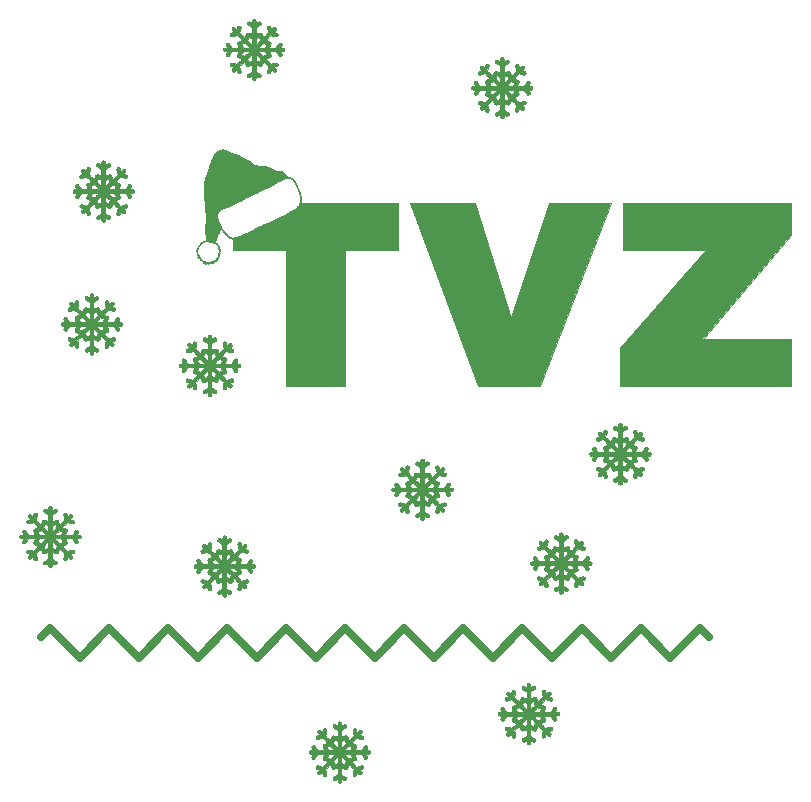
<source format=gbr>
%TF.GenerationSoftware,KiCad,Pcbnew,(5.1.10)-1*%
%TF.CreationDate,2021-10-17T13:02:00+02:00*%
%TF.ProjectId,TVZ_kuglica,54565a5f-6b75-4676-9c69-63612e6b6963,rev?*%
%TF.SameCoordinates,Original*%
%TF.FileFunction,Legend,Top*%
%TF.FilePolarity,Positive*%
%FSLAX46Y46*%
G04 Gerber Fmt 4.6, Leading zero omitted, Abs format (unit mm)*
G04 Created by KiCad (PCBNEW (5.1.10)-1) date 2021-10-17 13:02:00*
%MOMM*%
%LPD*%
G01*
G04 APERTURE LIST*
%ADD10C,0.120000*%
%ADD11C,0.700000*%
%ADD12C,0.100000*%
%ADD13C,0.010000*%
G04 APERTURE END LIST*
D10*
X122580000Y-86200000D02*
X122730000Y-86210000D01*
X122510000Y-86260000D02*
X122580000Y-86200000D01*
X122370000Y-86290000D02*
X122510000Y-86260000D01*
X122400000Y-86340000D02*
X122370000Y-86290000D01*
X122220000Y-86430000D02*
X122400000Y-86340000D01*
X122230000Y-86480000D02*
X122220000Y-86430000D01*
X122130000Y-86590000D02*
X122230000Y-86480000D01*
X122030000Y-86700000D02*
X122130000Y-86590000D01*
X121980000Y-86800000D02*
X122030000Y-86700000D01*
X121950000Y-86980000D02*
X121980000Y-86800000D01*
X121870000Y-87040000D02*
X121950000Y-86980000D01*
X121940000Y-87090000D02*
X121870000Y-87040000D01*
X121910000Y-87220000D02*
X121940000Y-87090000D01*
X121950000Y-87330000D02*
X121910000Y-87220000D01*
X122070000Y-87390000D02*
X121950000Y-87330000D01*
X121970000Y-87580000D02*
X122070000Y-87390000D01*
X122110000Y-87520000D02*
X121970000Y-87580000D01*
X122060000Y-87660000D02*
X122110000Y-87520000D01*
X122180000Y-87610000D02*
X122060000Y-87660000D01*
X122210000Y-87780000D02*
X122180000Y-87610000D01*
X122310000Y-87860000D02*
X122210000Y-87780000D01*
X122450000Y-87920000D02*
X122310000Y-87860000D01*
X122500000Y-88070000D02*
X122450000Y-87920000D01*
X122580000Y-87960000D02*
X122500000Y-88070000D01*
X122640000Y-88060000D02*
X122580000Y-87960000D01*
X122720000Y-88140000D02*
X122640000Y-88060000D01*
X122810000Y-88030000D02*
X122720000Y-88140000D01*
X122890000Y-88130000D02*
X122810000Y-88030000D01*
X122930000Y-88030000D02*
X122890000Y-88130000D01*
X123050000Y-88100000D02*
X122930000Y-88030000D01*
X123070000Y-88000000D02*
X123050000Y-88100000D01*
X123170000Y-88040000D02*
X123070000Y-88000000D01*
X123170000Y-87930000D02*
X123170000Y-88040000D01*
X123290000Y-87930000D02*
X123170000Y-87930000D01*
X123410000Y-87930000D02*
X123290000Y-87930000D01*
X123420000Y-87850000D02*
X123410000Y-87930000D01*
X123480000Y-87840000D02*
X123420000Y-87850000D01*
X123580000Y-87850000D02*
X123480000Y-87840000D01*
X123540000Y-87740000D02*
X123580000Y-87850000D01*
X123600000Y-87700000D02*
X123540000Y-87740000D01*
X123600000Y-87570000D02*
X123600000Y-87700000D01*
X123700000Y-87630000D02*
X123600000Y-87570000D01*
X123710000Y-87560000D02*
X123700000Y-87630000D01*
X123760000Y-87470000D02*
X123710000Y-87560000D01*
X123830000Y-87460000D02*
X123760000Y-87470000D01*
X123790000Y-87400000D02*
X123830000Y-87460000D01*
X123720000Y-87230000D02*
X123790000Y-87400000D01*
X123840000Y-87240000D02*
X123720000Y-87230000D01*
X123800000Y-87170000D02*
X123840000Y-87240000D01*
X123790000Y-87080000D02*
X123800000Y-87170000D01*
X123840000Y-87070000D02*
X123790000Y-87080000D01*
X123830000Y-86990000D02*
X123840000Y-87070000D01*
X123890000Y-86930000D02*
X123830000Y-86990000D01*
X123820000Y-86910000D02*
X123890000Y-86930000D01*
X123780000Y-86850000D02*
X123820000Y-86910000D01*
X123780000Y-86780000D02*
X123780000Y-86850000D01*
X123770000Y-86690000D02*
X123780000Y-86780000D01*
X123750000Y-86600000D02*
X123770000Y-86690000D01*
X123640000Y-86540000D02*
X123750000Y-86600000D01*
X123600000Y-86440000D02*
X123640000Y-86540000D01*
X123460000Y-86370000D02*
X123600000Y-86440000D01*
X123390000Y-86340000D02*
X123460000Y-86370000D01*
X123340000Y-86270000D02*
X123390000Y-86340000D01*
X123200000Y-86320000D02*
X123340000Y-86270000D01*
X123130000Y-86250000D02*
X123200000Y-86320000D01*
X123000000Y-86290000D02*
X123130000Y-86250000D01*
X122910000Y-86220000D02*
X123000000Y-86290000D01*
X122810000Y-86260000D02*
X122910000Y-86220000D01*
X122730000Y-86210000D02*
X122810000Y-86260000D01*
X122720000Y-86030000D02*
X122730000Y-86210000D01*
X122670000Y-85810000D02*
X122720000Y-86030000D01*
X122620000Y-85530000D02*
X122670000Y-85810000D01*
X122590000Y-85350000D02*
X122620000Y-85530000D01*
X122590000Y-85180000D02*
X122590000Y-85350000D01*
X122630000Y-84940000D02*
X122590000Y-85180000D01*
X122670000Y-84740000D02*
X122630000Y-84940000D01*
X122720000Y-84480000D02*
X122670000Y-84740000D01*
X122720000Y-84250000D02*
X122720000Y-84480000D01*
X122690000Y-84000000D02*
X122720000Y-84250000D01*
X122640000Y-83640000D02*
X122690000Y-84000000D01*
X122600000Y-83330000D02*
X122640000Y-83640000D01*
X122580000Y-82850000D02*
X122600000Y-83330000D01*
X122560000Y-82680000D02*
X122580000Y-82850000D01*
X122540000Y-82310000D02*
X122560000Y-82680000D01*
X122530000Y-82090000D02*
X122540000Y-82310000D01*
X122540000Y-81690000D02*
X122530000Y-82090000D01*
X122540000Y-81500000D02*
X122540000Y-81690000D01*
X122580000Y-81200000D02*
X122540000Y-81500000D01*
X122620000Y-80950000D02*
X122580000Y-81200000D01*
X122750000Y-80570000D02*
X122620000Y-80950000D01*
X122850000Y-80310000D02*
X122750000Y-80570000D01*
X122990000Y-79910000D02*
X122850000Y-80310000D01*
X123060000Y-79720000D02*
X122990000Y-79910000D01*
X123150000Y-79450000D02*
X123060000Y-79720000D01*
X123250000Y-79220000D02*
X123150000Y-79450000D01*
X123340000Y-79050000D02*
X123250000Y-79220000D01*
X123460000Y-78880000D02*
X123340000Y-79050000D01*
X123560000Y-78770000D02*
X123460000Y-78880000D01*
X123650000Y-78660000D02*
X123560000Y-78770000D01*
X123780000Y-78580000D02*
X123650000Y-78660000D01*
X123880000Y-78520000D02*
X123780000Y-78580000D01*
X123970000Y-78500000D02*
X123880000Y-78520000D01*
X124060000Y-78500000D02*
X123970000Y-78500000D01*
X124210000Y-78530000D02*
X124060000Y-78500000D01*
X124430000Y-78610000D02*
X124210000Y-78530000D01*
X124600000Y-78680000D02*
X124430000Y-78610000D01*
X124800000Y-78760000D02*
X124600000Y-78680000D01*
X125000000Y-78850000D02*
X124800000Y-78760000D01*
X125320000Y-78960000D02*
X125000000Y-78850000D01*
X125530000Y-79050000D02*
X125320000Y-78960000D01*
X125780000Y-79150000D02*
X125530000Y-79050000D01*
X126010000Y-79280000D02*
X125780000Y-79150000D01*
X126220000Y-79380000D02*
X126010000Y-79280000D01*
X126380000Y-79470000D02*
X126220000Y-79380000D01*
X126490000Y-79540000D02*
X126380000Y-79470000D01*
X126620000Y-79700000D02*
X126490000Y-79540000D01*
X126690000Y-79770000D02*
X126620000Y-79700000D01*
X126770000Y-79800000D02*
X126690000Y-79770000D01*
X126900000Y-79830000D02*
X126770000Y-79800000D01*
X127020000Y-79860000D02*
X126900000Y-79830000D01*
X127180000Y-79870000D02*
X127020000Y-79860000D01*
X127380000Y-79870000D02*
X127180000Y-79870000D01*
X127490000Y-79870000D02*
X127380000Y-79870000D01*
X128160000Y-80090000D02*
X127490000Y-79870000D01*
X128280000Y-80150000D02*
X128160000Y-80090000D01*
X128400000Y-80220000D02*
X128280000Y-80150000D01*
X128520000Y-80290000D02*
X128400000Y-80220000D01*
X128640000Y-80290000D02*
X128520000Y-80290000D01*
X128950000Y-80300000D02*
X128640000Y-80290000D01*
X129080000Y-80330000D02*
X128950000Y-80300000D01*
X129260000Y-80420000D02*
X129080000Y-80330000D01*
X129340000Y-80460000D02*
X129260000Y-80420000D01*
X129410000Y-80550000D02*
X129340000Y-80460000D01*
X129470000Y-80620000D02*
X129410000Y-80550000D01*
X129520000Y-80730000D02*
X129470000Y-80620000D01*
X129560000Y-80840000D02*
X129520000Y-80730000D01*
X123950000Y-85100000D02*
X124040000Y-85250000D01*
X123870000Y-84920000D02*
X123950000Y-85100000D01*
X123820000Y-84800000D02*
X123870000Y-84920000D01*
X123740000Y-84640000D02*
X123820000Y-84800000D01*
X123680000Y-84500000D02*
X123740000Y-84640000D01*
X123640000Y-84390000D02*
X123680000Y-84500000D01*
X123620000Y-84260000D02*
X123640000Y-84390000D01*
X123610000Y-84110000D02*
X123620000Y-84260000D01*
X123610000Y-83950000D02*
X123610000Y-84110000D01*
X123620000Y-83870000D02*
X123610000Y-83950000D01*
X123670000Y-83770000D02*
X123620000Y-83870000D01*
X123700000Y-83690000D02*
X123670000Y-83770000D01*
X123760000Y-83600000D02*
X123700000Y-83690000D01*
X123860000Y-83530000D02*
X123760000Y-83600000D01*
X123980000Y-83470000D02*
X123860000Y-83530000D01*
X124170000Y-83390000D02*
X123980000Y-83470000D01*
X124520000Y-83280000D02*
X124170000Y-83390000D01*
X124990000Y-83080000D02*
X124520000Y-83280000D01*
X125190000Y-82960000D02*
X124990000Y-83080000D01*
X125440000Y-82820000D02*
X125190000Y-82960000D01*
X125640000Y-82710000D02*
X125440000Y-82820000D01*
X125960000Y-82520000D02*
X125640000Y-82710000D01*
X126160000Y-82450000D02*
X125960000Y-82520000D01*
X126380000Y-82340000D02*
X126160000Y-82450000D01*
X126590000Y-82260000D02*
X126380000Y-82340000D01*
X126870000Y-82130000D02*
X126590000Y-82260000D01*
X127080000Y-82040000D02*
X126870000Y-82130000D01*
X127280000Y-81920000D02*
X127080000Y-82040000D01*
X127520000Y-81790000D02*
X127280000Y-81920000D01*
X127730000Y-81690000D02*
X127520000Y-81790000D01*
X127960000Y-81590000D02*
X127730000Y-81690000D01*
X128160000Y-81490000D02*
X127960000Y-81590000D01*
X128370000Y-81370000D02*
X128160000Y-81490000D01*
X128560000Y-81270000D02*
X128370000Y-81370000D01*
X128750000Y-81150000D02*
X128560000Y-81270000D01*
X128860000Y-81100000D02*
X128750000Y-81150000D01*
X128940000Y-81040000D02*
X128860000Y-81100000D01*
X129060000Y-81010000D02*
X128940000Y-81040000D01*
X129140000Y-80960000D02*
X129060000Y-81010000D01*
X129250000Y-80930000D02*
X129140000Y-80960000D01*
X129360000Y-80890000D02*
X129250000Y-80930000D01*
X129450000Y-80860000D02*
X129360000Y-80890000D01*
X129560000Y-80830000D02*
X129450000Y-80860000D01*
X129630000Y-80830000D02*
X129560000Y-80830000D01*
X129760000Y-80840000D02*
X129630000Y-80830000D01*
X129850000Y-80870000D02*
X129760000Y-80840000D01*
X129910000Y-80910000D02*
X129850000Y-80870000D01*
X130000000Y-80960000D02*
X129910000Y-80910000D01*
X130080000Y-81040000D02*
X130000000Y-80960000D01*
X130130000Y-81080000D02*
X130080000Y-81040000D01*
X130210000Y-81210000D02*
X130130000Y-81080000D01*
X130290000Y-81370000D02*
X130210000Y-81210000D01*
X130380000Y-81580000D02*
X130290000Y-81370000D01*
X130430000Y-81680000D02*
X130380000Y-81580000D01*
X130500000Y-81870000D02*
X130430000Y-81680000D01*
X130570000Y-82020000D02*
X130500000Y-81870000D01*
X130620000Y-82170000D02*
X130570000Y-82020000D01*
X130690000Y-82340000D02*
X130620000Y-82170000D01*
X130710000Y-82510000D02*
X130690000Y-82340000D01*
X130720000Y-82700000D02*
X130710000Y-82510000D01*
X130700000Y-82870000D02*
X130720000Y-82700000D01*
X130660000Y-83030000D02*
X130700000Y-82870000D01*
X130610000Y-83140000D02*
X130660000Y-83030000D01*
X130540000Y-83240000D02*
X130610000Y-83140000D01*
X130390000Y-83410000D02*
X130540000Y-83240000D01*
X130190000Y-83550000D02*
X130390000Y-83410000D01*
X129940000Y-83700000D02*
X130190000Y-83550000D01*
X129810000Y-83800000D02*
X129940000Y-83700000D01*
X129590000Y-83920000D02*
X129810000Y-83800000D01*
X129380000Y-84010000D02*
X129590000Y-83920000D01*
X129150000Y-84120000D02*
X129380000Y-84010000D01*
X128860000Y-84240000D02*
X129150000Y-84120000D01*
X128570000Y-84410000D02*
X128860000Y-84240000D01*
X128300000Y-84560000D02*
X128570000Y-84410000D01*
X128000000Y-84680000D02*
X128300000Y-84560000D01*
X127730000Y-84800000D02*
X128000000Y-84680000D01*
X127390000Y-84930000D02*
X127730000Y-84800000D01*
X127210000Y-85010000D02*
X127390000Y-84930000D01*
X126980000Y-85120000D02*
X127210000Y-85010000D01*
X126850000Y-85220000D02*
X126980000Y-85120000D01*
X126580000Y-85360000D02*
X126850000Y-85220000D01*
X126300000Y-85500000D02*
X126580000Y-85360000D01*
X125990000Y-85630000D02*
X126300000Y-85500000D01*
X125630000Y-85760000D02*
X125990000Y-85630000D01*
X125370000Y-85860000D02*
X125630000Y-85760000D01*
X125230000Y-85910000D02*
X125370000Y-85860000D01*
X125100000Y-85950000D02*
X125230000Y-85910000D01*
X124940000Y-85970000D02*
X125100000Y-85950000D01*
X124840000Y-85980000D02*
X124940000Y-85970000D01*
X124750000Y-85960000D02*
X124840000Y-85980000D01*
X124660000Y-85930000D02*
X124750000Y-85960000D01*
X124610000Y-85890000D02*
X124660000Y-85930000D01*
X124520000Y-85820000D02*
X124610000Y-85890000D01*
X124430000Y-85730000D02*
X124520000Y-85820000D01*
X124350000Y-85640000D02*
X124430000Y-85730000D01*
X124250000Y-85520000D02*
X124350000Y-85640000D01*
X124160000Y-85410000D02*
X124250000Y-85520000D01*
X124110000Y-85330000D02*
X124160000Y-85410000D01*
X124040000Y-85250000D02*
X124110000Y-85330000D01*
X123990000Y-85220000D02*
X124040000Y-85250000D01*
X123940000Y-85240000D02*
X123990000Y-85220000D01*
X123880000Y-85310000D02*
X123940000Y-85240000D01*
X123830000Y-85390000D02*
X123880000Y-85310000D01*
X123770000Y-85460000D02*
X123830000Y-85390000D01*
X123720000Y-85590000D02*
X123770000Y-85460000D01*
X123660000Y-85730000D02*
X123720000Y-85590000D01*
X123610000Y-85880000D02*
X123660000Y-85730000D01*
X123570000Y-85990000D02*
X123610000Y-85880000D01*
X123530000Y-86110000D02*
X123570000Y-85990000D01*
X123480000Y-86220000D02*
X123530000Y-86110000D01*
X123390000Y-86330000D02*
X123480000Y-86220000D01*
D11*
X157000000Y-121500000D02*
X154500000Y-119000000D01*
X122000000Y-121500000D02*
X119500000Y-119000000D01*
X117000000Y-121500000D02*
X114500000Y-119000000D01*
X129500000Y-119000000D02*
X127000000Y-121500000D01*
X137000000Y-121500000D02*
X134500000Y-119000000D01*
X112000000Y-121500000D02*
X109500000Y-119000000D01*
X139500000Y-119000000D02*
X137000000Y-121500000D01*
X134500000Y-119000000D02*
X132000000Y-121500000D01*
X152000000Y-121500000D02*
X149500000Y-119000000D01*
X109500000Y-119000000D02*
X108750000Y-119750000D01*
X147000000Y-121500000D02*
X144500000Y-119000000D01*
X154500000Y-119000000D02*
X152000000Y-121500000D01*
X165250000Y-119750000D02*
X164500000Y-119000000D01*
X127000000Y-121500000D02*
X124500000Y-119000000D01*
X162000000Y-121500000D02*
X159500000Y-119000000D01*
X114500000Y-119000000D02*
X112000000Y-121500000D01*
X159500000Y-119000000D02*
X157000000Y-121500000D01*
X149500000Y-119000000D02*
X147000000Y-121500000D01*
X119500000Y-119000000D02*
X117000000Y-121500000D01*
X142000000Y-121500000D02*
X139500000Y-119000000D01*
X124500000Y-119000000D02*
X122000000Y-121500000D01*
X144500000Y-119000000D02*
X142000000Y-121500000D01*
X132000000Y-121500000D02*
X129500000Y-119000000D01*
X164500000Y-119000000D02*
X162000000Y-121500000D01*
D12*
G36*
X172250000Y-85750000D02*
G01*
X164750000Y-94500000D01*
X172250000Y-94500000D01*
X172250000Y-98500000D01*
X157750000Y-98500000D01*
X157750000Y-95250000D01*
X165000000Y-87000000D01*
X158000000Y-87000000D01*
X158000000Y-83000000D01*
X172250000Y-83000000D01*
X172250000Y-85750000D01*
G37*
X172250000Y-85750000D02*
X164750000Y-94500000D01*
X172250000Y-94500000D01*
X172250000Y-98500000D01*
X157750000Y-98500000D01*
X157750000Y-95250000D01*
X165000000Y-87000000D01*
X158000000Y-87000000D01*
X158000000Y-83000000D01*
X172250000Y-83000000D01*
X172250000Y-85750000D01*
G36*
X148500000Y-92750000D02*
G01*
X151750000Y-83000000D01*
X157000000Y-83000000D01*
X151000000Y-98500000D01*
X145750000Y-98500000D01*
X140000000Y-83000000D01*
X145500000Y-83000000D01*
X148500000Y-92750000D01*
G37*
X148500000Y-92750000D02*
X151750000Y-83000000D01*
X157000000Y-83000000D01*
X151000000Y-98500000D01*
X145750000Y-98500000D01*
X140000000Y-83000000D01*
X145500000Y-83000000D01*
X148500000Y-92750000D01*
G36*
X139000000Y-87000000D02*
G01*
X134500000Y-87000000D01*
X134500000Y-98500000D01*
X129500000Y-98500000D01*
X129500000Y-87000000D01*
X125000000Y-87000000D01*
X125000000Y-86000000D01*
X125750000Y-85750000D01*
X126580000Y-85360000D01*
X127390000Y-84930000D01*
X128860000Y-84240000D01*
X129590000Y-83920000D01*
X129940000Y-83700000D01*
X130250000Y-83500000D01*
X130540000Y-83240000D01*
X130750000Y-83000000D01*
X139000000Y-83000000D01*
X139000000Y-87000000D01*
G37*
X139000000Y-87000000D02*
X134500000Y-87000000D01*
X134500000Y-98500000D01*
X129500000Y-98500000D01*
X129500000Y-87000000D01*
X125000000Y-87000000D01*
X125000000Y-86000000D01*
X125750000Y-85750000D01*
X126580000Y-85360000D01*
X127390000Y-84930000D01*
X128860000Y-84240000D01*
X129590000Y-83920000D01*
X129940000Y-83700000D01*
X130250000Y-83500000D01*
X130540000Y-83240000D01*
X130750000Y-83000000D01*
X139000000Y-83000000D01*
X139000000Y-87000000D01*
D13*
%TO.C,G\u002A\u002A\u002A*%
G36*
X123864472Y-78506910D02*
G01*
X123940429Y-78483644D01*
X124018597Y-78472993D01*
X124100620Y-78475029D01*
X124188149Y-78489824D01*
X124282833Y-78517453D01*
X124308082Y-78526472D01*
X124335211Y-78537002D01*
X124374246Y-78552862D01*
X124422578Y-78572958D01*
X124477596Y-78596192D01*
X124536691Y-78621468D01*
X124597253Y-78647690D01*
X124612902Y-78654520D01*
X124674547Y-78680806D01*
X124747696Y-78710890D01*
X124828844Y-78743397D01*
X124914488Y-78776952D01*
X125001122Y-78810180D01*
X125085240Y-78841706D01*
X125153485Y-78866619D01*
X125228449Y-78893697D01*
X125295129Y-78918137D01*
X125355384Y-78940767D01*
X125411069Y-78962415D01*
X125464041Y-78983912D01*
X125516159Y-79006083D01*
X125569278Y-79029759D01*
X125625255Y-79055767D01*
X125685949Y-79084936D01*
X125753215Y-79118095D01*
X125828910Y-79156071D01*
X125914893Y-79199694D01*
X126013019Y-79249792D01*
X126017361Y-79252013D01*
X126112984Y-79301046D01*
X126195665Y-79343830D01*
X126266669Y-79381207D01*
X126327257Y-79414020D01*
X126378691Y-79443111D01*
X126422235Y-79469321D01*
X126459150Y-79493494D01*
X126490698Y-79516471D01*
X126518142Y-79539095D01*
X126542744Y-79562210D01*
X126565768Y-79586654D01*
X126588474Y-79613274D01*
X126612126Y-79642908D01*
X126621727Y-79655269D01*
X126647551Y-79687856D01*
X126671859Y-79717066D01*
X126692070Y-79739892D01*
X126705602Y-79753326D01*
X126706494Y-79754042D01*
X126723904Y-79762735D01*
X126751896Y-79771725D01*
X126785292Y-79779431D01*
X126795914Y-79781310D01*
X126838471Y-79789493D01*
X126886259Y-79800555D01*
X126929502Y-79812219D01*
X126932655Y-79813165D01*
X126980282Y-79826952D01*
X127022207Y-79837221D01*
X127061868Y-79844292D01*
X127102708Y-79848490D01*
X127148167Y-79850134D01*
X127201685Y-79849548D01*
X127266705Y-79847054D01*
X127285189Y-79846169D01*
X127384177Y-79843070D01*
X127472198Y-79844619D01*
X127553646Y-79851441D01*
X127632911Y-79864161D01*
X127714386Y-79883407D01*
X127802461Y-79909805D01*
X127854720Y-79927396D01*
X127934328Y-79956947D01*
X128011780Y-79989944D01*
X128090582Y-80028087D01*
X128174242Y-80073082D01*
X128266266Y-80126629D01*
X128271135Y-80129553D01*
X128335657Y-80167971D01*
X128389552Y-80198678D01*
X128435588Y-80222482D01*
X128476533Y-80240191D01*
X128515156Y-80252611D01*
X128554223Y-80260550D01*
X128596506Y-80264817D01*
X128644770Y-80266219D01*
X128701785Y-80265563D01*
X128734425Y-80264717D01*
X128785492Y-80263926D01*
X128837337Y-80264260D01*
X128885159Y-80265616D01*
X128924158Y-80267886D01*
X128937962Y-80269225D01*
X128986229Y-80277852D01*
X129042541Y-80292633D01*
X129102048Y-80311877D01*
X129159900Y-80333891D01*
X129211249Y-80356986D01*
X129247977Y-80377349D01*
X129327518Y-80437389D01*
X129398538Y-80510517D01*
X129460519Y-80596119D01*
X129512950Y-80693577D01*
X129514685Y-80697369D01*
X129535178Y-80740046D01*
X129551151Y-80767946D01*
X129562823Y-80781447D01*
X129564274Y-80782281D01*
X129577335Y-80785111D01*
X129602652Y-80787968D01*
X129636608Y-80790521D01*
X129675586Y-80792443D01*
X129676631Y-80792482D01*
X129764632Y-80801141D01*
X129844738Y-80821057D01*
X129919249Y-80853284D01*
X129990463Y-80898878D01*
X130060680Y-80958894D01*
X130079513Y-80977453D01*
X130110182Y-81010335D01*
X130142318Y-81047785D01*
X130170267Y-81083131D01*
X130177199Y-81092623D01*
X130207821Y-81139913D01*
X130242445Y-81200994D01*
X130280406Y-81274482D01*
X130321033Y-81358997D01*
X130363658Y-81453157D01*
X130407611Y-81555581D01*
X130442979Y-81641787D01*
X130469890Y-81708525D01*
X130498977Y-81780411D01*
X130528562Y-81853314D01*
X130556967Y-81923103D01*
X130582514Y-81985650D01*
X130600035Y-82028349D01*
X130642127Y-82133524D01*
X130676833Y-82227236D01*
X130704684Y-82311785D01*
X130726208Y-82389468D01*
X130741935Y-82462585D01*
X130752394Y-82533435D01*
X130758113Y-82604318D01*
X130759621Y-82677531D01*
X130758879Y-82718604D01*
X130751970Y-82809673D01*
X130737213Y-82901866D01*
X130715595Y-82991233D01*
X130688101Y-83073823D01*
X130655723Y-83145688D01*
X130649012Y-83157960D01*
X130605655Y-83224038D01*
X130549264Y-83293218D01*
X130481904Y-83363701D01*
X130405641Y-83433684D01*
X130322538Y-83501368D01*
X130234661Y-83564951D01*
X130144074Y-83622633D01*
X130067303Y-83665257D01*
X130010917Y-83695403D01*
X129965275Y-83722359D01*
X129926313Y-83748661D01*
X129895085Y-83772661D01*
X129864028Y-83797531D01*
X129833388Y-83821548D01*
X129807917Y-83841007D01*
X129798740Y-83847773D01*
X129768823Y-83866457D01*
X129725316Y-83889421D01*
X129669713Y-83915999D01*
X129603507Y-83945528D01*
X129528194Y-83977342D01*
X129445269Y-84010777D01*
X129356224Y-84045168D01*
X129348173Y-84048207D01*
X129234728Y-84091963D01*
X129133488Y-84133342D01*
X129041266Y-84173856D01*
X128954880Y-84215017D01*
X128871142Y-84258338D01*
X128786865Y-84305333D01*
X128706421Y-84352929D01*
X128652787Y-84385062D01*
X128603236Y-84413876D01*
X128554801Y-84440954D01*
X128504514Y-84467873D01*
X128449410Y-84496214D01*
X128386521Y-84527556D01*
X128312881Y-84563479D01*
X128292477Y-84573345D01*
X128233462Y-84601697D01*
X128178196Y-84627895D01*
X128125048Y-84652634D01*
X128072385Y-84676612D01*
X128018576Y-84700525D01*
X127961987Y-84725073D01*
X127900987Y-84750950D01*
X127833943Y-84778854D01*
X127759222Y-84809485D01*
X127675193Y-84843536D01*
X127580224Y-84881707D01*
X127472681Y-84924694D01*
X127430673Y-84941443D01*
X127342290Y-84976920D01*
X127266384Y-85008118D01*
X127200543Y-85036270D01*
X127142355Y-85062611D01*
X127089411Y-85088373D01*
X127039298Y-85114790D01*
X126989608Y-85143097D01*
X126937926Y-85174525D01*
X126881843Y-85210309D01*
X126818948Y-85251682D01*
X126801338Y-85263403D01*
X126743507Y-85300876D01*
X126685719Y-85335921D01*
X126626221Y-85369355D01*
X126563265Y-85401997D01*
X126495103Y-85434661D01*
X126419983Y-85468165D01*
X126336155Y-85503327D01*
X126241871Y-85540965D01*
X126135380Y-85581892D01*
X126053364Y-85612668D01*
X125983224Y-85638825D01*
X125920410Y-85662372D01*
X125862688Y-85684184D01*
X125807821Y-85705136D01*
X125753577Y-85726097D01*
X125697718Y-85747946D01*
X125638011Y-85771551D01*
X125572219Y-85797789D01*
X125498109Y-85827533D01*
X125413446Y-85861656D01*
X125331074Y-85894932D01*
X125239438Y-85931059D01*
X125160176Y-85960168D01*
X125091632Y-85982663D01*
X125032151Y-85998954D01*
X124980074Y-86009443D01*
X124933745Y-86014540D01*
X124891506Y-86014648D01*
X124857264Y-86011073D01*
X124789788Y-85993375D01*
X124718175Y-85960396D01*
X124642465Y-85912171D01*
X124562700Y-85848737D01*
X124478918Y-85770127D01*
X124391162Y-85676376D01*
X124299472Y-85567519D01*
X124209162Y-85450690D01*
X124159057Y-85383797D01*
X124117071Y-85328994D01*
X124082082Y-85285461D01*
X124052973Y-85252373D01*
X124028626Y-85228913D01*
X124007923Y-85214255D01*
X123989745Y-85207580D01*
X123972973Y-85208065D01*
X123956492Y-85214888D01*
X123939179Y-85227229D01*
X123923604Y-85240866D01*
X123896544Y-85270183D01*
X123865102Y-85311833D01*
X123830745Y-85363393D01*
X123794944Y-85422437D01*
X123759167Y-85486541D01*
X123724884Y-85553282D01*
X123693564Y-85620237D01*
X123693244Y-85620960D01*
X123678976Y-85655767D01*
X123661695Y-85701967D01*
X123642757Y-85755689D01*
X123623517Y-85813066D01*
X123605334Y-85870227D01*
X123601722Y-85882021D01*
X123575092Y-85966180D01*
X123550127Y-86037203D01*
X123525725Y-86097590D01*
X123500787Y-86149840D01*
X123474214Y-86196449D01*
X123444904Y-86239917D01*
X123442902Y-86242660D01*
X123420832Y-86275247D01*
X123409957Y-86297673D01*
X123409493Y-86309874D01*
X123421071Y-86322438D01*
X123438395Y-86331348D01*
X123453700Y-86332776D01*
X123454978Y-86332290D01*
X123470736Y-86332638D01*
X123488646Y-86343239D01*
X123503044Y-86360525D01*
X123504596Y-86363568D01*
X123513555Y-86376496D01*
X123529254Y-86387962D01*
X123554981Y-86399994D01*
X123577974Y-86408836D01*
X123606744Y-86420577D01*
X123628268Y-86431607D01*
X123639212Y-86440133D01*
X123639924Y-86442202D01*
X123635722Y-86456434D01*
X123628386Y-86473204D01*
X123621850Y-86490291D01*
X123621116Y-86500756D01*
X123629462Y-86506725D01*
X123648861Y-86516626D01*
X123675585Y-86528600D01*
X123683992Y-86532120D01*
X123714311Y-86545197D01*
X123733480Y-86555728D01*
X123745260Y-86566612D01*
X123753414Y-86580748D01*
X123756516Y-86587995D01*
X123768425Y-86612395D01*
X123781637Y-86633066D01*
X123784225Y-86636236D01*
X123793483Y-86650170D01*
X123790222Y-86661723D01*
X123783731Y-86669093D01*
X123775475Y-86684087D01*
X123777281Y-86703455D01*
X123789796Y-86729112D01*
X123813665Y-86762977D01*
X123816676Y-86766858D01*
X123834086Y-86793490D01*
X123838076Y-86813553D01*
X123828303Y-86829481D01*
X123805916Y-86843015D01*
X123789059Y-86853048D01*
X123781509Y-86861975D01*
X123781667Y-86863839D01*
X123790288Y-86870074D01*
X123810158Y-86879979D01*
X123837607Y-86891791D01*
X123849435Y-86896478D01*
X123878490Y-86908066D01*
X123901130Y-86917739D01*
X123913838Y-86923968D01*
X123915357Y-86925157D01*
X123910360Y-86931232D01*
X123895621Y-86942451D01*
X123884361Y-86949953D01*
X123859497Y-86969502D01*
X123846955Y-86990618D01*
X123845618Y-87017138D01*
X123854373Y-87052905D01*
X123854411Y-87053026D01*
X123862028Y-87078120D01*
X123863943Y-87092616D01*
X123859587Y-87100939D01*
X123848395Y-87107511D01*
X123847356Y-87108012D01*
X123837082Y-87113654D01*
X123831712Y-87120630D01*
X123830997Y-87132492D01*
X123834688Y-87152794D01*
X123842081Y-87183269D01*
X123849211Y-87213761D01*
X123854093Y-87238373D01*
X123855957Y-87253060D01*
X123855766Y-87255072D01*
X123847517Y-87257170D01*
X123830082Y-87253902D01*
X123824185Y-87252055D01*
X123803963Y-87245855D01*
X123790434Y-87244470D01*
X123783413Y-87249630D01*
X123782719Y-87263064D01*
X123788168Y-87286501D01*
X123799577Y-87321670D01*
X123812842Y-87359327D01*
X123823698Y-87391938D01*
X123831487Y-87419656D01*
X123835210Y-87438661D01*
X123835072Y-87444304D01*
X123826019Y-87454205D01*
X123807540Y-87466852D01*
X123795320Y-87473565D01*
X123773073Y-87487142D01*
X123757187Y-87503804D01*
X123745952Y-87526883D01*
X123737655Y-87559707D01*
X123731696Y-87597294D01*
X123724890Y-87632266D01*
X123715666Y-87652168D01*
X123703277Y-87657720D01*
X123686971Y-87649637D01*
X123681748Y-87645163D01*
X123664233Y-87631037D01*
X123654435Y-87629296D01*
X123651057Y-87640943D01*
X123652797Y-87666982D01*
X123652859Y-87667512D01*
X123654751Y-87695594D01*
X123651560Y-87709702D01*
X123642361Y-87711177D01*
X123628482Y-87703032D01*
X123619051Y-87697073D01*
X123615955Y-87699537D01*
X123618630Y-87712977D01*
X123622957Y-87728008D01*
X123630241Y-87758700D01*
X123628806Y-87779642D01*
X123616640Y-87795230D01*
X123591730Y-87809858D01*
X123583764Y-87813655D01*
X123541157Y-87833523D01*
X123558135Y-87857216D01*
X123568504Y-87872873D01*
X123568847Y-87880119D01*
X123558748Y-87883176D01*
X123555528Y-87883643D01*
X123537928Y-87884461D01*
X123510385Y-87884004D01*
X123478772Y-87882371D01*
X123477881Y-87882309D01*
X123448307Y-87880406D01*
X123431992Y-87880310D01*
X123426362Y-87882651D01*
X123428843Y-87888057D01*
X123433311Y-87893207D01*
X123452955Y-87915982D01*
X123462761Y-87930648D01*
X123464269Y-87940162D01*
X123460746Y-87945840D01*
X123446057Y-87952679D01*
X123417979Y-87958177D01*
X123378964Y-87962115D01*
X123331458Y-87964270D01*
X123277908Y-87964418D01*
X123260348Y-87964019D01*
X123210779Y-87963435D01*
X123176644Y-87965265D01*
X123157626Y-87969924D01*
X123153409Y-87977831D01*
X123163677Y-87989402D01*
X123188114Y-88005054D01*
X123217418Y-88020675D01*
X123244360Y-88034846D01*
X123265200Y-88046675D01*
X123276363Y-88054104D01*
X123277263Y-88055106D01*
X123274065Y-88062798D01*
X123257993Y-88068424D01*
X123231997Y-88071197D01*
X123216763Y-88071280D01*
X123190211Y-88067466D01*
X123156701Y-88058297D01*
X123123367Y-88045736D01*
X123122518Y-88045361D01*
X123095530Y-88034238D01*
X123074541Y-88027245D01*
X123063290Y-88025580D01*
X123062473Y-88026078D01*
X123062812Y-88036097D01*
X123067517Y-88056287D01*
X123073998Y-88077440D01*
X123081090Y-88101873D01*
X123084148Y-88119553D01*
X123082951Y-88126010D01*
X123073649Y-88124038D01*
X123053090Y-88116467D01*
X123024351Y-88104514D01*
X122991953Y-88090058D01*
X122954024Y-88073441D01*
X122919204Y-88059673D01*
X122889676Y-88049425D01*
X122867625Y-88043366D01*
X122855236Y-88042172D01*
X122854694Y-88046512D01*
X122856517Y-88048405D01*
X122885976Y-88078236D01*
X122901799Y-88100364D01*
X122904059Y-88115096D01*
X122892827Y-88122739D01*
X122873943Y-88123947D01*
X122847726Y-88118867D01*
X122825553Y-88109300D01*
X122805718Y-88098587D01*
X122778454Y-88085732D01*
X122760349Y-88077951D01*
X122726172Y-88067688D01*
X122699043Y-88069182D01*
X122676902Y-88083545D01*
X122657683Y-88111891D01*
X122645053Y-88140169D01*
X122636203Y-88159488D01*
X122628888Y-88170254D01*
X122626785Y-88171130D01*
X122622565Y-88163033D01*
X122616245Y-88143398D01*
X122609081Y-88116204D01*
X122607957Y-88111489D01*
X122597725Y-88073408D01*
X122585557Y-88036442D01*
X122572716Y-88003626D01*
X122560468Y-87977998D01*
X122550077Y-87962594D01*
X122544632Y-87959515D01*
X122536898Y-87966436D01*
X122524156Y-87984120D01*
X122508715Y-88009243D01*
X122502987Y-88019385D01*
X122487868Y-88045946D01*
X122475595Y-88065980D01*
X122468124Y-88076358D01*
X122466947Y-88077116D01*
X122465102Y-88069195D01*
X122463833Y-88049913D01*
X122463450Y-88028616D01*
X122460550Y-87986833D01*
X122450480Y-87954649D01*
X122431087Y-87929258D01*
X122400223Y-87907846D01*
X122355733Y-87887606D01*
X122355412Y-87887479D01*
X122306057Y-87865857D01*
X122268480Y-87843997D01*
X122238758Y-87819330D01*
X122221031Y-87799646D01*
X122208313Y-87782261D01*
X122199293Y-87764211D01*
X122192099Y-87740589D01*
X122184855Y-87706491D01*
X122184273Y-87703453D01*
X122176565Y-87663752D01*
X122170154Y-87637589D01*
X122163105Y-87622961D01*
X122153487Y-87617861D01*
X122139370Y-87620286D01*
X122118820Y-87628230D01*
X122113772Y-87630302D01*
X122088197Y-87640177D01*
X122072937Y-87643661D01*
X122063886Y-87640990D01*
X122057664Y-87633539D01*
X122053785Y-87619458D01*
X122093509Y-87600935D01*
X122100697Y-87599987D01*
X122115934Y-87591839D01*
X122121613Y-87588145D01*
X122142148Y-87576911D01*
X122159282Y-87575716D01*
X122169768Y-87578724D01*
X122185075Y-87586505D01*
X122196183Y-87598882D01*
X122204564Y-87618950D01*
X122211691Y-87649801D01*
X122216216Y-87676264D01*
X122226075Y-87724620D01*
X122239847Y-87761530D01*
X122260163Y-87790244D01*
X122289653Y-87814016D01*
X122330945Y-87836094D01*
X122353558Y-87846123D01*
X122397845Y-87865983D01*
X122429645Y-87882936D01*
X122451622Y-87898826D01*
X122466440Y-87915498D01*
X122474613Y-87929959D01*
X122483519Y-87946981D01*
X122491188Y-87951426D01*
X122502678Y-87945291D01*
X122506464Y-87942541D01*
X122535998Y-87926434D01*
X122561447Y-87924936D01*
X122583276Y-87938326D01*
X122601952Y-87966884D01*
X122617422Y-88009089D01*
X122625374Y-88036227D01*
X122631531Y-88056736D01*
X122634641Y-88066455D01*
X122634716Y-88066632D01*
X122640597Y-88064115D01*
X122652593Y-88053336D01*
X122652948Y-88052974D01*
X122682829Y-88032858D01*
X122718682Y-88027297D01*
X122760021Y-88036342D01*
X122770211Y-88040475D01*
X122794297Y-88050487D01*
X122807161Y-88053757D01*
X122811862Y-88050481D01*
X122811780Y-88043127D01*
X122816305Y-88023162D01*
X122832431Y-88008002D01*
X122848760Y-88002692D01*
X122862100Y-88004607D01*
X122886462Y-88011318D01*
X122918131Y-88021711D01*
X122946644Y-88032082D01*
X122979987Y-88044536D01*
X123007417Y-88054404D01*
X123025828Y-88060596D01*
X123032093Y-88062145D01*
X123031545Y-88055031D01*
X123028177Y-88046454D01*
X123025924Y-88027182D01*
X123031726Y-88005114D01*
X123043055Y-87988067D01*
X123048170Y-87984583D01*
X123062379Y-87983789D01*
X123083783Y-87988328D01*
X123090348Y-87990516D01*
X123109344Y-87996642D01*
X123116645Y-87996091D01*
X123115064Y-87988622D01*
X123114970Y-87988418D01*
X123112586Y-87970622D01*
X123115185Y-87957439D01*
X123126252Y-87942583D01*
X123147723Y-87932858D01*
X123181167Y-87927883D01*
X123228154Y-87927276D01*
X123237810Y-87927587D01*
X123273293Y-87928460D01*
X123310708Y-87928632D01*
X123346178Y-87928174D01*
X123375829Y-87927160D01*
X123395784Y-87925660D01*
X123401460Y-87924567D01*
X123401000Y-87917812D01*
X123394923Y-87907474D01*
X123388587Y-87886863D01*
X123394713Y-87865821D01*
X123411383Y-87850635D01*
X123412398Y-87850169D01*
X123429606Y-87846360D01*
X123454927Y-87844760D01*
X123467346Y-87844975D01*
X123506471Y-87846763D01*
X123515617Y-87821636D01*
X123524647Y-87804066D01*
X123539387Y-87792020D01*
X123559552Y-87782909D01*
X123594341Y-87769311D01*
X123582338Y-87723858D01*
X123576430Y-87688124D01*
X123580583Y-87664148D01*
X123594721Y-87652214D01*
X123601853Y-87650945D01*
X123610812Y-87646678D01*
X123610810Y-87643122D01*
X123610930Y-87629063D01*
X123617606Y-87610150D01*
X123627604Y-87594022D01*
X123633757Y-87588907D01*
X123648052Y-87588402D01*
X123667694Y-87594140D01*
X123668488Y-87594488D01*
X123692381Y-87605122D01*
X123699889Y-87557492D01*
X123712150Y-87509927D01*
X123732506Y-87474895D01*
X123762044Y-87450686D01*
X123770460Y-87446371D01*
X123784171Y-87439459D01*
X123792617Y-87432167D01*
X123795689Y-87421802D01*
X123793274Y-87405669D01*
X123785259Y-87381074D01*
X123771534Y-87345324D01*
X123765628Y-87330358D01*
X123755130Y-87300311D01*
X123747758Y-87272568D01*
X123745193Y-87254285D01*
X123751625Y-87229884D01*
X123768088Y-87212496D01*
X123790392Y-87206236D01*
X123793886Y-87206499D01*
X123806891Y-87207127D01*
X123809813Y-87205927D01*
X123807326Y-87197384D01*
X123802264Y-87178279D01*
X123798042Y-87161851D01*
X123791487Y-87128236D01*
X123792526Y-87104302D01*
X123801736Y-87085490D01*
X123808683Y-87077497D01*
X123817093Y-87060307D01*
X123815343Y-87048749D01*
X123808042Y-87020609D01*
X123808716Y-86990012D01*
X123816851Y-86963958D01*
X123822141Y-86956309D01*
X123834180Y-86942394D01*
X123840326Y-86934511D01*
X123834848Y-86929808D01*
X123818563Y-86921776D01*
X123804320Y-86915853D01*
X123771323Y-86899971D01*
X123752845Y-86883050D01*
X123747545Y-86863310D01*
X123751419Y-86845566D01*
X123763572Y-86825047D01*
X123779745Y-86811429D01*
X123792386Y-86803425D01*
X123791353Y-86794542D01*
X123786576Y-86788537D01*
X123775514Y-86773823D01*
X123760717Y-86751480D01*
X123751735Y-86736910D01*
X123738873Y-86713578D01*
X123733995Y-86697779D01*
X123735840Y-86684139D01*
X123738021Y-86678450D01*
X123741847Y-86661840D01*
X123738368Y-86642348D01*
X123728385Y-86618105D01*
X123717804Y-86597103D01*
X123707191Y-86583248D01*
X123692126Y-86572813D01*
X123668187Y-86562072D01*
X123656236Y-86557291D01*
X123618048Y-86538680D01*
X123595110Y-86518762D01*
X123586811Y-86496761D01*
X123591215Y-86474854D01*
X123594979Y-86464021D01*
X123593015Y-86456691D01*
X123582462Y-86450212D01*
X123560458Y-86441935D01*
X123552794Y-86439260D01*
X123509331Y-86418485D01*
X123483485Y-86396027D01*
X123457332Y-86373405D01*
X123431680Y-86364910D01*
X123409516Y-86358097D01*
X123393605Y-86346815D01*
X123392391Y-86345170D01*
X123383609Y-86335571D01*
X123373096Y-86336902D01*
X123361235Y-86344535D01*
X123333927Y-86355740D01*
X123306721Y-86351703D01*
X123282278Y-86332847D01*
X123281417Y-86331818D01*
X123264919Y-86317679D01*
X123247620Y-86316958D01*
X123246087Y-86317412D01*
X123221138Y-86318402D01*
X123200215Y-86304199D01*
X123186030Y-86281417D01*
X123177131Y-86264254D01*
X123169219Y-86259693D01*
X123156772Y-86265861D01*
X123151222Y-86269594D01*
X123133679Y-86278503D01*
X123114941Y-86279347D01*
X123093097Y-86274237D01*
X123065495Y-86269046D01*
X123039477Y-86268642D01*
X123032465Y-86269783D01*
X123004198Y-86270957D01*
X122980407Y-86261788D01*
X122965295Y-86244508D01*
X122962214Y-86232461D01*
X122960814Y-86216275D01*
X122959887Y-86209650D01*
X122952916Y-86212006D01*
X122935063Y-86219746D01*
X122909754Y-86231369D01*
X122901114Y-86235438D01*
X122871579Y-86248964D01*
X122852031Y-86256094D01*
X122838326Y-86257675D01*
X122826322Y-86254552D01*
X122820484Y-86251891D01*
X122799935Y-86235605D01*
X122791901Y-86220999D01*
X122787581Y-86209794D01*
X122780868Y-86206267D01*
X122767571Y-86210207D01*
X122748838Y-86218856D01*
X122721586Y-86229559D01*
X122696959Y-86232207D01*
X122669565Y-86228654D01*
X122638197Y-86225008D01*
X122607019Y-86224865D01*
X122595134Y-86226142D01*
X122571207Y-86229196D01*
X122552310Y-86229970D01*
X122549327Y-86229727D01*
X122537689Y-86233727D01*
X122526150Y-86250507D01*
X122521614Y-86260163D01*
X122505687Y-86286891D01*
X122484154Y-86302514D01*
X122452490Y-86310124D01*
X122447706Y-86310654D01*
X122428909Y-86314268D01*
X122419812Y-86323095D01*
X122415787Y-86335439D01*
X122402876Y-86357526D01*
X122374560Y-86381743D01*
X122330724Y-86408176D01*
X122299179Y-86424064D01*
X122273396Y-86437295D01*
X122258586Y-86448166D01*
X122250932Y-86460081D01*
X122248059Y-86469694D01*
X122241407Y-86489802D01*
X122229823Y-86511499D01*
X122211826Y-86536731D01*
X122185936Y-86567444D01*
X122150674Y-86605582D01*
X122122459Y-86634831D01*
X122091480Y-86667647D01*
X122063351Y-86699387D01*
X122040595Y-86727061D01*
X122025735Y-86747682D01*
X122022800Y-86752813D01*
X122014432Y-86775121D01*
X122005603Y-86807729D01*
X121997707Y-86845170D01*
X121994584Y-86863714D01*
X121983686Y-86922156D01*
X121971028Y-86966768D01*
X121956852Y-86996876D01*
X121941745Y-87011647D01*
X121933651Y-87018221D01*
X121935863Y-87028818D01*
X121942726Y-87039861D01*
X121950181Y-87055013D01*
X121954059Y-87075416D01*
X121954816Y-87104934D01*
X121953723Y-87133261D01*
X121951888Y-87168386D01*
X121950290Y-87200023D01*
X121949193Y-87222943D01*
X121948970Y-87228110D01*
X121952266Y-87259924D01*
X121962702Y-87296744D01*
X121977832Y-87330928D01*
X121986204Y-87344382D01*
X122001239Y-87360260D01*
X122016025Y-87363158D01*
X122019724Y-87362259D01*
X122037106Y-87363669D01*
X122049649Y-87377860D01*
X122055987Y-87402119D01*
X122054971Y-87432365D01*
X122051940Y-87454434D01*
X122050487Y-87468676D01*
X122050535Y-87471212D01*
X122057675Y-87470563D01*
X122068181Y-87467159D01*
X122089710Y-87466163D01*
X122110042Y-87475737D01*
X122119235Y-87487068D01*
X122119242Y-87499177D01*
X122114811Y-87521261D01*
X122107535Y-87546496D01*
X122099567Y-87572511D01*
X122094531Y-87592162D01*
X122093509Y-87600935D01*
X122053785Y-87619458D01*
X122053637Y-87618918D01*
X122056427Y-87595749D01*
X122066361Y-87561311D01*
X122066440Y-87561077D01*
X122074895Y-87533761D01*
X122080084Y-87513126D01*
X122081086Y-87502954D01*
X122080721Y-87502512D01*
X122072728Y-87506399D01*
X122057037Y-87518194D01*
X122043426Y-87529754D01*
X122024557Y-87545380D01*
X122010449Y-87555069D01*
X122005538Y-87556778D01*
X122004116Y-87548622D01*
X122004939Y-87528609D01*
X122007807Y-87500570D01*
X122009050Y-87491048D01*
X122014260Y-87452879D01*
X122017452Y-87427929D01*
X122018725Y-87413686D01*
X122018176Y-87407637D01*
X122015905Y-87407267D01*
X122012230Y-87409897D01*
X121999464Y-87410639D01*
X121982949Y-87398530D01*
X121964545Y-87375575D01*
X121946110Y-87343774D01*
X121940975Y-87333079D01*
X121924562Y-87291475D01*
X121915406Y-87251334D01*
X121912736Y-87207153D01*
X121915786Y-87153428D01*
X121915824Y-87153024D01*
X121917970Y-87107014D01*
X121914024Y-87073451D01*
X121903378Y-87049889D01*
X121886398Y-87034471D01*
X121865385Y-87021460D01*
X121892169Y-87003335D01*
X121924428Y-86974670D01*
X121944033Y-86939507D01*
X121952768Y-86895828D01*
X121961142Y-86831079D01*
X121974081Y-86775988D01*
X121990953Y-86732955D01*
X122000095Y-86717524D01*
X122015397Y-86697800D01*
X122038442Y-86670997D01*
X122065659Y-86641176D01*
X122084680Y-86621294D01*
X122124609Y-86580114D01*
X122154785Y-86547985D01*
X122176823Y-86522877D01*
X122192340Y-86502761D01*
X122202953Y-86485610D01*
X122210276Y-86469393D01*
X122213787Y-86459191D01*
X122219384Y-86442721D01*
X122225830Y-86430471D01*
X122235988Y-86419832D01*
X122252724Y-86408196D01*
X122278902Y-86392956D01*
X122298638Y-86381939D01*
X122338117Y-86358869D01*
X122364287Y-86340468D01*
X122378467Y-86325240D01*
X122381974Y-86311688D01*
X122376129Y-86298317D01*
X122374361Y-86296029D01*
X122367630Y-86284469D01*
X122371847Y-86277839D01*
X122388709Y-86275219D01*
X122412514Y-86275399D01*
X122448704Y-86273007D01*
X122474118Y-86261646D01*
X122492110Y-86239573D01*
X122495850Y-86232159D01*
X122511812Y-86207135D01*
X122532290Y-86195416D01*
X122558553Y-86194162D01*
X122581141Y-86193195D01*
X122596829Y-86189140D01*
X122612715Y-86186705D01*
X122637981Y-86187490D01*
X122660670Y-86190335D01*
X122687393Y-86194068D01*
X122707986Y-86195575D01*
X122716791Y-86194818D01*
X122720697Y-86185090D01*
X122723012Y-86161734D01*
X122723731Y-86126920D01*
X122722855Y-86082816D01*
X122720378Y-86031590D01*
X122717017Y-85984116D01*
X122712711Y-85941482D01*
X122706310Y-85897099D01*
X122697282Y-85848374D01*
X122685093Y-85792712D01*
X122669210Y-85727520D01*
X122649098Y-85650204D01*
X122645589Y-85637046D01*
X122616021Y-85508659D01*
X122598043Y-85386728D01*
X122591134Y-85267453D01*
X122591046Y-85241422D01*
X122591845Y-85203149D01*
X123790774Y-84644079D01*
X123844537Y-84746486D01*
X123878118Y-84809155D01*
X123905634Y-84865037D01*
X123930016Y-84920422D01*
X123954194Y-84981600D01*
X123954567Y-84982589D01*
X123983289Y-85054016D01*
X124011924Y-85114480D01*
X124043204Y-85168644D01*
X124079862Y-85221167D01*
X124124629Y-85276710D01*
X124131967Y-85285306D01*
X124154352Y-85311646D01*
X124184101Y-85347050D01*
X124218524Y-85388294D01*
X124254931Y-85432159D01*
X124289825Y-85474437D01*
X124325848Y-85518046D01*
X124362787Y-85562451D01*
X124397875Y-85604347D01*
X124428345Y-85640429D01*
X124450693Y-85666544D01*
X124512632Y-85735106D01*
X124571559Y-85793283D01*
X124628896Y-85841300D01*
X124686067Y-85879383D01*
X124744496Y-85907756D01*
X124805607Y-85926646D01*
X124870824Y-85936276D01*
X124941570Y-85936873D01*
X125019269Y-85928662D01*
X125105344Y-85911868D01*
X125201222Y-85886715D01*
X125308323Y-85853430D01*
X125410701Y-85818398D01*
X125452419Y-85803310D01*
X125506517Y-85783195D01*
X125570646Y-85758963D01*
X125642461Y-85731521D01*
X125719618Y-85701780D01*
X125799772Y-85670648D01*
X125880576Y-85639038D01*
X125959685Y-85607855D01*
X126034754Y-85578010D01*
X126103437Y-85550414D01*
X126136339Y-85537054D01*
X126191275Y-85513903D01*
X126253876Y-85486262D01*
X126321420Y-85455443D01*
X126391182Y-85422756D01*
X126460439Y-85389511D01*
X126526466Y-85357018D01*
X126586540Y-85326589D01*
X126637935Y-85299533D01*
X126677930Y-85277160D01*
X126683578Y-85273809D01*
X126712146Y-85256633D01*
X126750573Y-85233485D01*
X126795132Y-85206613D01*
X126842096Y-85178261D01*
X126878399Y-85156328D01*
X126965683Y-85104902D01*
X127050489Y-85057895D01*
X127136088Y-85013706D01*
X127225747Y-84970734D01*
X127322741Y-84927378D01*
X127430339Y-84882038D01*
X127480941Y-84861428D01*
X127613304Y-84807893D01*
X127732171Y-84759573D01*
X127838828Y-84715883D01*
X127934559Y-84676243D01*
X128020649Y-84640073D01*
X128098383Y-84606790D01*
X128169045Y-84575814D01*
X128233920Y-84546562D01*
X128294292Y-84518454D01*
X128351447Y-84490909D01*
X128406669Y-84463343D01*
X128461242Y-84435178D01*
X128516452Y-84405830D01*
X128573583Y-84374720D01*
X128633919Y-84341264D01*
X128648905Y-84332886D01*
X128699891Y-84304750D01*
X128749926Y-84278081D01*
X128801527Y-84251640D01*
X128857212Y-84224191D01*
X128919499Y-84194496D01*
X128990908Y-84161318D01*
X129073957Y-84123420D01*
X129090694Y-84115839D01*
X129202164Y-84065328D01*
X129300139Y-84020747D01*
X129385639Y-83981600D01*
X129459681Y-83947384D01*
X129523287Y-83917603D01*
X129577475Y-83891759D01*
X129623264Y-83869350D01*
X129661674Y-83849879D01*
X129693724Y-83832848D01*
X129720434Y-83817755D01*
X129742824Y-83804104D01*
X129761911Y-83791395D01*
X129778717Y-83779129D01*
X129778805Y-83779061D01*
X129835373Y-83736082D01*
X129882227Y-83701047D01*
X129922108Y-83672051D01*
X129957755Y-83647191D01*
X129991907Y-83624563D01*
X130027304Y-83602265D01*
X130066685Y-83578391D01*
X130073161Y-83574522D01*
X130157235Y-83522997D01*
X130228854Y-83475818D01*
X130290212Y-83431210D01*
X130343502Y-83387400D01*
X130390916Y-83342616D01*
X130434649Y-83295083D01*
X130466334Y-83256585D01*
X130540875Y-83150917D01*
X130599831Y-83042532D01*
X130643294Y-82931184D01*
X130671360Y-82816630D01*
X130684123Y-82698626D01*
X130684313Y-82693911D01*
X130684964Y-82629965D01*
X130681813Y-82565376D01*
X130674488Y-82498671D01*
X130662621Y-82428375D01*
X130645843Y-82353012D01*
X130623781Y-82271107D01*
X130596069Y-82181186D01*
X130562335Y-82081774D01*
X130522210Y-81971395D01*
X130475324Y-81848574D01*
X130467134Y-81827580D01*
X130411169Y-81689062D01*
X130357092Y-81564995D01*
X130304162Y-81454174D01*
X130251643Y-81355395D01*
X130198794Y-81267451D01*
X130144877Y-81189138D01*
X130089151Y-81119252D01*
X130030881Y-81056587D01*
X129969324Y-80999937D01*
X129949397Y-80983359D01*
X129897866Y-80944672D01*
X129847525Y-80914200D01*
X129796694Y-80891878D01*
X129743695Y-80877646D01*
X129686847Y-80871437D01*
X129624473Y-80873188D01*
X129554892Y-80882837D01*
X129476426Y-80900321D01*
X129387396Y-80925575D01*
X129286733Y-80958327D01*
X129247984Y-80972756D01*
X129197849Y-80993296D01*
X129139011Y-81018697D01*
X129074151Y-81047708D01*
X129005948Y-81079079D01*
X128937082Y-81111559D01*
X128870236Y-81143896D01*
X128808088Y-81174841D01*
X128753321Y-81203143D01*
X128708614Y-81227553D01*
X128704081Y-81230145D01*
X128667537Y-81251750D01*
X128621723Y-81279733D01*
X128570563Y-81311642D01*
X128517984Y-81345030D01*
X128467910Y-81377449D01*
X128466629Y-81378288D01*
X128431584Y-81401117D01*
X128399463Y-81421606D01*
X128368801Y-81440497D01*
X128338130Y-81458531D01*
X128305983Y-81476450D01*
X128270893Y-81494995D01*
X128231392Y-81514908D01*
X128186016Y-81536930D01*
X128133296Y-81561802D01*
X128071765Y-81590267D01*
X127999956Y-81623065D01*
X127916402Y-81660938D01*
X127832295Y-81698919D01*
X127765559Y-81729194D01*
X127708121Y-81755735D01*
X127656900Y-81780113D01*
X127608816Y-81803898D01*
X127560785Y-81828663D01*
X127509728Y-81855980D01*
X127452562Y-81887419D01*
X127386205Y-81924553D01*
X127351172Y-81944304D01*
X127274852Y-81987098D01*
X127204165Y-82025998D01*
X127137082Y-82061985D01*
X127071574Y-82096043D01*
X127005613Y-82129151D01*
X126937172Y-82162293D01*
X126864220Y-82196449D01*
X126784730Y-82232602D01*
X126696674Y-82271732D01*
X126598023Y-82314822D01*
X126486747Y-82362854D01*
X126482993Y-82364467D01*
X126352137Y-82421436D01*
X126233163Y-82474897D01*
X126122904Y-82526394D01*
X126018192Y-82577469D01*
X125915860Y-82629668D01*
X125812740Y-82684531D01*
X125712208Y-82739940D01*
X125582564Y-82812299D01*
X125465295Y-82877350D01*
X125359031Y-82935730D01*
X125262403Y-82988074D01*
X125174042Y-83035021D01*
X125092577Y-83077205D01*
X125016641Y-83115266D01*
X124944863Y-83149837D01*
X124875874Y-83181557D01*
X124808306Y-83211062D01*
X124740787Y-83238989D01*
X124671950Y-83265974D01*
X124600424Y-83292655D01*
X124524841Y-83319667D01*
X124443832Y-83347647D01*
X124356027Y-83377233D01*
X124305081Y-83394174D01*
X124243786Y-83415584D01*
X124179297Y-83440059D01*
X124114062Y-83466498D01*
X124050528Y-83493806D01*
X123991144Y-83520884D01*
X123938358Y-83546636D01*
X123894617Y-83569962D01*
X123862369Y-83589767D01*
X123852357Y-83597160D01*
X123810148Y-83636883D01*
X123768564Y-83686054D01*
X123732272Y-83738773D01*
X123713410Y-83772797D01*
X123691363Y-83828280D01*
X123673524Y-83894935D01*
X123660769Y-83968417D01*
X123653978Y-84044376D01*
X123653170Y-84071007D01*
X123655189Y-84169959D01*
X123664589Y-84264055D01*
X123682107Y-84355906D01*
X123708486Y-84448121D01*
X123744461Y-84543310D01*
X123790774Y-84644079D01*
X122591845Y-85203149D01*
X122591991Y-85196126D01*
X122594510Y-85152360D01*
X122598992Y-85107469D01*
X122605830Y-85058800D01*
X122615411Y-85003700D01*
X122628127Y-84939514D01*
X122644368Y-84863587D01*
X122651148Y-84832897D01*
X122674205Y-84724276D01*
X122692534Y-84625486D01*
X122706181Y-84533822D01*
X122715195Y-84446576D01*
X122719622Y-84361043D01*
X122719510Y-84274518D01*
X122714908Y-84184294D01*
X122705862Y-84087667D01*
X122692420Y-83981931D01*
X122674630Y-83864378D01*
X122668824Y-83828661D01*
X122656155Y-83750712D01*
X122645567Y-83682705D01*
X122636765Y-83621748D01*
X122629461Y-83564946D01*
X122623361Y-83509407D01*
X122618174Y-83452240D01*
X122613606Y-83390553D01*
X122609369Y-83321452D01*
X122605167Y-83242043D01*
X122601074Y-83157182D01*
X122597783Y-83091662D01*
X122593531Y-83014189D01*
X122588551Y-82928641D01*
X122583079Y-82838896D01*
X122577349Y-82748828D01*
X122571597Y-82662317D01*
X122567812Y-82607797D01*
X122556626Y-82444615D01*
X122547261Y-82295873D01*
X122539713Y-82160242D01*
X122533986Y-82036392D01*
X122530077Y-81922992D01*
X122527988Y-81818714D01*
X122527716Y-81722227D01*
X122529263Y-81632201D01*
X122532626Y-81547308D01*
X122537807Y-81466216D01*
X122544805Y-81387596D01*
X122553620Y-81310119D01*
X122564251Y-81232454D01*
X122567469Y-81211047D01*
X122576391Y-81154955D01*
X122585668Y-81101916D01*
X122595735Y-81050446D01*
X122607029Y-80999058D01*
X122619984Y-80946272D01*
X122635036Y-80890600D01*
X122652622Y-80830560D01*
X122673177Y-80764668D01*
X122697136Y-80691438D01*
X122724935Y-80609386D01*
X122757011Y-80517029D01*
X122793797Y-80412883D01*
X122835731Y-80295462D01*
X122838526Y-80287666D01*
X122870628Y-80197941D01*
X122903363Y-80106038D01*
X122935939Y-80014211D01*
X122967561Y-79924715D01*
X122997435Y-79839805D01*
X123024768Y-79761734D01*
X123048764Y-79692757D01*
X123068631Y-79635129D01*
X123078082Y-79607403D01*
X123114832Y-79500859D01*
X123148462Y-79407646D01*
X123179802Y-79325719D01*
X123209678Y-79253033D01*
X123238922Y-79187543D01*
X123268360Y-79127202D01*
X123287346Y-79090974D01*
X123351596Y-78981624D01*
X123422410Y-78879414D01*
X123498462Y-78785685D01*
X123578432Y-78701775D01*
X123660994Y-78629025D01*
X123744826Y-78568772D01*
X123828604Y-78522356D01*
X123864472Y-78506910D01*
G37*
X123864472Y-78506910D02*
X123940429Y-78483644D01*
X124018597Y-78472993D01*
X124100620Y-78475029D01*
X124188149Y-78489824D01*
X124282833Y-78517453D01*
X124308082Y-78526472D01*
X124335211Y-78537002D01*
X124374246Y-78552862D01*
X124422578Y-78572958D01*
X124477596Y-78596192D01*
X124536691Y-78621468D01*
X124597253Y-78647690D01*
X124612902Y-78654520D01*
X124674547Y-78680806D01*
X124747696Y-78710890D01*
X124828844Y-78743397D01*
X124914488Y-78776952D01*
X125001122Y-78810180D01*
X125085240Y-78841706D01*
X125153485Y-78866619D01*
X125228449Y-78893697D01*
X125295129Y-78918137D01*
X125355384Y-78940767D01*
X125411069Y-78962415D01*
X125464041Y-78983912D01*
X125516159Y-79006083D01*
X125569278Y-79029759D01*
X125625255Y-79055767D01*
X125685949Y-79084936D01*
X125753215Y-79118095D01*
X125828910Y-79156071D01*
X125914893Y-79199694D01*
X126013019Y-79249792D01*
X126017361Y-79252013D01*
X126112984Y-79301046D01*
X126195665Y-79343830D01*
X126266669Y-79381207D01*
X126327257Y-79414020D01*
X126378691Y-79443111D01*
X126422235Y-79469321D01*
X126459150Y-79493494D01*
X126490698Y-79516471D01*
X126518142Y-79539095D01*
X126542744Y-79562210D01*
X126565768Y-79586654D01*
X126588474Y-79613274D01*
X126612126Y-79642908D01*
X126621727Y-79655269D01*
X126647551Y-79687856D01*
X126671859Y-79717066D01*
X126692070Y-79739892D01*
X126705602Y-79753326D01*
X126706494Y-79754042D01*
X126723904Y-79762735D01*
X126751896Y-79771725D01*
X126785292Y-79779431D01*
X126795914Y-79781310D01*
X126838471Y-79789493D01*
X126886259Y-79800555D01*
X126929502Y-79812219D01*
X126932655Y-79813165D01*
X126980282Y-79826952D01*
X127022207Y-79837221D01*
X127061868Y-79844292D01*
X127102708Y-79848490D01*
X127148167Y-79850134D01*
X127201685Y-79849548D01*
X127266705Y-79847054D01*
X127285189Y-79846169D01*
X127384177Y-79843070D01*
X127472198Y-79844619D01*
X127553646Y-79851441D01*
X127632911Y-79864161D01*
X127714386Y-79883407D01*
X127802461Y-79909805D01*
X127854720Y-79927396D01*
X127934328Y-79956947D01*
X128011780Y-79989944D01*
X128090582Y-80028087D01*
X128174242Y-80073082D01*
X128266266Y-80126629D01*
X128271135Y-80129553D01*
X128335657Y-80167971D01*
X128389552Y-80198678D01*
X128435588Y-80222482D01*
X128476533Y-80240191D01*
X128515156Y-80252611D01*
X128554223Y-80260550D01*
X128596506Y-80264817D01*
X128644770Y-80266219D01*
X128701785Y-80265563D01*
X128734425Y-80264717D01*
X128785492Y-80263926D01*
X128837337Y-80264260D01*
X128885159Y-80265616D01*
X128924158Y-80267886D01*
X128937962Y-80269225D01*
X128986229Y-80277852D01*
X129042541Y-80292633D01*
X129102048Y-80311877D01*
X129159900Y-80333891D01*
X129211249Y-80356986D01*
X129247977Y-80377349D01*
X129327518Y-80437389D01*
X129398538Y-80510517D01*
X129460519Y-80596119D01*
X129512950Y-80693577D01*
X129514685Y-80697369D01*
X129535178Y-80740046D01*
X129551151Y-80767946D01*
X129562823Y-80781447D01*
X129564274Y-80782281D01*
X129577335Y-80785111D01*
X129602652Y-80787968D01*
X129636608Y-80790521D01*
X129675586Y-80792443D01*
X129676631Y-80792482D01*
X129764632Y-80801141D01*
X129844738Y-80821057D01*
X129919249Y-80853284D01*
X129990463Y-80898878D01*
X130060680Y-80958894D01*
X130079513Y-80977453D01*
X130110182Y-81010335D01*
X130142318Y-81047785D01*
X130170267Y-81083131D01*
X130177199Y-81092623D01*
X130207821Y-81139913D01*
X130242445Y-81200994D01*
X130280406Y-81274482D01*
X130321033Y-81358997D01*
X130363658Y-81453157D01*
X130407611Y-81555581D01*
X130442979Y-81641787D01*
X130469890Y-81708525D01*
X130498977Y-81780411D01*
X130528562Y-81853314D01*
X130556967Y-81923103D01*
X130582514Y-81985650D01*
X130600035Y-82028349D01*
X130642127Y-82133524D01*
X130676833Y-82227236D01*
X130704684Y-82311785D01*
X130726208Y-82389468D01*
X130741935Y-82462585D01*
X130752394Y-82533435D01*
X130758113Y-82604318D01*
X130759621Y-82677531D01*
X130758879Y-82718604D01*
X130751970Y-82809673D01*
X130737213Y-82901866D01*
X130715595Y-82991233D01*
X130688101Y-83073823D01*
X130655723Y-83145688D01*
X130649012Y-83157960D01*
X130605655Y-83224038D01*
X130549264Y-83293218D01*
X130481904Y-83363701D01*
X130405641Y-83433684D01*
X130322538Y-83501368D01*
X130234661Y-83564951D01*
X130144074Y-83622633D01*
X130067303Y-83665257D01*
X130010917Y-83695403D01*
X129965275Y-83722359D01*
X129926313Y-83748661D01*
X129895085Y-83772661D01*
X129864028Y-83797531D01*
X129833388Y-83821548D01*
X129807917Y-83841007D01*
X129798740Y-83847773D01*
X129768823Y-83866457D01*
X129725316Y-83889421D01*
X129669713Y-83915999D01*
X129603507Y-83945528D01*
X129528194Y-83977342D01*
X129445269Y-84010777D01*
X129356224Y-84045168D01*
X129348173Y-84048207D01*
X129234728Y-84091963D01*
X129133488Y-84133342D01*
X129041266Y-84173856D01*
X128954880Y-84215017D01*
X128871142Y-84258338D01*
X128786865Y-84305333D01*
X128706421Y-84352929D01*
X128652787Y-84385062D01*
X128603236Y-84413876D01*
X128554801Y-84440954D01*
X128504514Y-84467873D01*
X128449410Y-84496214D01*
X128386521Y-84527556D01*
X128312881Y-84563479D01*
X128292477Y-84573345D01*
X128233462Y-84601697D01*
X128178196Y-84627895D01*
X128125048Y-84652634D01*
X128072385Y-84676612D01*
X128018576Y-84700525D01*
X127961987Y-84725073D01*
X127900987Y-84750950D01*
X127833943Y-84778854D01*
X127759222Y-84809485D01*
X127675193Y-84843536D01*
X127580224Y-84881707D01*
X127472681Y-84924694D01*
X127430673Y-84941443D01*
X127342290Y-84976920D01*
X127266384Y-85008118D01*
X127200543Y-85036270D01*
X127142355Y-85062611D01*
X127089411Y-85088373D01*
X127039298Y-85114790D01*
X126989608Y-85143097D01*
X126937926Y-85174525D01*
X126881843Y-85210309D01*
X126818948Y-85251682D01*
X126801338Y-85263403D01*
X126743507Y-85300876D01*
X126685719Y-85335921D01*
X126626221Y-85369355D01*
X126563265Y-85401997D01*
X126495103Y-85434661D01*
X126419983Y-85468165D01*
X126336155Y-85503327D01*
X126241871Y-85540965D01*
X126135380Y-85581892D01*
X126053364Y-85612668D01*
X125983224Y-85638825D01*
X125920410Y-85662372D01*
X125862688Y-85684184D01*
X125807821Y-85705136D01*
X125753577Y-85726097D01*
X125697718Y-85747946D01*
X125638011Y-85771551D01*
X125572219Y-85797789D01*
X125498109Y-85827533D01*
X125413446Y-85861656D01*
X125331074Y-85894932D01*
X125239438Y-85931059D01*
X125160176Y-85960168D01*
X125091632Y-85982663D01*
X125032151Y-85998954D01*
X124980074Y-86009443D01*
X124933745Y-86014540D01*
X124891506Y-86014648D01*
X124857264Y-86011073D01*
X124789788Y-85993375D01*
X124718175Y-85960396D01*
X124642465Y-85912171D01*
X124562700Y-85848737D01*
X124478918Y-85770127D01*
X124391162Y-85676376D01*
X124299472Y-85567519D01*
X124209162Y-85450690D01*
X124159057Y-85383797D01*
X124117071Y-85328994D01*
X124082082Y-85285461D01*
X124052973Y-85252373D01*
X124028626Y-85228913D01*
X124007923Y-85214255D01*
X123989745Y-85207580D01*
X123972973Y-85208065D01*
X123956492Y-85214888D01*
X123939179Y-85227229D01*
X123923604Y-85240866D01*
X123896544Y-85270183D01*
X123865102Y-85311833D01*
X123830745Y-85363393D01*
X123794944Y-85422437D01*
X123759167Y-85486541D01*
X123724884Y-85553282D01*
X123693564Y-85620237D01*
X123693244Y-85620960D01*
X123678976Y-85655767D01*
X123661695Y-85701967D01*
X123642757Y-85755689D01*
X123623517Y-85813066D01*
X123605334Y-85870227D01*
X123601722Y-85882021D01*
X123575092Y-85966180D01*
X123550127Y-86037203D01*
X123525725Y-86097590D01*
X123500787Y-86149840D01*
X123474214Y-86196449D01*
X123444904Y-86239917D01*
X123442902Y-86242660D01*
X123420832Y-86275247D01*
X123409957Y-86297673D01*
X123409493Y-86309874D01*
X123421071Y-86322438D01*
X123438395Y-86331348D01*
X123453700Y-86332776D01*
X123454978Y-86332290D01*
X123470736Y-86332638D01*
X123488646Y-86343239D01*
X123503044Y-86360525D01*
X123504596Y-86363568D01*
X123513555Y-86376496D01*
X123529254Y-86387962D01*
X123554981Y-86399994D01*
X123577974Y-86408836D01*
X123606744Y-86420577D01*
X123628268Y-86431607D01*
X123639212Y-86440133D01*
X123639924Y-86442202D01*
X123635722Y-86456434D01*
X123628386Y-86473204D01*
X123621850Y-86490291D01*
X123621116Y-86500756D01*
X123629462Y-86506725D01*
X123648861Y-86516626D01*
X123675585Y-86528600D01*
X123683992Y-86532120D01*
X123714311Y-86545197D01*
X123733480Y-86555728D01*
X123745260Y-86566612D01*
X123753414Y-86580748D01*
X123756516Y-86587995D01*
X123768425Y-86612395D01*
X123781637Y-86633066D01*
X123784225Y-86636236D01*
X123793483Y-86650170D01*
X123790222Y-86661723D01*
X123783731Y-86669093D01*
X123775475Y-86684087D01*
X123777281Y-86703455D01*
X123789796Y-86729112D01*
X123813665Y-86762977D01*
X123816676Y-86766858D01*
X123834086Y-86793490D01*
X123838076Y-86813553D01*
X123828303Y-86829481D01*
X123805916Y-86843015D01*
X123789059Y-86853048D01*
X123781509Y-86861975D01*
X123781667Y-86863839D01*
X123790288Y-86870074D01*
X123810158Y-86879979D01*
X123837607Y-86891791D01*
X123849435Y-86896478D01*
X123878490Y-86908066D01*
X123901130Y-86917739D01*
X123913838Y-86923968D01*
X123915357Y-86925157D01*
X123910360Y-86931232D01*
X123895621Y-86942451D01*
X123884361Y-86949953D01*
X123859497Y-86969502D01*
X123846955Y-86990618D01*
X123845618Y-87017138D01*
X123854373Y-87052905D01*
X123854411Y-87053026D01*
X123862028Y-87078120D01*
X123863943Y-87092616D01*
X123859587Y-87100939D01*
X123848395Y-87107511D01*
X123847356Y-87108012D01*
X123837082Y-87113654D01*
X123831712Y-87120630D01*
X123830997Y-87132492D01*
X123834688Y-87152794D01*
X123842081Y-87183269D01*
X123849211Y-87213761D01*
X123854093Y-87238373D01*
X123855957Y-87253060D01*
X123855766Y-87255072D01*
X123847517Y-87257170D01*
X123830082Y-87253902D01*
X123824185Y-87252055D01*
X123803963Y-87245855D01*
X123790434Y-87244470D01*
X123783413Y-87249630D01*
X123782719Y-87263064D01*
X123788168Y-87286501D01*
X123799577Y-87321670D01*
X123812842Y-87359327D01*
X123823698Y-87391938D01*
X123831487Y-87419656D01*
X123835210Y-87438661D01*
X123835072Y-87444304D01*
X123826019Y-87454205D01*
X123807540Y-87466852D01*
X123795320Y-87473565D01*
X123773073Y-87487142D01*
X123757187Y-87503804D01*
X123745952Y-87526883D01*
X123737655Y-87559707D01*
X123731696Y-87597294D01*
X123724890Y-87632266D01*
X123715666Y-87652168D01*
X123703277Y-87657720D01*
X123686971Y-87649637D01*
X123681748Y-87645163D01*
X123664233Y-87631037D01*
X123654435Y-87629296D01*
X123651057Y-87640943D01*
X123652797Y-87666982D01*
X123652859Y-87667512D01*
X123654751Y-87695594D01*
X123651560Y-87709702D01*
X123642361Y-87711177D01*
X123628482Y-87703032D01*
X123619051Y-87697073D01*
X123615955Y-87699537D01*
X123618630Y-87712977D01*
X123622957Y-87728008D01*
X123630241Y-87758700D01*
X123628806Y-87779642D01*
X123616640Y-87795230D01*
X123591730Y-87809858D01*
X123583764Y-87813655D01*
X123541157Y-87833523D01*
X123558135Y-87857216D01*
X123568504Y-87872873D01*
X123568847Y-87880119D01*
X123558748Y-87883176D01*
X123555528Y-87883643D01*
X123537928Y-87884461D01*
X123510385Y-87884004D01*
X123478772Y-87882371D01*
X123477881Y-87882309D01*
X123448307Y-87880406D01*
X123431992Y-87880310D01*
X123426362Y-87882651D01*
X123428843Y-87888057D01*
X123433311Y-87893207D01*
X123452955Y-87915982D01*
X123462761Y-87930648D01*
X123464269Y-87940162D01*
X123460746Y-87945840D01*
X123446057Y-87952679D01*
X123417979Y-87958177D01*
X123378964Y-87962115D01*
X123331458Y-87964270D01*
X123277908Y-87964418D01*
X123260348Y-87964019D01*
X123210779Y-87963435D01*
X123176644Y-87965265D01*
X123157626Y-87969924D01*
X123153409Y-87977831D01*
X123163677Y-87989402D01*
X123188114Y-88005054D01*
X123217418Y-88020675D01*
X123244360Y-88034846D01*
X123265200Y-88046675D01*
X123276363Y-88054104D01*
X123277263Y-88055106D01*
X123274065Y-88062798D01*
X123257993Y-88068424D01*
X123231997Y-88071197D01*
X123216763Y-88071280D01*
X123190211Y-88067466D01*
X123156701Y-88058297D01*
X123123367Y-88045736D01*
X123122518Y-88045361D01*
X123095530Y-88034238D01*
X123074541Y-88027245D01*
X123063290Y-88025580D01*
X123062473Y-88026078D01*
X123062812Y-88036097D01*
X123067517Y-88056287D01*
X123073998Y-88077440D01*
X123081090Y-88101873D01*
X123084148Y-88119553D01*
X123082951Y-88126010D01*
X123073649Y-88124038D01*
X123053090Y-88116467D01*
X123024351Y-88104514D01*
X122991953Y-88090058D01*
X122954024Y-88073441D01*
X122919204Y-88059673D01*
X122889676Y-88049425D01*
X122867625Y-88043366D01*
X122855236Y-88042172D01*
X122854694Y-88046512D01*
X122856517Y-88048405D01*
X122885976Y-88078236D01*
X122901799Y-88100364D01*
X122904059Y-88115096D01*
X122892827Y-88122739D01*
X122873943Y-88123947D01*
X122847726Y-88118867D01*
X122825553Y-88109300D01*
X122805718Y-88098587D01*
X122778454Y-88085732D01*
X122760349Y-88077951D01*
X122726172Y-88067688D01*
X122699043Y-88069182D01*
X122676902Y-88083545D01*
X122657683Y-88111891D01*
X122645053Y-88140169D01*
X122636203Y-88159488D01*
X122628888Y-88170254D01*
X122626785Y-88171130D01*
X122622565Y-88163033D01*
X122616245Y-88143398D01*
X122609081Y-88116204D01*
X122607957Y-88111489D01*
X122597725Y-88073408D01*
X122585557Y-88036442D01*
X122572716Y-88003626D01*
X122560468Y-87977998D01*
X122550077Y-87962594D01*
X122544632Y-87959515D01*
X122536898Y-87966436D01*
X122524156Y-87984120D01*
X122508715Y-88009243D01*
X122502987Y-88019385D01*
X122487868Y-88045946D01*
X122475595Y-88065980D01*
X122468124Y-88076358D01*
X122466947Y-88077116D01*
X122465102Y-88069195D01*
X122463833Y-88049913D01*
X122463450Y-88028616D01*
X122460550Y-87986833D01*
X122450480Y-87954649D01*
X122431087Y-87929258D01*
X122400223Y-87907846D01*
X122355733Y-87887606D01*
X122355412Y-87887479D01*
X122306057Y-87865857D01*
X122268480Y-87843997D01*
X122238758Y-87819330D01*
X122221031Y-87799646D01*
X122208313Y-87782261D01*
X122199293Y-87764211D01*
X122192099Y-87740589D01*
X122184855Y-87706491D01*
X122184273Y-87703453D01*
X122176565Y-87663752D01*
X122170154Y-87637589D01*
X122163105Y-87622961D01*
X122153487Y-87617861D01*
X122139370Y-87620286D01*
X122118820Y-87628230D01*
X122113772Y-87630302D01*
X122088197Y-87640177D01*
X122072937Y-87643661D01*
X122063886Y-87640990D01*
X122057664Y-87633539D01*
X122053785Y-87619458D01*
X122093509Y-87600935D01*
X122100697Y-87599987D01*
X122115934Y-87591839D01*
X122121613Y-87588145D01*
X122142148Y-87576911D01*
X122159282Y-87575716D01*
X122169768Y-87578724D01*
X122185075Y-87586505D01*
X122196183Y-87598882D01*
X122204564Y-87618950D01*
X122211691Y-87649801D01*
X122216216Y-87676264D01*
X122226075Y-87724620D01*
X122239847Y-87761530D01*
X122260163Y-87790244D01*
X122289653Y-87814016D01*
X122330945Y-87836094D01*
X122353558Y-87846123D01*
X122397845Y-87865983D01*
X122429645Y-87882936D01*
X122451622Y-87898826D01*
X122466440Y-87915498D01*
X122474613Y-87929959D01*
X122483519Y-87946981D01*
X122491188Y-87951426D01*
X122502678Y-87945291D01*
X122506464Y-87942541D01*
X122535998Y-87926434D01*
X122561447Y-87924936D01*
X122583276Y-87938326D01*
X122601952Y-87966884D01*
X122617422Y-88009089D01*
X122625374Y-88036227D01*
X122631531Y-88056736D01*
X122634641Y-88066455D01*
X122634716Y-88066632D01*
X122640597Y-88064115D01*
X122652593Y-88053336D01*
X122652948Y-88052974D01*
X122682829Y-88032858D01*
X122718682Y-88027297D01*
X122760021Y-88036342D01*
X122770211Y-88040475D01*
X122794297Y-88050487D01*
X122807161Y-88053757D01*
X122811862Y-88050481D01*
X122811780Y-88043127D01*
X122816305Y-88023162D01*
X122832431Y-88008002D01*
X122848760Y-88002692D01*
X122862100Y-88004607D01*
X122886462Y-88011318D01*
X122918131Y-88021711D01*
X122946644Y-88032082D01*
X122979987Y-88044536D01*
X123007417Y-88054404D01*
X123025828Y-88060596D01*
X123032093Y-88062145D01*
X123031545Y-88055031D01*
X123028177Y-88046454D01*
X123025924Y-88027182D01*
X123031726Y-88005114D01*
X123043055Y-87988067D01*
X123048170Y-87984583D01*
X123062379Y-87983789D01*
X123083783Y-87988328D01*
X123090348Y-87990516D01*
X123109344Y-87996642D01*
X123116645Y-87996091D01*
X123115064Y-87988622D01*
X123114970Y-87988418D01*
X123112586Y-87970622D01*
X123115185Y-87957439D01*
X123126252Y-87942583D01*
X123147723Y-87932858D01*
X123181167Y-87927883D01*
X123228154Y-87927276D01*
X123237810Y-87927587D01*
X123273293Y-87928460D01*
X123310708Y-87928632D01*
X123346178Y-87928174D01*
X123375829Y-87927160D01*
X123395784Y-87925660D01*
X123401460Y-87924567D01*
X123401000Y-87917812D01*
X123394923Y-87907474D01*
X123388587Y-87886863D01*
X123394713Y-87865821D01*
X123411383Y-87850635D01*
X123412398Y-87850169D01*
X123429606Y-87846360D01*
X123454927Y-87844760D01*
X123467346Y-87844975D01*
X123506471Y-87846763D01*
X123515617Y-87821636D01*
X123524647Y-87804066D01*
X123539387Y-87792020D01*
X123559552Y-87782909D01*
X123594341Y-87769311D01*
X123582338Y-87723858D01*
X123576430Y-87688124D01*
X123580583Y-87664148D01*
X123594721Y-87652214D01*
X123601853Y-87650945D01*
X123610812Y-87646678D01*
X123610810Y-87643122D01*
X123610930Y-87629063D01*
X123617606Y-87610150D01*
X123627604Y-87594022D01*
X123633757Y-87588907D01*
X123648052Y-87588402D01*
X123667694Y-87594140D01*
X123668488Y-87594488D01*
X123692381Y-87605122D01*
X123699889Y-87557492D01*
X123712150Y-87509927D01*
X123732506Y-87474895D01*
X123762044Y-87450686D01*
X123770460Y-87446371D01*
X123784171Y-87439459D01*
X123792617Y-87432167D01*
X123795689Y-87421802D01*
X123793274Y-87405669D01*
X123785259Y-87381074D01*
X123771534Y-87345324D01*
X123765628Y-87330358D01*
X123755130Y-87300311D01*
X123747758Y-87272568D01*
X123745193Y-87254285D01*
X123751625Y-87229884D01*
X123768088Y-87212496D01*
X123790392Y-87206236D01*
X123793886Y-87206499D01*
X123806891Y-87207127D01*
X123809813Y-87205927D01*
X123807326Y-87197384D01*
X123802264Y-87178279D01*
X123798042Y-87161851D01*
X123791487Y-87128236D01*
X123792526Y-87104302D01*
X123801736Y-87085490D01*
X123808683Y-87077497D01*
X123817093Y-87060307D01*
X123815343Y-87048749D01*
X123808042Y-87020609D01*
X123808716Y-86990012D01*
X123816851Y-86963958D01*
X123822141Y-86956309D01*
X123834180Y-86942394D01*
X123840326Y-86934511D01*
X123834848Y-86929808D01*
X123818563Y-86921776D01*
X123804320Y-86915853D01*
X123771323Y-86899971D01*
X123752845Y-86883050D01*
X123747545Y-86863310D01*
X123751419Y-86845566D01*
X123763572Y-86825047D01*
X123779745Y-86811429D01*
X123792386Y-86803425D01*
X123791353Y-86794542D01*
X123786576Y-86788537D01*
X123775514Y-86773823D01*
X123760717Y-86751480D01*
X123751735Y-86736910D01*
X123738873Y-86713578D01*
X123733995Y-86697779D01*
X123735840Y-86684139D01*
X123738021Y-86678450D01*
X123741847Y-86661840D01*
X123738368Y-86642348D01*
X123728385Y-86618105D01*
X123717804Y-86597103D01*
X123707191Y-86583248D01*
X123692126Y-86572813D01*
X123668187Y-86562072D01*
X123656236Y-86557291D01*
X123618048Y-86538680D01*
X123595110Y-86518762D01*
X123586811Y-86496761D01*
X123591215Y-86474854D01*
X123594979Y-86464021D01*
X123593015Y-86456691D01*
X123582462Y-86450212D01*
X123560458Y-86441935D01*
X123552794Y-86439260D01*
X123509331Y-86418485D01*
X123483485Y-86396027D01*
X123457332Y-86373405D01*
X123431680Y-86364910D01*
X123409516Y-86358097D01*
X123393605Y-86346815D01*
X123392391Y-86345170D01*
X123383609Y-86335571D01*
X123373096Y-86336902D01*
X123361235Y-86344535D01*
X123333927Y-86355740D01*
X123306721Y-86351703D01*
X123282278Y-86332847D01*
X123281417Y-86331818D01*
X123264919Y-86317679D01*
X123247620Y-86316958D01*
X123246087Y-86317412D01*
X123221138Y-86318402D01*
X123200215Y-86304199D01*
X123186030Y-86281417D01*
X123177131Y-86264254D01*
X123169219Y-86259693D01*
X123156772Y-86265861D01*
X123151222Y-86269594D01*
X123133679Y-86278503D01*
X123114941Y-86279347D01*
X123093097Y-86274237D01*
X123065495Y-86269046D01*
X123039477Y-86268642D01*
X123032465Y-86269783D01*
X123004198Y-86270957D01*
X122980407Y-86261788D01*
X122965295Y-86244508D01*
X122962214Y-86232461D01*
X122960814Y-86216275D01*
X122959887Y-86209650D01*
X122952916Y-86212006D01*
X122935063Y-86219746D01*
X122909754Y-86231369D01*
X122901114Y-86235438D01*
X122871579Y-86248964D01*
X122852031Y-86256094D01*
X122838326Y-86257675D01*
X122826322Y-86254552D01*
X122820484Y-86251891D01*
X122799935Y-86235605D01*
X122791901Y-86220999D01*
X122787581Y-86209794D01*
X122780868Y-86206267D01*
X122767571Y-86210207D01*
X122748838Y-86218856D01*
X122721586Y-86229559D01*
X122696959Y-86232207D01*
X122669565Y-86228654D01*
X122638197Y-86225008D01*
X122607019Y-86224865D01*
X122595134Y-86226142D01*
X122571207Y-86229196D01*
X122552310Y-86229970D01*
X122549327Y-86229727D01*
X122537689Y-86233727D01*
X122526150Y-86250507D01*
X122521614Y-86260163D01*
X122505687Y-86286891D01*
X122484154Y-86302514D01*
X122452490Y-86310124D01*
X122447706Y-86310654D01*
X122428909Y-86314268D01*
X122419812Y-86323095D01*
X122415787Y-86335439D01*
X122402876Y-86357526D01*
X122374560Y-86381743D01*
X122330724Y-86408176D01*
X122299179Y-86424064D01*
X122273396Y-86437295D01*
X122258586Y-86448166D01*
X122250932Y-86460081D01*
X122248059Y-86469694D01*
X122241407Y-86489802D01*
X122229823Y-86511499D01*
X122211826Y-86536731D01*
X122185936Y-86567444D01*
X122150674Y-86605582D01*
X122122459Y-86634831D01*
X122091480Y-86667647D01*
X122063351Y-86699387D01*
X122040595Y-86727061D01*
X122025735Y-86747682D01*
X122022800Y-86752813D01*
X122014432Y-86775121D01*
X122005603Y-86807729D01*
X121997707Y-86845170D01*
X121994584Y-86863714D01*
X121983686Y-86922156D01*
X121971028Y-86966768D01*
X121956852Y-86996876D01*
X121941745Y-87011647D01*
X121933651Y-87018221D01*
X121935863Y-87028818D01*
X121942726Y-87039861D01*
X121950181Y-87055013D01*
X121954059Y-87075416D01*
X121954816Y-87104934D01*
X121953723Y-87133261D01*
X121951888Y-87168386D01*
X121950290Y-87200023D01*
X121949193Y-87222943D01*
X121948970Y-87228110D01*
X121952266Y-87259924D01*
X121962702Y-87296744D01*
X121977832Y-87330928D01*
X121986204Y-87344382D01*
X122001239Y-87360260D01*
X122016025Y-87363158D01*
X122019724Y-87362259D01*
X122037106Y-87363669D01*
X122049649Y-87377860D01*
X122055987Y-87402119D01*
X122054971Y-87432365D01*
X122051940Y-87454434D01*
X122050487Y-87468676D01*
X122050535Y-87471212D01*
X122057675Y-87470563D01*
X122068181Y-87467159D01*
X122089710Y-87466163D01*
X122110042Y-87475737D01*
X122119235Y-87487068D01*
X122119242Y-87499177D01*
X122114811Y-87521261D01*
X122107535Y-87546496D01*
X122099567Y-87572511D01*
X122094531Y-87592162D01*
X122093509Y-87600935D01*
X122053785Y-87619458D01*
X122053637Y-87618918D01*
X122056427Y-87595749D01*
X122066361Y-87561311D01*
X122066440Y-87561077D01*
X122074895Y-87533761D01*
X122080084Y-87513126D01*
X122081086Y-87502954D01*
X122080721Y-87502512D01*
X122072728Y-87506399D01*
X122057037Y-87518194D01*
X122043426Y-87529754D01*
X122024557Y-87545380D01*
X122010449Y-87555069D01*
X122005538Y-87556778D01*
X122004116Y-87548622D01*
X122004939Y-87528609D01*
X122007807Y-87500570D01*
X122009050Y-87491048D01*
X122014260Y-87452879D01*
X122017452Y-87427929D01*
X122018725Y-87413686D01*
X122018176Y-87407637D01*
X122015905Y-87407267D01*
X122012230Y-87409897D01*
X121999464Y-87410639D01*
X121982949Y-87398530D01*
X121964545Y-87375575D01*
X121946110Y-87343774D01*
X121940975Y-87333079D01*
X121924562Y-87291475D01*
X121915406Y-87251334D01*
X121912736Y-87207153D01*
X121915786Y-87153428D01*
X121915824Y-87153024D01*
X121917970Y-87107014D01*
X121914024Y-87073451D01*
X121903378Y-87049889D01*
X121886398Y-87034471D01*
X121865385Y-87021460D01*
X121892169Y-87003335D01*
X121924428Y-86974670D01*
X121944033Y-86939507D01*
X121952768Y-86895828D01*
X121961142Y-86831079D01*
X121974081Y-86775988D01*
X121990953Y-86732955D01*
X122000095Y-86717524D01*
X122015397Y-86697800D01*
X122038442Y-86670997D01*
X122065659Y-86641176D01*
X122084680Y-86621294D01*
X122124609Y-86580114D01*
X122154785Y-86547985D01*
X122176823Y-86522877D01*
X122192340Y-86502761D01*
X122202953Y-86485610D01*
X122210276Y-86469393D01*
X122213787Y-86459191D01*
X122219384Y-86442721D01*
X122225830Y-86430471D01*
X122235988Y-86419832D01*
X122252724Y-86408196D01*
X122278902Y-86392956D01*
X122298638Y-86381939D01*
X122338117Y-86358869D01*
X122364287Y-86340468D01*
X122378467Y-86325240D01*
X122381974Y-86311688D01*
X122376129Y-86298317D01*
X122374361Y-86296029D01*
X122367630Y-86284469D01*
X122371847Y-86277839D01*
X122388709Y-86275219D01*
X122412514Y-86275399D01*
X122448704Y-86273007D01*
X122474118Y-86261646D01*
X122492110Y-86239573D01*
X122495850Y-86232159D01*
X122511812Y-86207135D01*
X122532290Y-86195416D01*
X122558553Y-86194162D01*
X122581141Y-86193195D01*
X122596829Y-86189140D01*
X122612715Y-86186705D01*
X122637981Y-86187490D01*
X122660670Y-86190335D01*
X122687393Y-86194068D01*
X122707986Y-86195575D01*
X122716791Y-86194818D01*
X122720697Y-86185090D01*
X122723012Y-86161734D01*
X122723731Y-86126920D01*
X122722855Y-86082816D01*
X122720378Y-86031590D01*
X122717017Y-85984116D01*
X122712711Y-85941482D01*
X122706310Y-85897099D01*
X122697282Y-85848374D01*
X122685093Y-85792712D01*
X122669210Y-85727520D01*
X122649098Y-85650204D01*
X122645589Y-85637046D01*
X122616021Y-85508659D01*
X122598043Y-85386728D01*
X122591134Y-85267453D01*
X122591046Y-85241422D01*
X122591845Y-85203149D01*
X123790774Y-84644079D01*
X123844537Y-84746486D01*
X123878118Y-84809155D01*
X123905634Y-84865037D01*
X123930016Y-84920422D01*
X123954194Y-84981600D01*
X123954567Y-84982589D01*
X123983289Y-85054016D01*
X124011924Y-85114480D01*
X124043204Y-85168644D01*
X124079862Y-85221167D01*
X124124629Y-85276710D01*
X124131967Y-85285306D01*
X124154352Y-85311646D01*
X124184101Y-85347050D01*
X124218524Y-85388294D01*
X124254931Y-85432159D01*
X124289825Y-85474437D01*
X124325848Y-85518046D01*
X124362787Y-85562451D01*
X124397875Y-85604347D01*
X124428345Y-85640429D01*
X124450693Y-85666544D01*
X124512632Y-85735106D01*
X124571559Y-85793283D01*
X124628896Y-85841300D01*
X124686067Y-85879383D01*
X124744496Y-85907756D01*
X124805607Y-85926646D01*
X124870824Y-85936276D01*
X124941570Y-85936873D01*
X125019269Y-85928662D01*
X125105344Y-85911868D01*
X125201222Y-85886715D01*
X125308323Y-85853430D01*
X125410701Y-85818398D01*
X125452419Y-85803310D01*
X125506517Y-85783195D01*
X125570646Y-85758963D01*
X125642461Y-85731521D01*
X125719618Y-85701780D01*
X125799772Y-85670648D01*
X125880576Y-85639038D01*
X125959685Y-85607855D01*
X126034754Y-85578010D01*
X126103437Y-85550414D01*
X126136339Y-85537054D01*
X126191275Y-85513903D01*
X126253876Y-85486262D01*
X126321420Y-85455443D01*
X126391182Y-85422756D01*
X126460439Y-85389511D01*
X126526466Y-85357018D01*
X126586540Y-85326589D01*
X126637935Y-85299533D01*
X126677930Y-85277160D01*
X126683578Y-85273809D01*
X126712146Y-85256633D01*
X126750573Y-85233485D01*
X126795132Y-85206613D01*
X126842096Y-85178261D01*
X126878399Y-85156328D01*
X126965683Y-85104902D01*
X127050489Y-85057895D01*
X127136088Y-85013706D01*
X127225747Y-84970734D01*
X127322741Y-84927378D01*
X127430339Y-84882038D01*
X127480941Y-84861428D01*
X127613304Y-84807893D01*
X127732171Y-84759573D01*
X127838828Y-84715883D01*
X127934559Y-84676243D01*
X128020649Y-84640073D01*
X128098383Y-84606790D01*
X128169045Y-84575814D01*
X128233920Y-84546562D01*
X128294292Y-84518454D01*
X128351447Y-84490909D01*
X128406669Y-84463343D01*
X128461242Y-84435178D01*
X128516452Y-84405830D01*
X128573583Y-84374720D01*
X128633919Y-84341264D01*
X128648905Y-84332886D01*
X128699891Y-84304750D01*
X128749926Y-84278081D01*
X128801527Y-84251640D01*
X128857212Y-84224191D01*
X128919499Y-84194496D01*
X128990908Y-84161318D01*
X129073957Y-84123420D01*
X129090694Y-84115839D01*
X129202164Y-84065328D01*
X129300139Y-84020747D01*
X129385639Y-83981600D01*
X129459681Y-83947384D01*
X129523287Y-83917603D01*
X129577475Y-83891759D01*
X129623264Y-83869350D01*
X129661674Y-83849879D01*
X129693724Y-83832848D01*
X129720434Y-83817755D01*
X129742824Y-83804104D01*
X129761911Y-83791395D01*
X129778717Y-83779129D01*
X129778805Y-83779061D01*
X129835373Y-83736082D01*
X129882227Y-83701047D01*
X129922108Y-83672051D01*
X129957755Y-83647191D01*
X129991907Y-83624563D01*
X130027304Y-83602265D01*
X130066685Y-83578391D01*
X130073161Y-83574522D01*
X130157235Y-83522997D01*
X130228854Y-83475818D01*
X130290212Y-83431210D01*
X130343502Y-83387400D01*
X130390916Y-83342616D01*
X130434649Y-83295083D01*
X130466334Y-83256585D01*
X130540875Y-83150917D01*
X130599831Y-83042532D01*
X130643294Y-82931184D01*
X130671360Y-82816630D01*
X130684123Y-82698626D01*
X130684313Y-82693911D01*
X130684964Y-82629965D01*
X130681813Y-82565376D01*
X130674488Y-82498671D01*
X130662621Y-82428375D01*
X130645843Y-82353012D01*
X130623781Y-82271107D01*
X130596069Y-82181186D01*
X130562335Y-82081774D01*
X130522210Y-81971395D01*
X130475324Y-81848574D01*
X130467134Y-81827580D01*
X130411169Y-81689062D01*
X130357092Y-81564995D01*
X130304162Y-81454174D01*
X130251643Y-81355395D01*
X130198794Y-81267451D01*
X130144877Y-81189138D01*
X130089151Y-81119252D01*
X130030881Y-81056587D01*
X129969324Y-80999937D01*
X129949397Y-80983359D01*
X129897866Y-80944672D01*
X129847525Y-80914200D01*
X129796694Y-80891878D01*
X129743695Y-80877646D01*
X129686847Y-80871437D01*
X129624473Y-80873188D01*
X129554892Y-80882837D01*
X129476426Y-80900321D01*
X129387396Y-80925575D01*
X129286733Y-80958327D01*
X129247984Y-80972756D01*
X129197849Y-80993296D01*
X129139011Y-81018697D01*
X129074151Y-81047708D01*
X129005948Y-81079079D01*
X128937082Y-81111559D01*
X128870236Y-81143896D01*
X128808088Y-81174841D01*
X128753321Y-81203143D01*
X128708614Y-81227553D01*
X128704081Y-81230145D01*
X128667537Y-81251750D01*
X128621723Y-81279733D01*
X128570563Y-81311642D01*
X128517984Y-81345030D01*
X128467910Y-81377449D01*
X128466629Y-81378288D01*
X128431584Y-81401117D01*
X128399463Y-81421606D01*
X128368801Y-81440497D01*
X128338130Y-81458531D01*
X128305983Y-81476450D01*
X128270893Y-81494995D01*
X128231392Y-81514908D01*
X128186016Y-81536930D01*
X128133296Y-81561802D01*
X128071765Y-81590267D01*
X127999956Y-81623065D01*
X127916402Y-81660938D01*
X127832295Y-81698919D01*
X127765559Y-81729194D01*
X127708121Y-81755735D01*
X127656900Y-81780113D01*
X127608816Y-81803898D01*
X127560785Y-81828663D01*
X127509728Y-81855980D01*
X127452562Y-81887419D01*
X127386205Y-81924553D01*
X127351172Y-81944304D01*
X127274852Y-81987098D01*
X127204165Y-82025998D01*
X127137082Y-82061985D01*
X127071574Y-82096043D01*
X127005613Y-82129151D01*
X126937172Y-82162293D01*
X126864220Y-82196449D01*
X126784730Y-82232602D01*
X126696674Y-82271732D01*
X126598023Y-82314822D01*
X126486747Y-82362854D01*
X126482993Y-82364467D01*
X126352137Y-82421436D01*
X126233163Y-82474897D01*
X126122904Y-82526394D01*
X126018192Y-82577469D01*
X125915860Y-82629668D01*
X125812740Y-82684531D01*
X125712208Y-82739940D01*
X125582564Y-82812299D01*
X125465295Y-82877350D01*
X125359031Y-82935730D01*
X125262403Y-82988074D01*
X125174042Y-83035021D01*
X125092577Y-83077205D01*
X125016641Y-83115266D01*
X124944863Y-83149837D01*
X124875874Y-83181557D01*
X124808306Y-83211062D01*
X124740787Y-83238989D01*
X124671950Y-83265974D01*
X124600424Y-83292655D01*
X124524841Y-83319667D01*
X124443832Y-83347647D01*
X124356027Y-83377233D01*
X124305081Y-83394174D01*
X124243786Y-83415584D01*
X124179297Y-83440059D01*
X124114062Y-83466498D01*
X124050528Y-83493806D01*
X123991144Y-83520884D01*
X123938358Y-83546636D01*
X123894617Y-83569962D01*
X123862369Y-83589767D01*
X123852357Y-83597160D01*
X123810148Y-83636883D01*
X123768564Y-83686054D01*
X123732272Y-83738773D01*
X123713410Y-83772797D01*
X123691363Y-83828280D01*
X123673524Y-83894935D01*
X123660769Y-83968417D01*
X123653978Y-84044376D01*
X123653170Y-84071007D01*
X123655189Y-84169959D01*
X123664589Y-84264055D01*
X123682107Y-84355906D01*
X123708486Y-84448121D01*
X123744461Y-84543310D01*
X123790774Y-84644079D01*
X122591845Y-85203149D01*
X122591991Y-85196126D01*
X122594510Y-85152360D01*
X122598992Y-85107469D01*
X122605830Y-85058800D01*
X122615411Y-85003700D01*
X122628127Y-84939514D01*
X122644368Y-84863587D01*
X122651148Y-84832897D01*
X122674205Y-84724276D01*
X122692534Y-84625486D01*
X122706181Y-84533822D01*
X122715195Y-84446576D01*
X122719622Y-84361043D01*
X122719510Y-84274518D01*
X122714908Y-84184294D01*
X122705862Y-84087667D01*
X122692420Y-83981931D01*
X122674630Y-83864378D01*
X122668824Y-83828661D01*
X122656155Y-83750712D01*
X122645567Y-83682705D01*
X122636765Y-83621748D01*
X122629461Y-83564946D01*
X122623361Y-83509407D01*
X122618174Y-83452240D01*
X122613606Y-83390553D01*
X122609369Y-83321452D01*
X122605167Y-83242043D01*
X122601074Y-83157182D01*
X122597783Y-83091662D01*
X122593531Y-83014189D01*
X122588551Y-82928641D01*
X122583079Y-82838896D01*
X122577349Y-82748828D01*
X122571597Y-82662317D01*
X122567812Y-82607797D01*
X122556626Y-82444615D01*
X122547261Y-82295873D01*
X122539713Y-82160242D01*
X122533986Y-82036392D01*
X122530077Y-81922992D01*
X122527988Y-81818714D01*
X122527716Y-81722227D01*
X122529263Y-81632201D01*
X122532626Y-81547308D01*
X122537807Y-81466216D01*
X122544805Y-81387596D01*
X122553620Y-81310119D01*
X122564251Y-81232454D01*
X122567469Y-81211047D01*
X122576391Y-81154955D01*
X122585668Y-81101916D01*
X122595735Y-81050446D01*
X122607029Y-80999058D01*
X122619984Y-80946272D01*
X122635036Y-80890600D01*
X122652622Y-80830560D01*
X122673177Y-80764668D01*
X122697136Y-80691438D01*
X122724935Y-80609386D01*
X122757011Y-80517029D01*
X122793797Y-80412883D01*
X122835731Y-80295462D01*
X122838526Y-80287666D01*
X122870628Y-80197941D01*
X122903363Y-80106038D01*
X122935939Y-80014211D01*
X122967561Y-79924715D01*
X122997435Y-79839805D01*
X123024768Y-79761734D01*
X123048764Y-79692757D01*
X123068631Y-79635129D01*
X123078082Y-79607403D01*
X123114832Y-79500859D01*
X123148462Y-79407646D01*
X123179802Y-79325719D01*
X123209678Y-79253033D01*
X123238922Y-79187543D01*
X123268360Y-79127202D01*
X123287346Y-79090974D01*
X123351596Y-78981624D01*
X123422410Y-78879414D01*
X123498462Y-78785685D01*
X123578432Y-78701775D01*
X123660994Y-78629025D01*
X123744826Y-78568772D01*
X123828604Y-78522356D01*
X123864472Y-78506910D01*
G36*
X114048505Y-79410765D02*
G01*
X114077367Y-79425067D01*
X114103942Y-79446464D01*
X114122890Y-79467278D01*
X114135608Y-79491553D01*
X114143489Y-79523331D01*
X114147929Y-79566656D01*
X114150323Y-79625568D01*
X114150626Y-79637377D01*
X114153932Y-79772706D01*
X114267466Y-79707839D01*
X114324991Y-79675794D01*
X114369098Y-79653836D01*
X114403448Y-79641045D01*
X114431701Y-79636497D01*
X114457518Y-79639271D01*
X114484558Y-79648445D01*
X114491448Y-79651413D01*
X114537522Y-79681151D01*
X114566624Y-79722064D01*
X114578710Y-79774080D01*
X114579082Y-79786157D01*
X114577630Y-79813921D01*
X114571914Y-79838158D01*
X114559963Y-79860751D01*
X114539805Y-79883583D01*
X114509470Y-79908537D01*
X114466988Y-79937494D01*
X114410389Y-79972339D01*
X114342521Y-80012160D01*
X114152400Y-80122360D01*
X114152400Y-80727859D01*
X114322580Y-80652913D01*
X114378832Y-80628794D01*
X114430451Y-80607880D01*
X114473879Y-80591516D01*
X114505560Y-80581049D01*
X114521026Y-80577783D01*
X114566519Y-80585792D01*
X114609879Y-80607400D01*
X114637804Y-80632895D01*
X114648691Y-80651402D01*
X114665019Y-80685061D01*
X114685049Y-80730014D01*
X114707042Y-80782405D01*
X114721931Y-80819546D01*
X114743084Y-80872781D01*
X114762010Y-80919366D01*
X114777341Y-80956014D01*
X114787707Y-80979439D01*
X114791380Y-80986331D01*
X114799975Y-80981312D01*
X114820999Y-80963520D01*
X114852628Y-80934665D01*
X114893037Y-80896453D01*
X114940400Y-80850594D01*
X114992892Y-80798795D01*
X115010125Y-80781595D01*
X115222092Y-80569447D01*
X115163911Y-80353614D01*
X115141428Y-80267821D01*
X115125253Y-80200541D01*
X115115228Y-80151022D01*
X115111194Y-80118515D01*
X115111694Y-80106231D01*
X115130659Y-80053569D01*
X115163157Y-80013831D01*
X115205810Y-79988674D01*
X115255243Y-79979754D01*
X115308077Y-79988728D01*
X115331155Y-79998579D01*
X115353052Y-80011563D01*
X115370509Y-80027541D01*
X115385268Y-80049858D01*
X115399074Y-80081859D01*
X115413672Y-80126888D01*
X115430805Y-80188290D01*
X115431560Y-80191106D01*
X115444117Y-80236702D01*
X115455240Y-80274760D01*
X115463683Y-80301167D01*
X115468084Y-80311711D01*
X115477061Y-80307236D01*
X115497356Y-80290843D01*
X115526019Y-80265078D01*
X115560100Y-80232491D01*
X115562418Y-80230212D01*
X115606356Y-80187625D01*
X115639700Y-80157632D01*
X115665825Y-80138076D01*
X115688110Y-80126797D01*
X115709931Y-80121638D01*
X115734152Y-80120437D01*
X115783421Y-80129914D01*
X115826086Y-80155722D01*
X115858443Y-80194081D01*
X115876786Y-80241212D01*
X115879562Y-80268842D01*
X115875953Y-80299324D01*
X115863840Y-80330771D01*
X115841380Y-80366061D01*
X115806726Y-80408076D01*
X115758035Y-80459694D01*
X115755955Y-80461810D01*
X115684946Y-80533981D01*
X115805133Y-80567030D01*
X115867692Y-80584754D01*
X115913743Y-80599512D01*
X115946555Y-80613001D01*
X115969398Y-80626916D01*
X115985541Y-80642953D01*
X115998254Y-80662809D01*
X116001420Y-80668844D01*
X116018600Y-80721979D01*
X116017249Y-80773259D01*
X115999031Y-80819270D01*
X115965609Y-80856602D01*
X115918649Y-80881843D01*
X115894452Y-80888177D01*
X115870990Y-80887577D01*
X115828629Y-80880455D01*
X115767274Y-80866790D01*
X115686832Y-80846561D01*
X115648551Y-80836430D01*
X115433517Y-80778847D01*
X115227298Y-80988580D01*
X115174540Y-81042394D01*
X115126605Y-81091589D01*
X115085301Y-81134287D01*
X115052432Y-81168610D01*
X115029808Y-81192678D01*
X115019234Y-81204614D01*
X115018692Y-81205456D01*
X115026883Y-81211238D01*
X115051074Y-81222747D01*
X115088205Y-81238661D01*
X115135219Y-81257658D01*
X115175560Y-81273298D01*
X115231151Y-81295300D01*
X115282089Y-81316966D01*
X115324406Y-81336493D01*
X115354132Y-81352080D01*
X115364749Y-81359183D01*
X115394144Y-81392944D01*
X115414871Y-81434067D01*
X115422400Y-81472417D01*
X115418282Y-81490680D01*
X115406561Y-81524990D01*
X115388187Y-81572964D01*
X115364108Y-81632216D01*
X115335273Y-81700361D01*
X115302633Y-81775015D01*
X115296328Y-81789180D01*
X115270256Y-81847600D01*
X115877639Y-81847600D01*
X115987839Y-81657478D01*
X116029937Y-81585804D01*
X116064377Y-81530102D01*
X116093043Y-81488399D01*
X116117818Y-81458727D01*
X116140583Y-81439113D01*
X116163221Y-81427589D01*
X116187616Y-81422182D01*
X116213842Y-81420917D01*
X116268134Y-81429495D01*
X116311338Y-81455099D01*
X116343382Y-81497683D01*
X116348586Y-81508551D01*
X116359123Y-81536405D01*
X116363475Y-81562180D01*
X116360722Y-81589536D01*
X116349940Y-81622133D01*
X116330207Y-81663632D01*
X116300602Y-81717693D01*
X116292160Y-81732533D01*
X116227293Y-81846067D01*
X116362622Y-81849373D01*
X116424575Y-81851559D01*
X116470254Y-81855554D01*
X116503703Y-81862755D01*
X116528965Y-81874555D01*
X116550081Y-81892351D01*
X116571094Y-81917536D01*
X116574932Y-81922632D01*
X116591565Y-81959660D01*
X116596332Y-82004508D01*
X116589234Y-82048505D01*
X116574932Y-82077367D01*
X116553535Y-82103942D01*
X116532721Y-82122890D01*
X116508446Y-82135608D01*
X116476668Y-82143489D01*
X116433343Y-82147929D01*
X116374431Y-82150323D01*
X116362622Y-82150626D01*
X116227293Y-82153932D01*
X116292160Y-82267466D01*
X116324205Y-82324991D01*
X116346163Y-82369098D01*
X116358954Y-82403448D01*
X116363502Y-82431701D01*
X116360728Y-82457518D01*
X116351554Y-82484558D01*
X116348586Y-82491448D01*
X116318848Y-82537522D01*
X116277935Y-82566624D01*
X116225919Y-82578710D01*
X116213842Y-82579082D01*
X116186078Y-82577630D01*
X116161841Y-82571914D01*
X116139248Y-82559963D01*
X116116416Y-82539805D01*
X116091462Y-82509470D01*
X116062505Y-82466988D01*
X116027660Y-82410389D01*
X115987839Y-82342521D01*
X115877639Y-82152400D01*
X115272140Y-82152400D01*
X115347086Y-82322580D01*
X115371205Y-82378832D01*
X115392119Y-82430451D01*
X115408483Y-82473879D01*
X115418950Y-82505560D01*
X115422216Y-82521026D01*
X115414207Y-82566519D01*
X115392599Y-82609879D01*
X115367104Y-82637804D01*
X115348601Y-82648696D01*
X115314949Y-82665041D01*
X115270004Y-82685097D01*
X115217623Y-82707124D01*
X115180453Y-82722053D01*
X115127427Y-82742999D01*
X115081199Y-82761363D01*
X115044999Y-82775852D01*
X115022057Y-82785177D01*
X115015492Y-82788006D01*
X115020911Y-82795739D01*
X115038946Y-82816089D01*
X115067895Y-82847256D01*
X115106056Y-82887436D01*
X115151729Y-82934827D01*
X115203212Y-82987627D01*
X115221473Y-83006223D01*
X115433042Y-83221279D01*
X115648314Y-83163632D01*
X115736597Y-83140713D01*
X115805755Y-83124362D01*
X115855887Y-83114558D01*
X115887090Y-83111281D01*
X115894452Y-83111822D01*
X115946776Y-83130747D01*
X115986283Y-83163245D01*
X116011309Y-83205906D01*
X116020192Y-83255317D01*
X116011266Y-83308065D01*
X116001420Y-83331155D01*
X115989065Y-83352289D01*
X115974135Y-83369162D01*
X115953361Y-83383468D01*
X115923472Y-83396905D01*
X115881200Y-83411167D01*
X115823275Y-83427951D01*
X115805133Y-83432969D01*
X115684946Y-83466018D01*
X115755955Y-83538189D01*
X115805197Y-83590215D01*
X115840334Y-83632531D01*
X115863210Y-83668018D01*
X115875670Y-83699555D01*
X115879558Y-83730021D01*
X115879562Y-83731157D01*
X115870278Y-83781440D01*
X115844991Y-83824983D01*
X115807405Y-83858006D01*
X115761224Y-83876728D01*
X115734152Y-83879562D01*
X115709503Y-83878307D01*
X115687705Y-83873052D01*
X115665379Y-83861638D01*
X115639148Y-83841905D01*
X115605636Y-83811695D01*
X115562418Y-83769787D01*
X115528089Y-83736847D01*
X115498987Y-83710565D01*
X115478062Y-83693489D01*
X115468265Y-83688168D01*
X115468084Y-83688288D01*
X115463345Y-83699835D01*
X115454744Y-83726953D01*
X115443520Y-83765543D01*
X115431400Y-83809680D01*
X115412463Y-83875752D01*
X115394985Y-83924855D01*
X115377303Y-83960098D01*
X115357757Y-83984589D01*
X115334683Y-84001440D01*
X115326724Y-84005518D01*
X115274415Y-84020352D01*
X115223709Y-84016822D01*
X115178183Y-83996784D01*
X115141412Y-83962099D01*
X115116974Y-83914625D01*
X115111694Y-83893768D01*
X115111952Y-83871824D01*
X115118099Y-83833351D01*
X115130293Y-83777601D01*
X115148694Y-83703821D01*
X115163910Y-83646386D01*
X115222091Y-83430555D01*
X115014998Y-83223277D01*
X114961647Y-83170222D01*
X114912685Y-83122187D01*
X114870005Y-83080978D01*
X114835503Y-83048402D01*
X114811072Y-83026266D01*
X114798608Y-83016375D01*
X114797652Y-83016021D01*
X114790820Y-83025045D01*
X114778368Y-83050019D01*
X114761689Y-83087824D01*
X114742176Y-83135337D01*
X114726440Y-83175670D01*
X114704399Y-83231288D01*
X114682731Y-83282230D01*
X114663229Y-83324545D01*
X114647687Y-83354278D01*
X114640554Y-83364989D01*
X114606987Y-83394203D01*
X114565955Y-83414860D01*
X114527582Y-83422400D01*
X114509319Y-83418282D01*
X114475009Y-83406561D01*
X114427035Y-83388187D01*
X114367783Y-83364108D01*
X114299638Y-83335273D01*
X114224984Y-83302633D01*
X114210820Y-83296328D01*
X114152400Y-83270256D01*
X114152400Y-83877359D01*
X114342580Y-83987699D01*
X114414323Y-84029893D01*
X114470081Y-84064434D01*
X114511820Y-84093185D01*
X114541509Y-84118010D01*
X114561114Y-84140773D01*
X114572603Y-84163339D01*
X114577944Y-84187571D01*
X114579120Y-84211807D01*
X114570497Y-84266987D01*
X114546142Y-84311640D01*
X114508318Y-84343366D01*
X114459293Y-84359767D01*
X114437687Y-84361491D01*
X114415438Y-84360345D01*
X114392502Y-84355121D01*
X114364863Y-84344199D01*
X114328502Y-84325958D01*
X114279404Y-84298779D01*
X114272413Y-84294810D01*
X114153930Y-84227420D01*
X114150625Y-84362686D01*
X114148881Y-84419337D01*
X114146495Y-84459600D01*
X114142882Y-84487407D01*
X114137457Y-84506689D01*
X114129638Y-84521377D01*
X114126372Y-84525968D01*
X114086096Y-84566630D01*
X114039911Y-84591192D01*
X113991412Y-84598445D01*
X113944194Y-84587183D01*
X113944120Y-84587148D01*
X113900265Y-84557035D01*
X113867178Y-84514875D01*
X113858436Y-84496158D01*
X113854124Y-84474767D01*
X113850626Y-84438360D01*
X113848326Y-84392236D01*
X113847600Y-84347053D01*
X113847600Y-84226550D01*
X113728351Y-84294375D01*
X113677291Y-84322837D01*
X113639483Y-84342168D01*
X113610930Y-84353981D01*
X113587640Y-84359892D01*
X113565616Y-84361516D01*
X113562312Y-84361491D01*
X113509542Y-84351698D01*
X113467092Y-84325647D01*
X113437229Y-84285737D01*
X113422219Y-84234366D01*
X113420880Y-84211807D01*
X113422435Y-84184568D01*
X113428413Y-84160634D01*
X113440782Y-84138143D01*
X113461509Y-84115230D01*
X113492562Y-84090035D01*
X113535908Y-84060694D01*
X113593515Y-84025344D01*
X113657478Y-83987839D01*
X113847600Y-83877639D01*
X113847600Y-83272140D01*
X113677420Y-83347086D01*
X113621167Y-83371205D01*
X113569548Y-83392119D01*
X113526120Y-83408483D01*
X113494439Y-83418950D01*
X113478973Y-83422216D01*
X113433480Y-83414207D01*
X113390120Y-83392599D01*
X113362195Y-83367104D01*
X113351303Y-83348601D01*
X113334958Y-83314949D01*
X113314902Y-83270004D01*
X113292875Y-83217623D01*
X113277946Y-83180453D01*
X113256941Y-83127316D01*
X113238452Y-83080874D01*
X113223787Y-83044389D01*
X113214255Y-83021122D01*
X113211267Y-83014316D01*
X113203360Y-83019446D01*
X113182869Y-83037228D01*
X113151601Y-83065970D01*
X113111361Y-83103978D01*
X113063956Y-83149560D01*
X113011192Y-83201021D01*
X112992689Y-83219225D01*
X112778000Y-83430896D01*
X112836135Y-83646557D01*
X112858610Y-83732324D01*
X112874775Y-83799578D01*
X112884789Y-83849069D01*
X112888809Y-83881545D01*
X112888305Y-83893768D01*
X112869450Y-83945586D01*
X112836914Y-83985316D01*
X112794271Y-84011099D01*
X112745100Y-84021077D01*
X112692976Y-84013392D01*
X112673275Y-84005518D01*
X112648801Y-83990373D01*
X112628359Y-83968531D01*
X112610287Y-83936882D01*
X112592923Y-83892318D01*
X112574605Y-83831729D01*
X112568599Y-83809680D01*
X112556208Y-83764179D01*
X112545516Y-83726439D01*
X112537685Y-83700464D01*
X112533920Y-83690293D01*
X112525597Y-83695372D01*
X112505894Y-83712008D01*
X112477900Y-83737491D01*
X112449746Y-83764220D01*
X112413580Y-83798183D01*
X112379483Y-83828508D01*
X112351985Y-83851254D01*
X112338840Y-83860709D01*
X112293860Y-83877748D01*
X112247121Y-83877569D01*
X112202566Y-83862456D01*
X112164136Y-83834693D01*
X112135776Y-83796565D01*
X112121426Y-83750357D01*
X112120437Y-83734152D01*
X112121692Y-83709503D01*
X112126947Y-83687705D01*
X112138361Y-83665379D01*
X112158094Y-83639148D01*
X112188304Y-83605636D01*
X112230212Y-83562418D01*
X112263152Y-83528089D01*
X112289434Y-83498987D01*
X112306510Y-83478062D01*
X112311831Y-83468265D01*
X112311711Y-83468084D01*
X112300159Y-83463335D01*
X112273054Y-83454723D01*
X112234508Y-83443496D01*
X112191106Y-83431560D01*
X112128987Y-83414291D01*
X112083373Y-83399626D01*
X112050920Y-83385822D01*
X112028282Y-83371133D01*
X112012117Y-83353817D01*
X111999078Y-83332129D01*
X111998579Y-83331155D01*
X111981337Y-83277885D01*
X111982712Y-83226570D01*
X112001050Y-83180576D01*
X112034697Y-83143271D01*
X112082000Y-83118024D01*
X112106361Y-83111669D01*
X112128160Y-83111878D01*
X112166214Y-83117890D01*
X112221344Y-83129880D01*
X112294372Y-83148020D01*
X112353885Y-83163745D01*
X112569726Y-83221809D01*
X112776863Y-83014857D01*
X112829904Y-82961513D01*
X112877924Y-82912542D01*
X112919117Y-82869844D01*
X112951675Y-82835316D01*
X112973789Y-82810855D01*
X112983653Y-82798359D01*
X112984000Y-82797404D01*
X112974978Y-82790502D01*
X112952931Y-82779481D01*
X113442008Y-82779481D01*
X113499356Y-82923140D01*
X113519580Y-82972863D01*
X113537483Y-83015125D01*
X113551630Y-83046674D01*
X113560588Y-83064256D01*
X113562732Y-83066800D01*
X113573673Y-83062889D01*
X113599735Y-83052127D01*
X113637496Y-83035968D01*
X113683531Y-83015866D01*
X113705640Y-83006096D01*
X113842520Y-82945392D01*
X113842549Y-82942257D01*
X114152400Y-82942257D01*
X114292100Y-83003967D01*
X114341317Y-83025553D01*
X114383870Y-83043921D01*
X114416342Y-83057620D01*
X114435320Y-83065199D01*
X114438642Y-83066239D01*
X114444477Y-83057477D01*
X114456135Y-83032924D01*
X114472211Y-82995776D01*
X114491301Y-82949236D01*
X114503530Y-82918359D01*
X114561576Y-82769919D01*
X114356988Y-82565330D01*
X114152400Y-82360742D01*
X114152400Y-82942257D01*
X113842549Y-82942257D01*
X113847910Y-82366376D01*
X113735144Y-82475288D01*
X113685726Y-82523805D01*
X113632039Y-82577810D01*
X113580209Y-82631066D01*
X113536363Y-82677339D01*
X113532193Y-82681840D01*
X113442008Y-82779481D01*
X112952931Y-82779481D01*
X112949996Y-82778014D01*
X112912175Y-82761333D01*
X112864641Y-82741854D01*
X112824351Y-82726191D01*
X112768716Y-82704230D01*
X112717759Y-82682630D01*
X112675436Y-82663180D01*
X112645704Y-82647670D01*
X112635010Y-82640554D01*
X112605796Y-82606988D01*
X112585139Y-82565955D01*
X112577600Y-82527582D01*
X112581717Y-82509319D01*
X112593438Y-82475009D01*
X112605323Y-82443975D01*
X112936908Y-82443975D01*
X112947829Y-82449461D01*
X112973591Y-82460578D01*
X113010063Y-82475680D01*
X113053115Y-82493121D01*
X113098616Y-82511255D01*
X113142433Y-82528438D01*
X113180437Y-82543024D01*
X113208496Y-82553368D01*
X113222478Y-82557823D01*
X113222855Y-82557874D01*
X113232418Y-82551193D01*
X113254341Y-82531864D01*
X113286708Y-82501702D01*
X113327607Y-82462524D01*
X113375122Y-82416143D01*
X113427340Y-82364377D01*
X113436120Y-82355600D01*
X113639129Y-82152400D01*
X113057753Y-82152400D01*
X112995036Y-82295893D01*
X112973734Y-82345557D01*
X112956136Y-82388375D01*
X112943536Y-82421054D01*
X112937224Y-82440301D01*
X112936908Y-82443975D01*
X112605323Y-82443975D01*
X112611812Y-82427035D01*
X112635891Y-82367783D01*
X112664726Y-82299638D01*
X112697366Y-82224984D01*
X112703671Y-82210820D01*
X112729743Y-82152400D01*
X112122360Y-82152400D01*
X112012160Y-82342521D01*
X111970062Y-82414195D01*
X111935622Y-82469897D01*
X111906956Y-82511600D01*
X111882181Y-82541272D01*
X111859416Y-82560886D01*
X111836778Y-82572410D01*
X111812383Y-82577817D01*
X111786157Y-82579082D01*
X111731865Y-82570504D01*
X111688661Y-82544900D01*
X111656617Y-82502316D01*
X111651413Y-82491448D01*
X111640876Y-82463594D01*
X111636524Y-82437819D01*
X111639277Y-82410463D01*
X111650059Y-82377866D01*
X111669792Y-82336367D01*
X111699397Y-82282306D01*
X111707839Y-82267466D01*
X111772706Y-82153932D01*
X111696773Y-82152077D01*
X114372387Y-82152077D01*
X114483373Y-82265706D01*
X114530978Y-82314606D01*
X114582334Y-82367625D01*
X114631777Y-82418901D01*
X114673647Y-82462576D01*
X114679838Y-82469068D01*
X114713149Y-82503563D01*
X114741384Y-82531915D01*
X114761642Y-82551273D01*
X114771024Y-82558786D01*
X114771140Y-82558800D01*
X114782121Y-82555228D01*
X114808563Y-82545381D01*
X114847072Y-82530557D01*
X114894254Y-82512055D01*
X114921882Y-82501097D01*
X114971843Y-82480829D01*
X115014356Y-82462869D01*
X115046179Y-82448643D01*
X115064071Y-82439577D01*
X115066800Y-82437317D01*
X115062889Y-82426358D01*
X115052126Y-82400279D01*
X115035966Y-82362505D01*
X115015863Y-82316462D01*
X115006096Y-82294359D01*
X114945392Y-82157480D01*
X114658890Y-82154778D01*
X114372387Y-82152077D01*
X111696773Y-82152077D01*
X111637377Y-82150626D01*
X111575424Y-82148440D01*
X111529745Y-82144445D01*
X111496296Y-82137244D01*
X111471034Y-82125444D01*
X111449918Y-82107648D01*
X111428905Y-82082463D01*
X111425067Y-82077367D01*
X111408434Y-82040339D01*
X111403667Y-81995491D01*
X111410765Y-81951494D01*
X111425067Y-81922632D01*
X111446464Y-81896057D01*
X111467278Y-81877109D01*
X111491553Y-81864391D01*
X111523331Y-81856510D01*
X111566656Y-81852070D01*
X111625568Y-81849676D01*
X111637377Y-81849373D01*
X111772706Y-81846067D01*
X111707839Y-81732533D01*
X111675794Y-81675008D01*
X111653836Y-81630901D01*
X111641045Y-81596551D01*
X111636497Y-81568298D01*
X111639271Y-81542481D01*
X111648445Y-81515441D01*
X111651413Y-81508551D01*
X111681151Y-81462477D01*
X111722064Y-81433375D01*
X111774080Y-81421289D01*
X111786157Y-81420917D01*
X111813921Y-81422369D01*
X111838158Y-81428085D01*
X111860751Y-81440036D01*
X111883583Y-81460194D01*
X111908537Y-81490529D01*
X111937494Y-81533011D01*
X111972339Y-81589610D01*
X112012160Y-81657478D01*
X112122360Y-81847600D01*
X112425109Y-81847599D01*
X112727859Y-81847599D01*
X112652913Y-81677419D01*
X112628794Y-81621167D01*
X112607880Y-81569548D01*
X112605488Y-81563199D01*
X112933200Y-81563199D01*
X112937125Y-81574448D01*
X112947861Y-81600534D01*
X112963849Y-81637777D01*
X112983532Y-81682495D01*
X112987285Y-81690916D01*
X113008154Y-81737880D01*
X113026352Y-81779261D01*
X113040073Y-81810923D01*
X113047512Y-81828729D01*
X113047927Y-81829820D01*
X113051154Y-81834990D01*
X113058060Y-81839055D01*
X113070858Y-81842144D01*
X113091764Y-81844391D01*
X113122993Y-81845926D01*
X113166759Y-81846882D01*
X113225277Y-81847390D01*
X113300761Y-81847581D01*
X113346869Y-81847600D01*
X113639257Y-81847600D01*
X114372702Y-81847600D01*
X114942223Y-81847600D01*
X114998827Y-81718060D01*
X115019944Y-81669582D01*
X115038447Y-81626826D01*
X115052642Y-81593727D01*
X115060832Y-81574226D01*
X115061801Y-81571785D01*
X115061162Y-81564112D01*
X115051985Y-81555215D01*
X115031911Y-81543855D01*
X114998582Y-81528794D01*
X114949640Y-81508794D01*
X114918589Y-81496559D01*
X114769007Y-81438067D01*
X114681683Y-81529283D01*
X114640944Y-81571676D01*
X114591738Y-81622633D01*
X114539819Y-81676207D01*
X114490944Y-81726450D01*
X114483531Y-81734049D01*
X114372702Y-81847600D01*
X113639257Y-81847600D01*
X113230060Y-81438403D01*
X113081630Y-81497504D01*
X113031023Y-81518051D01*
X112987829Y-81536346D01*
X112955251Y-81550971D01*
X112936490Y-81560509D01*
X112933200Y-81563199D01*
X112605488Y-81563199D01*
X112591516Y-81526120D01*
X112581049Y-81494439D01*
X112577783Y-81478973D01*
X112585873Y-81433227D01*
X112607726Y-81389697D01*
X112633167Y-81361981D01*
X112651790Y-81351029D01*
X112685565Y-81334684D01*
X112730616Y-81314687D01*
X112783068Y-81292778D01*
X112819818Y-81278131D01*
X112873031Y-81257098D01*
X112919583Y-81238250D01*
X112956182Y-81222955D01*
X112957974Y-81222159D01*
X113441238Y-81222159D01*
X113494080Y-81278339D01*
X113515005Y-81300235D01*
X113545175Y-81331340D01*
X113582241Y-81369276D01*
X113623853Y-81411666D01*
X113667663Y-81456133D01*
X113711319Y-81500300D01*
X113752473Y-81541790D01*
X113788776Y-81578226D01*
X113817877Y-81607231D01*
X113837427Y-81626427D01*
X113845060Y-81633435D01*
X113845713Y-81623913D01*
X113846304Y-81596616D01*
X113846810Y-81554087D01*
X113847210Y-81498872D01*
X113847479Y-81433513D01*
X113847596Y-81360555D01*
X113847600Y-81345996D01*
X113847600Y-81057753D01*
X113846795Y-81057401D01*
X114152400Y-81057401D01*
X114152400Y-81639257D01*
X114356605Y-81435052D01*
X114560810Y-81230846D01*
X114503311Y-81084796D01*
X114483294Y-81034290D01*
X114465834Y-80990878D01*
X114452293Y-80957892D01*
X114444030Y-80938665D01*
X114442226Y-80935159D01*
X114432197Y-80937790D01*
X114406888Y-80947402D01*
X114369566Y-80962675D01*
X114323497Y-80982287D01*
X114295519Y-80994486D01*
X114152400Y-81057401D01*
X113846795Y-81057401D01*
X113704106Y-80995036D01*
X113654448Y-80973730D01*
X113611644Y-80956119D01*
X113578985Y-80943499D01*
X113559762Y-80937162D01*
X113556102Y-80936830D01*
X113550988Y-80947398D01*
X113539929Y-80973470D01*
X113524339Y-81011612D01*
X113505633Y-81058388D01*
X113496414Y-81081750D01*
X113441238Y-81222159D01*
X112957974Y-81222159D01*
X112979532Y-81212584D01*
X112986331Y-81208897D01*
X112981311Y-81200231D01*
X112963517Y-81179140D01*
X112934657Y-81147452D01*
X112896441Y-81106995D01*
X112850576Y-81059596D01*
X112798772Y-81007084D01*
X112781595Y-80989874D01*
X112569447Y-80777907D01*
X112353614Y-80836088D01*
X112267821Y-80858571D01*
X112200541Y-80874746D01*
X112151022Y-80884771D01*
X112118515Y-80888805D01*
X112106231Y-80888305D01*
X112053569Y-80869340D01*
X112013831Y-80836842D01*
X111988674Y-80794189D01*
X111979754Y-80744756D01*
X111988728Y-80691922D01*
X111998579Y-80668844D01*
X112011563Y-80646947D01*
X112027541Y-80629490D01*
X112049858Y-80614731D01*
X112081859Y-80600925D01*
X112126888Y-80586327D01*
X112188290Y-80569194D01*
X112191106Y-80568439D01*
X112236702Y-80555882D01*
X112274760Y-80544759D01*
X112301167Y-80536316D01*
X112311711Y-80531915D01*
X112307236Y-80522938D01*
X112290843Y-80502643D01*
X112265078Y-80473980D01*
X112232491Y-80439899D01*
X112230212Y-80437581D01*
X112187625Y-80393643D01*
X112157632Y-80360299D01*
X112138076Y-80334174D01*
X112126797Y-80311889D01*
X112121638Y-80290068D01*
X112120437Y-80265847D01*
X112129442Y-80217526D01*
X112153726Y-80176550D01*
X112189347Y-80145204D01*
X112232362Y-80125772D01*
X112278828Y-80120540D01*
X112324804Y-80131791D01*
X112338840Y-80139290D01*
X112358802Y-80154159D01*
X112388618Y-80179438D01*
X112423757Y-80211187D01*
X112449746Y-80235779D01*
X112482379Y-80266670D01*
X112509357Y-80291032D01*
X112527592Y-80306152D01*
X112533920Y-80309706D01*
X112537867Y-80298986D01*
X112545806Y-80272631D01*
X112556567Y-80234656D01*
X112568439Y-80191106D01*
X112585708Y-80128987D01*
X112600373Y-80083373D01*
X112614177Y-80050920D01*
X112628866Y-80028282D01*
X112646182Y-80012117D01*
X112667870Y-79999078D01*
X112668844Y-79998579D01*
X112722103Y-79981345D01*
X112773423Y-79982722D01*
X112819426Y-80001054D01*
X112856735Y-80034683D01*
X112881973Y-80081953D01*
X112888305Y-80106231D01*
X112888047Y-80128192D01*
X112881895Y-80166691D01*
X112869691Y-80222475D01*
X112851277Y-80296294D01*
X112836163Y-80353336D01*
X112778057Y-80568890D01*
X112989200Y-80776445D01*
X113043121Y-80829250D01*
X113092375Y-80877103D01*
X113135104Y-80918229D01*
X113169450Y-80950852D01*
X113193554Y-80973199D01*
X113205558Y-80983494D01*
X113206471Y-80983978D01*
X113211932Y-80974970D01*
X113223193Y-80950039D01*
X113238946Y-80912296D01*
X113257882Y-80864854D01*
X113273560Y-80824329D01*
X113295600Y-80768711D01*
X113317268Y-80717769D01*
X113336770Y-80675454D01*
X113352312Y-80645721D01*
X113359445Y-80635010D01*
X113393967Y-80605122D01*
X113436074Y-80584562D01*
X113473893Y-80577727D01*
X113490322Y-80581653D01*
X113521951Y-80592488D01*
X113565384Y-80608948D01*
X113617228Y-80629748D01*
X113672340Y-80652854D01*
X113847600Y-80727853D01*
X113847600Y-80425107D01*
X113847599Y-80122360D01*
X113657478Y-80012160D01*
X113585804Y-79970062D01*
X113530102Y-79935622D01*
X113488399Y-79906956D01*
X113458727Y-79882181D01*
X113439113Y-79859416D01*
X113427589Y-79836778D01*
X113422182Y-79812383D01*
X113420917Y-79786157D01*
X113429495Y-79731865D01*
X113455099Y-79688661D01*
X113497683Y-79656617D01*
X113508551Y-79651413D01*
X113536405Y-79640876D01*
X113562180Y-79636524D01*
X113589536Y-79639277D01*
X113622133Y-79650059D01*
X113663632Y-79669792D01*
X113717693Y-79699397D01*
X113732533Y-79707839D01*
X113846067Y-79772706D01*
X113849373Y-79637377D01*
X113851559Y-79575424D01*
X113855554Y-79529745D01*
X113862755Y-79496296D01*
X113874555Y-79471034D01*
X113892351Y-79449918D01*
X113917536Y-79428905D01*
X113922632Y-79425067D01*
X113959660Y-79408434D01*
X114004508Y-79403667D01*
X114048505Y-79410765D01*
G37*
X114048505Y-79410765D02*
X114077367Y-79425067D01*
X114103942Y-79446464D01*
X114122890Y-79467278D01*
X114135608Y-79491553D01*
X114143489Y-79523331D01*
X114147929Y-79566656D01*
X114150323Y-79625568D01*
X114150626Y-79637377D01*
X114153932Y-79772706D01*
X114267466Y-79707839D01*
X114324991Y-79675794D01*
X114369098Y-79653836D01*
X114403448Y-79641045D01*
X114431701Y-79636497D01*
X114457518Y-79639271D01*
X114484558Y-79648445D01*
X114491448Y-79651413D01*
X114537522Y-79681151D01*
X114566624Y-79722064D01*
X114578710Y-79774080D01*
X114579082Y-79786157D01*
X114577630Y-79813921D01*
X114571914Y-79838158D01*
X114559963Y-79860751D01*
X114539805Y-79883583D01*
X114509470Y-79908537D01*
X114466988Y-79937494D01*
X114410389Y-79972339D01*
X114342521Y-80012160D01*
X114152400Y-80122360D01*
X114152400Y-80727859D01*
X114322580Y-80652913D01*
X114378832Y-80628794D01*
X114430451Y-80607880D01*
X114473879Y-80591516D01*
X114505560Y-80581049D01*
X114521026Y-80577783D01*
X114566519Y-80585792D01*
X114609879Y-80607400D01*
X114637804Y-80632895D01*
X114648691Y-80651402D01*
X114665019Y-80685061D01*
X114685049Y-80730014D01*
X114707042Y-80782405D01*
X114721931Y-80819546D01*
X114743084Y-80872781D01*
X114762010Y-80919366D01*
X114777341Y-80956014D01*
X114787707Y-80979439D01*
X114791380Y-80986331D01*
X114799975Y-80981312D01*
X114820999Y-80963520D01*
X114852628Y-80934665D01*
X114893037Y-80896453D01*
X114940400Y-80850594D01*
X114992892Y-80798795D01*
X115010125Y-80781595D01*
X115222092Y-80569447D01*
X115163911Y-80353614D01*
X115141428Y-80267821D01*
X115125253Y-80200541D01*
X115115228Y-80151022D01*
X115111194Y-80118515D01*
X115111694Y-80106231D01*
X115130659Y-80053569D01*
X115163157Y-80013831D01*
X115205810Y-79988674D01*
X115255243Y-79979754D01*
X115308077Y-79988728D01*
X115331155Y-79998579D01*
X115353052Y-80011563D01*
X115370509Y-80027541D01*
X115385268Y-80049858D01*
X115399074Y-80081859D01*
X115413672Y-80126888D01*
X115430805Y-80188290D01*
X115431560Y-80191106D01*
X115444117Y-80236702D01*
X115455240Y-80274760D01*
X115463683Y-80301167D01*
X115468084Y-80311711D01*
X115477061Y-80307236D01*
X115497356Y-80290843D01*
X115526019Y-80265078D01*
X115560100Y-80232491D01*
X115562418Y-80230212D01*
X115606356Y-80187625D01*
X115639700Y-80157632D01*
X115665825Y-80138076D01*
X115688110Y-80126797D01*
X115709931Y-80121638D01*
X115734152Y-80120437D01*
X115783421Y-80129914D01*
X115826086Y-80155722D01*
X115858443Y-80194081D01*
X115876786Y-80241212D01*
X115879562Y-80268842D01*
X115875953Y-80299324D01*
X115863840Y-80330771D01*
X115841380Y-80366061D01*
X115806726Y-80408076D01*
X115758035Y-80459694D01*
X115755955Y-80461810D01*
X115684946Y-80533981D01*
X115805133Y-80567030D01*
X115867692Y-80584754D01*
X115913743Y-80599512D01*
X115946555Y-80613001D01*
X115969398Y-80626916D01*
X115985541Y-80642953D01*
X115998254Y-80662809D01*
X116001420Y-80668844D01*
X116018600Y-80721979D01*
X116017249Y-80773259D01*
X115999031Y-80819270D01*
X115965609Y-80856602D01*
X115918649Y-80881843D01*
X115894452Y-80888177D01*
X115870990Y-80887577D01*
X115828629Y-80880455D01*
X115767274Y-80866790D01*
X115686832Y-80846561D01*
X115648551Y-80836430D01*
X115433517Y-80778847D01*
X115227298Y-80988580D01*
X115174540Y-81042394D01*
X115126605Y-81091589D01*
X115085301Y-81134287D01*
X115052432Y-81168610D01*
X115029808Y-81192678D01*
X115019234Y-81204614D01*
X115018692Y-81205456D01*
X115026883Y-81211238D01*
X115051074Y-81222747D01*
X115088205Y-81238661D01*
X115135219Y-81257658D01*
X115175560Y-81273298D01*
X115231151Y-81295300D01*
X115282089Y-81316966D01*
X115324406Y-81336493D01*
X115354132Y-81352080D01*
X115364749Y-81359183D01*
X115394144Y-81392944D01*
X115414871Y-81434067D01*
X115422400Y-81472417D01*
X115418282Y-81490680D01*
X115406561Y-81524990D01*
X115388187Y-81572964D01*
X115364108Y-81632216D01*
X115335273Y-81700361D01*
X115302633Y-81775015D01*
X115296328Y-81789180D01*
X115270256Y-81847600D01*
X115877639Y-81847600D01*
X115987839Y-81657478D01*
X116029937Y-81585804D01*
X116064377Y-81530102D01*
X116093043Y-81488399D01*
X116117818Y-81458727D01*
X116140583Y-81439113D01*
X116163221Y-81427589D01*
X116187616Y-81422182D01*
X116213842Y-81420917D01*
X116268134Y-81429495D01*
X116311338Y-81455099D01*
X116343382Y-81497683D01*
X116348586Y-81508551D01*
X116359123Y-81536405D01*
X116363475Y-81562180D01*
X116360722Y-81589536D01*
X116349940Y-81622133D01*
X116330207Y-81663632D01*
X116300602Y-81717693D01*
X116292160Y-81732533D01*
X116227293Y-81846067D01*
X116362622Y-81849373D01*
X116424575Y-81851559D01*
X116470254Y-81855554D01*
X116503703Y-81862755D01*
X116528965Y-81874555D01*
X116550081Y-81892351D01*
X116571094Y-81917536D01*
X116574932Y-81922632D01*
X116591565Y-81959660D01*
X116596332Y-82004508D01*
X116589234Y-82048505D01*
X116574932Y-82077367D01*
X116553535Y-82103942D01*
X116532721Y-82122890D01*
X116508446Y-82135608D01*
X116476668Y-82143489D01*
X116433343Y-82147929D01*
X116374431Y-82150323D01*
X116362622Y-82150626D01*
X116227293Y-82153932D01*
X116292160Y-82267466D01*
X116324205Y-82324991D01*
X116346163Y-82369098D01*
X116358954Y-82403448D01*
X116363502Y-82431701D01*
X116360728Y-82457518D01*
X116351554Y-82484558D01*
X116348586Y-82491448D01*
X116318848Y-82537522D01*
X116277935Y-82566624D01*
X116225919Y-82578710D01*
X116213842Y-82579082D01*
X116186078Y-82577630D01*
X116161841Y-82571914D01*
X116139248Y-82559963D01*
X116116416Y-82539805D01*
X116091462Y-82509470D01*
X116062505Y-82466988D01*
X116027660Y-82410389D01*
X115987839Y-82342521D01*
X115877639Y-82152400D01*
X115272140Y-82152400D01*
X115347086Y-82322580D01*
X115371205Y-82378832D01*
X115392119Y-82430451D01*
X115408483Y-82473879D01*
X115418950Y-82505560D01*
X115422216Y-82521026D01*
X115414207Y-82566519D01*
X115392599Y-82609879D01*
X115367104Y-82637804D01*
X115348601Y-82648696D01*
X115314949Y-82665041D01*
X115270004Y-82685097D01*
X115217623Y-82707124D01*
X115180453Y-82722053D01*
X115127427Y-82742999D01*
X115081199Y-82761363D01*
X115044999Y-82775852D01*
X115022057Y-82785177D01*
X115015492Y-82788006D01*
X115020911Y-82795739D01*
X115038946Y-82816089D01*
X115067895Y-82847256D01*
X115106056Y-82887436D01*
X115151729Y-82934827D01*
X115203212Y-82987627D01*
X115221473Y-83006223D01*
X115433042Y-83221279D01*
X115648314Y-83163632D01*
X115736597Y-83140713D01*
X115805755Y-83124362D01*
X115855887Y-83114558D01*
X115887090Y-83111281D01*
X115894452Y-83111822D01*
X115946776Y-83130747D01*
X115986283Y-83163245D01*
X116011309Y-83205906D01*
X116020192Y-83255317D01*
X116011266Y-83308065D01*
X116001420Y-83331155D01*
X115989065Y-83352289D01*
X115974135Y-83369162D01*
X115953361Y-83383468D01*
X115923472Y-83396905D01*
X115881200Y-83411167D01*
X115823275Y-83427951D01*
X115805133Y-83432969D01*
X115684946Y-83466018D01*
X115755955Y-83538189D01*
X115805197Y-83590215D01*
X115840334Y-83632531D01*
X115863210Y-83668018D01*
X115875670Y-83699555D01*
X115879558Y-83730021D01*
X115879562Y-83731157D01*
X115870278Y-83781440D01*
X115844991Y-83824983D01*
X115807405Y-83858006D01*
X115761224Y-83876728D01*
X115734152Y-83879562D01*
X115709503Y-83878307D01*
X115687705Y-83873052D01*
X115665379Y-83861638D01*
X115639148Y-83841905D01*
X115605636Y-83811695D01*
X115562418Y-83769787D01*
X115528089Y-83736847D01*
X115498987Y-83710565D01*
X115478062Y-83693489D01*
X115468265Y-83688168D01*
X115468084Y-83688288D01*
X115463345Y-83699835D01*
X115454744Y-83726953D01*
X115443520Y-83765543D01*
X115431400Y-83809680D01*
X115412463Y-83875752D01*
X115394985Y-83924855D01*
X115377303Y-83960098D01*
X115357757Y-83984589D01*
X115334683Y-84001440D01*
X115326724Y-84005518D01*
X115274415Y-84020352D01*
X115223709Y-84016822D01*
X115178183Y-83996784D01*
X115141412Y-83962099D01*
X115116974Y-83914625D01*
X115111694Y-83893768D01*
X115111952Y-83871824D01*
X115118099Y-83833351D01*
X115130293Y-83777601D01*
X115148694Y-83703821D01*
X115163910Y-83646386D01*
X115222091Y-83430555D01*
X115014998Y-83223277D01*
X114961647Y-83170222D01*
X114912685Y-83122187D01*
X114870005Y-83080978D01*
X114835503Y-83048402D01*
X114811072Y-83026266D01*
X114798608Y-83016375D01*
X114797652Y-83016021D01*
X114790820Y-83025045D01*
X114778368Y-83050019D01*
X114761689Y-83087824D01*
X114742176Y-83135337D01*
X114726440Y-83175670D01*
X114704399Y-83231288D01*
X114682731Y-83282230D01*
X114663229Y-83324545D01*
X114647687Y-83354278D01*
X114640554Y-83364989D01*
X114606987Y-83394203D01*
X114565955Y-83414860D01*
X114527582Y-83422400D01*
X114509319Y-83418282D01*
X114475009Y-83406561D01*
X114427035Y-83388187D01*
X114367783Y-83364108D01*
X114299638Y-83335273D01*
X114224984Y-83302633D01*
X114210820Y-83296328D01*
X114152400Y-83270256D01*
X114152400Y-83877359D01*
X114342580Y-83987699D01*
X114414323Y-84029893D01*
X114470081Y-84064434D01*
X114511820Y-84093185D01*
X114541509Y-84118010D01*
X114561114Y-84140773D01*
X114572603Y-84163339D01*
X114577944Y-84187571D01*
X114579120Y-84211807D01*
X114570497Y-84266987D01*
X114546142Y-84311640D01*
X114508318Y-84343366D01*
X114459293Y-84359767D01*
X114437687Y-84361491D01*
X114415438Y-84360345D01*
X114392502Y-84355121D01*
X114364863Y-84344199D01*
X114328502Y-84325958D01*
X114279404Y-84298779D01*
X114272413Y-84294810D01*
X114153930Y-84227420D01*
X114150625Y-84362686D01*
X114148881Y-84419337D01*
X114146495Y-84459600D01*
X114142882Y-84487407D01*
X114137457Y-84506689D01*
X114129638Y-84521377D01*
X114126372Y-84525968D01*
X114086096Y-84566630D01*
X114039911Y-84591192D01*
X113991412Y-84598445D01*
X113944194Y-84587183D01*
X113944120Y-84587148D01*
X113900265Y-84557035D01*
X113867178Y-84514875D01*
X113858436Y-84496158D01*
X113854124Y-84474767D01*
X113850626Y-84438360D01*
X113848326Y-84392236D01*
X113847600Y-84347053D01*
X113847600Y-84226550D01*
X113728351Y-84294375D01*
X113677291Y-84322837D01*
X113639483Y-84342168D01*
X113610930Y-84353981D01*
X113587640Y-84359892D01*
X113565616Y-84361516D01*
X113562312Y-84361491D01*
X113509542Y-84351698D01*
X113467092Y-84325647D01*
X113437229Y-84285737D01*
X113422219Y-84234366D01*
X113420880Y-84211807D01*
X113422435Y-84184568D01*
X113428413Y-84160634D01*
X113440782Y-84138143D01*
X113461509Y-84115230D01*
X113492562Y-84090035D01*
X113535908Y-84060694D01*
X113593515Y-84025344D01*
X113657478Y-83987839D01*
X113847600Y-83877639D01*
X113847600Y-83272140D01*
X113677420Y-83347086D01*
X113621167Y-83371205D01*
X113569548Y-83392119D01*
X113526120Y-83408483D01*
X113494439Y-83418950D01*
X113478973Y-83422216D01*
X113433480Y-83414207D01*
X113390120Y-83392599D01*
X113362195Y-83367104D01*
X113351303Y-83348601D01*
X113334958Y-83314949D01*
X113314902Y-83270004D01*
X113292875Y-83217623D01*
X113277946Y-83180453D01*
X113256941Y-83127316D01*
X113238452Y-83080874D01*
X113223787Y-83044389D01*
X113214255Y-83021122D01*
X113211267Y-83014316D01*
X113203360Y-83019446D01*
X113182869Y-83037228D01*
X113151601Y-83065970D01*
X113111361Y-83103978D01*
X113063956Y-83149560D01*
X113011192Y-83201021D01*
X112992689Y-83219225D01*
X112778000Y-83430896D01*
X112836135Y-83646557D01*
X112858610Y-83732324D01*
X112874775Y-83799578D01*
X112884789Y-83849069D01*
X112888809Y-83881545D01*
X112888305Y-83893768D01*
X112869450Y-83945586D01*
X112836914Y-83985316D01*
X112794271Y-84011099D01*
X112745100Y-84021077D01*
X112692976Y-84013392D01*
X112673275Y-84005518D01*
X112648801Y-83990373D01*
X112628359Y-83968531D01*
X112610287Y-83936882D01*
X112592923Y-83892318D01*
X112574605Y-83831729D01*
X112568599Y-83809680D01*
X112556208Y-83764179D01*
X112545516Y-83726439D01*
X112537685Y-83700464D01*
X112533920Y-83690293D01*
X112525597Y-83695372D01*
X112505894Y-83712008D01*
X112477900Y-83737491D01*
X112449746Y-83764220D01*
X112413580Y-83798183D01*
X112379483Y-83828508D01*
X112351985Y-83851254D01*
X112338840Y-83860709D01*
X112293860Y-83877748D01*
X112247121Y-83877569D01*
X112202566Y-83862456D01*
X112164136Y-83834693D01*
X112135776Y-83796565D01*
X112121426Y-83750357D01*
X112120437Y-83734152D01*
X112121692Y-83709503D01*
X112126947Y-83687705D01*
X112138361Y-83665379D01*
X112158094Y-83639148D01*
X112188304Y-83605636D01*
X112230212Y-83562418D01*
X112263152Y-83528089D01*
X112289434Y-83498987D01*
X112306510Y-83478062D01*
X112311831Y-83468265D01*
X112311711Y-83468084D01*
X112300159Y-83463335D01*
X112273054Y-83454723D01*
X112234508Y-83443496D01*
X112191106Y-83431560D01*
X112128987Y-83414291D01*
X112083373Y-83399626D01*
X112050920Y-83385822D01*
X112028282Y-83371133D01*
X112012117Y-83353817D01*
X111999078Y-83332129D01*
X111998579Y-83331155D01*
X111981337Y-83277885D01*
X111982712Y-83226570D01*
X112001050Y-83180576D01*
X112034697Y-83143271D01*
X112082000Y-83118024D01*
X112106361Y-83111669D01*
X112128160Y-83111878D01*
X112166214Y-83117890D01*
X112221344Y-83129880D01*
X112294372Y-83148020D01*
X112353885Y-83163745D01*
X112569726Y-83221809D01*
X112776863Y-83014857D01*
X112829904Y-82961513D01*
X112877924Y-82912542D01*
X112919117Y-82869844D01*
X112951675Y-82835316D01*
X112973789Y-82810855D01*
X112983653Y-82798359D01*
X112984000Y-82797404D01*
X112974978Y-82790502D01*
X112952931Y-82779481D01*
X113442008Y-82779481D01*
X113499356Y-82923140D01*
X113519580Y-82972863D01*
X113537483Y-83015125D01*
X113551630Y-83046674D01*
X113560588Y-83064256D01*
X113562732Y-83066800D01*
X113573673Y-83062889D01*
X113599735Y-83052127D01*
X113637496Y-83035968D01*
X113683531Y-83015866D01*
X113705640Y-83006096D01*
X113842520Y-82945392D01*
X113842549Y-82942257D01*
X114152400Y-82942257D01*
X114292100Y-83003967D01*
X114341317Y-83025553D01*
X114383870Y-83043921D01*
X114416342Y-83057620D01*
X114435320Y-83065199D01*
X114438642Y-83066239D01*
X114444477Y-83057477D01*
X114456135Y-83032924D01*
X114472211Y-82995776D01*
X114491301Y-82949236D01*
X114503530Y-82918359D01*
X114561576Y-82769919D01*
X114356988Y-82565330D01*
X114152400Y-82360742D01*
X114152400Y-82942257D01*
X113842549Y-82942257D01*
X113847910Y-82366376D01*
X113735144Y-82475288D01*
X113685726Y-82523805D01*
X113632039Y-82577810D01*
X113580209Y-82631066D01*
X113536363Y-82677339D01*
X113532193Y-82681840D01*
X113442008Y-82779481D01*
X112952931Y-82779481D01*
X112949996Y-82778014D01*
X112912175Y-82761333D01*
X112864641Y-82741854D01*
X112824351Y-82726191D01*
X112768716Y-82704230D01*
X112717759Y-82682630D01*
X112675436Y-82663180D01*
X112645704Y-82647670D01*
X112635010Y-82640554D01*
X112605796Y-82606988D01*
X112585139Y-82565955D01*
X112577600Y-82527582D01*
X112581717Y-82509319D01*
X112593438Y-82475009D01*
X112605323Y-82443975D01*
X112936908Y-82443975D01*
X112947829Y-82449461D01*
X112973591Y-82460578D01*
X113010063Y-82475680D01*
X113053115Y-82493121D01*
X113098616Y-82511255D01*
X113142433Y-82528438D01*
X113180437Y-82543024D01*
X113208496Y-82553368D01*
X113222478Y-82557823D01*
X113222855Y-82557874D01*
X113232418Y-82551193D01*
X113254341Y-82531864D01*
X113286708Y-82501702D01*
X113327607Y-82462524D01*
X113375122Y-82416143D01*
X113427340Y-82364377D01*
X113436120Y-82355600D01*
X113639129Y-82152400D01*
X113057753Y-82152400D01*
X112995036Y-82295893D01*
X112973734Y-82345557D01*
X112956136Y-82388375D01*
X112943536Y-82421054D01*
X112937224Y-82440301D01*
X112936908Y-82443975D01*
X112605323Y-82443975D01*
X112611812Y-82427035D01*
X112635891Y-82367783D01*
X112664726Y-82299638D01*
X112697366Y-82224984D01*
X112703671Y-82210820D01*
X112729743Y-82152400D01*
X112122360Y-82152400D01*
X112012160Y-82342521D01*
X111970062Y-82414195D01*
X111935622Y-82469897D01*
X111906956Y-82511600D01*
X111882181Y-82541272D01*
X111859416Y-82560886D01*
X111836778Y-82572410D01*
X111812383Y-82577817D01*
X111786157Y-82579082D01*
X111731865Y-82570504D01*
X111688661Y-82544900D01*
X111656617Y-82502316D01*
X111651413Y-82491448D01*
X111640876Y-82463594D01*
X111636524Y-82437819D01*
X111639277Y-82410463D01*
X111650059Y-82377866D01*
X111669792Y-82336367D01*
X111699397Y-82282306D01*
X111707839Y-82267466D01*
X111772706Y-82153932D01*
X111696773Y-82152077D01*
X114372387Y-82152077D01*
X114483373Y-82265706D01*
X114530978Y-82314606D01*
X114582334Y-82367625D01*
X114631777Y-82418901D01*
X114673647Y-82462576D01*
X114679838Y-82469068D01*
X114713149Y-82503563D01*
X114741384Y-82531915D01*
X114761642Y-82551273D01*
X114771024Y-82558786D01*
X114771140Y-82558800D01*
X114782121Y-82555228D01*
X114808563Y-82545381D01*
X114847072Y-82530557D01*
X114894254Y-82512055D01*
X114921882Y-82501097D01*
X114971843Y-82480829D01*
X115014356Y-82462869D01*
X115046179Y-82448643D01*
X115064071Y-82439577D01*
X115066800Y-82437317D01*
X115062889Y-82426358D01*
X115052126Y-82400279D01*
X115035966Y-82362505D01*
X115015863Y-82316462D01*
X115006096Y-82294359D01*
X114945392Y-82157480D01*
X114658890Y-82154778D01*
X114372387Y-82152077D01*
X111696773Y-82152077D01*
X111637377Y-82150626D01*
X111575424Y-82148440D01*
X111529745Y-82144445D01*
X111496296Y-82137244D01*
X111471034Y-82125444D01*
X111449918Y-82107648D01*
X111428905Y-82082463D01*
X111425067Y-82077367D01*
X111408434Y-82040339D01*
X111403667Y-81995491D01*
X111410765Y-81951494D01*
X111425067Y-81922632D01*
X111446464Y-81896057D01*
X111467278Y-81877109D01*
X111491553Y-81864391D01*
X111523331Y-81856510D01*
X111566656Y-81852070D01*
X111625568Y-81849676D01*
X111637377Y-81849373D01*
X111772706Y-81846067D01*
X111707839Y-81732533D01*
X111675794Y-81675008D01*
X111653836Y-81630901D01*
X111641045Y-81596551D01*
X111636497Y-81568298D01*
X111639271Y-81542481D01*
X111648445Y-81515441D01*
X111651413Y-81508551D01*
X111681151Y-81462477D01*
X111722064Y-81433375D01*
X111774080Y-81421289D01*
X111786157Y-81420917D01*
X111813921Y-81422369D01*
X111838158Y-81428085D01*
X111860751Y-81440036D01*
X111883583Y-81460194D01*
X111908537Y-81490529D01*
X111937494Y-81533011D01*
X111972339Y-81589610D01*
X112012160Y-81657478D01*
X112122360Y-81847600D01*
X112425109Y-81847599D01*
X112727859Y-81847599D01*
X112652913Y-81677419D01*
X112628794Y-81621167D01*
X112607880Y-81569548D01*
X112605488Y-81563199D01*
X112933200Y-81563199D01*
X112937125Y-81574448D01*
X112947861Y-81600534D01*
X112963849Y-81637777D01*
X112983532Y-81682495D01*
X112987285Y-81690916D01*
X113008154Y-81737880D01*
X113026352Y-81779261D01*
X113040073Y-81810923D01*
X113047512Y-81828729D01*
X113047927Y-81829820D01*
X113051154Y-81834990D01*
X113058060Y-81839055D01*
X113070858Y-81842144D01*
X113091764Y-81844391D01*
X113122993Y-81845926D01*
X113166759Y-81846882D01*
X113225277Y-81847390D01*
X113300761Y-81847581D01*
X113346869Y-81847600D01*
X113639257Y-81847600D01*
X114372702Y-81847600D01*
X114942223Y-81847600D01*
X114998827Y-81718060D01*
X115019944Y-81669582D01*
X115038447Y-81626826D01*
X115052642Y-81593727D01*
X115060832Y-81574226D01*
X115061801Y-81571785D01*
X115061162Y-81564112D01*
X115051985Y-81555215D01*
X115031911Y-81543855D01*
X114998582Y-81528794D01*
X114949640Y-81508794D01*
X114918589Y-81496559D01*
X114769007Y-81438067D01*
X114681683Y-81529283D01*
X114640944Y-81571676D01*
X114591738Y-81622633D01*
X114539819Y-81676207D01*
X114490944Y-81726450D01*
X114483531Y-81734049D01*
X114372702Y-81847600D01*
X113639257Y-81847600D01*
X113230060Y-81438403D01*
X113081630Y-81497504D01*
X113031023Y-81518051D01*
X112987829Y-81536346D01*
X112955251Y-81550971D01*
X112936490Y-81560509D01*
X112933200Y-81563199D01*
X112605488Y-81563199D01*
X112591516Y-81526120D01*
X112581049Y-81494439D01*
X112577783Y-81478973D01*
X112585873Y-81433227D01*
X112607726Y-81389697D01*
X112633167Y-81361981D01*
X112651790Y-81351029D01*
X112685565Y-81334684D01*
X112730616Y-81314687D01*
X112783068Y-81292778D01*
X112819818Y-81278131D01*
X112873031Y-81257098D01*
X112919583Y-81238250D01*
X112956182Y-81222955D01*
X112957974Y-81222159D01*
X113441238Y-81222159D01*
X113494080Y-81278339D01*
X113515005Y-81300235D01*
X113545175Y-81331340D01*
X113582241Y-81369276D01*
X113623853Y-81411666D01*
X113667663Y-81456133D01*
X113711319Y-81500300D01*
X113752473Y-81541790D01*
X113788776Y-81578226D01*
X113817877Y-81607231D01*
X113837427Y-81626427D01*
X113845060Y-81633435D01*
X113845713Y-81623913D01*
X113846304Y-81596616D01*
X113846810Y-81554087D01*
X113847210Y-81498872D01*
X113847479Y-81433513D01*
X113847596Y-81360555D01*
X113847600Y-81345996D01*
X113847600Y-81057753D01*
X113846795Y-81057401D01*
X114152400Y-81057401D01*
X114152400Y-81639257D01*
X114356605Y-81435052D01*
X114560810Y-81230846D01*
X114503311Y-81084796D01*
X114483294Y-81034290D01*
X114465834Y-80990878D01*
X114452293Y-80957892D01*
X114444030Y-80938665D01*
X114442226Y-80935159D01*
X114432197Y-80937790D01*
X114406888Y-80947402D01*
X114369566Y-80962675D01*
X114323497Y-80982287D01*
X114295519Y-80994486D01*
X114152400Y-81057401D01*
X113846795Y-81057401D01*
X113704106Y-80995036D01*
X113654448Y-80973730D01*
X113611644Y-80956119D01*
X113578985Y-80943499D01*
X113559762Y-80937162D01*
X113556102Y-80936830D01*
X113550988Y-80947398D01*
X113539929Y-80973470D01*
X113524339Y-81011612D01*
X113505633Y-81058388D01*
X113496414Y-81081750D01*
X113441238Y-81222159D01*
X112957974Y-81222159D01*
X112979532Y-81212584D01*
X112986331Y-81208897D01*
X112981311Y-81200231D01*
X112963517Y-81179140D01*
X112934657Y-81147452D01*
X112896441Y-81106995D01*
X112850576Y-81059596D01*
X112798772Y-81007084D01*
X112781595Y-80989874D01*
X112569447Y-80777907D01*
X112353614Y-80836088D01*
X112267821Y-80858571D01*
X112200541Y-80874746D01*
X112151022Y-80884771D01*
X112118515Y-80888805D01*
X112106231Y-80888305D01*
X112053569Y-80869340D01*
X112013831Y-80836842D01*
X111988674Y-80794189D01*
X111979754Y-80744756D01*
X111988728Y-80691922D01*
X111998579Y-80668844D01*
X112011563Y-80646947D01*
X112027541Y-80629490D01*
X112049858Y-80614731D01*
X112081859Y-80600925D01*
X112126888Y-80586327D01*
X112188290Y-80569194D01*
X112191106Y-80568439D01*
X112236702Y-80555882D01*
X112274760Y-80544759D01*
X112301167Y-80536316D01*
X112311711Y-80531915D01*
X112307236Y-80522938D01*
X112290843Y-80502643D01*
X112265078Y-80473980D01*
X112232491Y-80439899D01*
X112230212Y-80437581D01*
X112187625Y-80393643D01*
X112157632Y-80360299D01*
X112138076Y-80334174D01*
X112126797Y-80311889D01*
X112121638Y-80290068D01*
X112120437Y-80265847D01*
X112129442Y-80217526D01*
X112153726Y-80176550D01*
X112189347Y-80145204D01*
X112232362Y-80125772D01*
X112278828Y-80120540D01*
X112324804Y-80131791D01*
X112338840Y-80139290D01*
X112358802Y-80154159D01*
X112388618Y-80179438D01*
X112423757Y-80211187D01*
X112449746Y-80235779D01*
X112482379Y-80266670D01*
X112509357Y-80291032D01*
X112527592Y-80306152D01*
X112533920Y-80309706D01*
X112537867Y-80298986D01*
X112545806Y-80272631D01*
X112556567Y-80234656D01*
X112568439Y-80191106D01*
X112585708Y-80128987D01*
X112600373Y-80083373D01*
X112614177Y-80050920D01*
X112628866Y-80028282D01*
X112646182Y-80012117D01*
X112667870Y-79999078D01*
X112668844Y-79998579D01*
X112722103Y-79981345D01*
X112773423Y-79982722D01*
X112819426Y-80001054D01*
X112856735Y-80034683D01*
X112881973Y-80081953D01*
X112888305Y-80106231D01*
X112888047Y-80128192D01*
X112881895Y-80166691D01*
X112869691Y-80222475D01*
X112851277Y-80296294D01*
X112836163Y-80353336D01*
X112778057Y-80568890D01*
X112989200Y-80776445D01*
X113043121Y-80829250D01*
X113092375Y-80877103D01*
X113135104Y-80918229D01*
X113169450Y-80950852D01*
X113193554Y-80973199D01*
X113205558Y-80983494D01*
X113206471Y-80983978D01*
X113211932Y-80974970D01*
X113223193Y-80950039D01*
X113238946Y-80912296D01*
X113257882Y-80864854D01*
X113273560Y-80824329D01*
X113295600Y-80768711D01*
X113317268Y-80717769D01*
X113336770Y-80675454D01*
X113352312Y-80645721D01*
X113359445Y-80635010D01*
X113393967Y-80605122D01*
X113436074Y-80584562D01*
X113473893Y-80577727D01*
X113490322Y-80581653D01*
X113521951Y-80592488D01*
X113565384Y-80608948D01*
X113617228Y-80629748D01*
X113672340Y-80652854D01*
X113847600Y-80727853D01*
X113847600Y-80425107D01*
X113847599Y-80122360D01*
X113657478Y-80012160D01*
X113585804Y-79970062D01*
X113530102Y-79935622D01*
X113488399Y-79906956D01*
X113458727Y-79882181D01*
X113439113Y-79859416D01*
X113427589Y-79836778D01*
X113422182Y-79812383D01*
X113420917Y-79786157D01*
X113429495Y-79731865D01*
X113455099Y-79688661D01*
X113497683Y-79656617D01*
X113508551Y-79651413D01*
X113536405Y-79640876D01*
X113562180Y-79636524D01*
X113589536Y-79639277D01*
X113622133Y-79650059D01*
X113663632Y-79669792D01*
X113717693Y-79699397D01*
X113732533Y-79707839D01*
X113846067Y-79772706D01*
X113849373Y-79637377D01*
X113851559Y-79575424D01*
X113855554Y-79529745D01*
X113862755Y-79496296D01*
X113874555Y-79471034D01*
X113892351Y-79449918D01*
X113917536Y-79428905D01*
X113922632Y-79425067D01*
X113959660Y-79408434D01*
X114004508Y-79403667D01*
X114048505Y-79410765D01*
G36*
X150048505Y-123660765D02*
G01*
X150077367Y-123675067D01*
X150103942Y-123696464D01*
X150122890Y-123717278D01*
X150135608Y-123741553D01*
X150143489Y-123773331D01*
X150147929Y-123816656D01*
X150150323Y-123875568D01*
X150150626Y-123887377D01*
X150153932Y-124022706D01*
X150267466Y-123957839D01*
X150324991Y-123925794D01*
X150369098Y-123903836D01*
X150403448Y-123891045D01*
X150431701Y-123886497D01*
X150457518Y-123889271D01*
X150484558Y-123898445D01*
X150491448Y-123901413D01*
X150537522Y-123931151D01*
X150566624Y-123972064D01*
X150578710Y-124024080D01*
X150579082Y-124036157D01*
X150577630Y-124063921D01*
X150571914Y-124088158D01*
X150559963Y-124110751D01*
X150539805Y-124133583D01*
X150509470Y-124158537D01*
X150466988Y-124187494D01*
X150410389Y-124222339D01*
X150342521Y-124262160D01*
X150152400Y-124372360D01*
X150152400Y-124977859D01*
X150322580Y-124902913D01*
X150378832Y-124878794D01*
X150430451Y-124857880D01*
X150473879Y-124841516D01*
X150505560Y-124831049D01*
X150521026Y-124827783D01*
X150566519Y-124835792D01*
X150609879Y-124857400D01*
X150637804Y-124882895D01*
X150648691Y-124901402D01*
X150665019Y-124935061D01*
X150685049Y-124980014D01*
X150707042Y-125032405D01*
X150721931Y-125069546D01*
X150743084Y-125122781D01*
X150762010Y-125169366D01*
X150777341Y-125206014D01*
X150787707Y-125229439D01*
X150791380Y-125236331D01*
X150799975Y-125231312D01*
X150820999Y-125213520D01*
X150852628Y-125184665D01*
X150893037Y-125146453D01*
X150940400Y-125100594D01*
X150992892Y-125048795D01*
X151010125Y-125031595D01*
X151222092Y-124819447D01*
X151163911Y-124603614D01*
X151141428Y-124517821D01*
X151125253Y-124450541D01*
X151115228Y-124401022D01*
X151111194Y-124368515D01*
X151111694Y-124356231D01*
X151130659Y-124303569D01*
X151163157Y-124263831D01*
X151205810Y-124238674D01*
X151255243Y-124229754D01*
X151308077Y-124238728D01*
X151331155Y-124248579D01*
X151353052Y-124261563D01*
X151370509Y-124277541D01*
X151385268Y-124299858D01*
X151399074Y-124331859D01*
X151413672Y-124376888D01*
X151430805Y-124438290D01*
X151431560Y-124441106D01*
X151444117Y-124486702D01*
X151455240Y-124524760D01*
X151463683Y-124551167D01*
X151468084Y-124561711D01*
X151477061Y-124557236D01*
X151497356Y-124540843D01*
X151526019Y-124515078D01*
X151560100Y-124482491D01*
X151562418Y-124480212D01*
X151606356Y-124437625D01*
X151639700Y-124407632D01*
X151665825Y-124388076D01*
X151688110Y-124376797D01*
X151709931Y-124371638D01*
X151734152Y-124370437D01*
X151783421Y-124379914D01*
X151826086Y-124405722D01*
X151858443Y-124444081D01*
X151876786Y-124491212D01*
X151879562Y-124518842D01*
X151875953Y-124549324D01*
X151863840Y-124580771D01*
X151841380Y-124616061D01*
X151806726Y-124658076D01*
X151758035Y-124709694D01*
X151755955Y-124711810D01*
X151684946Y-124783981D01*
X151805133Y-124817030D01*
X151867692Y-124834754D01*
X151913743Y-124849512D01*
X151946555Y-124863001D01*
X151969398Y-124876916D01*
X151985541Y-124892953D01*
X151998254Y-124912809D01*
X152001420Y-124918844D01*
X152018600Y-124971979D01*
X152017249Y-125023259D01*
X151999031Y-125069270D01*
X151965609Y-125106602D01*
X151918649Y-125131843D01*
X151894452Y-125138177D01*
X151870990Y-125137577D01*
X151828629Y-125130455D01*
X151767274Y-125116790D01*
X151686832Y-125096561D01*
X151648551Y-125086430D01*
X151433517Y-125028847D01*
X151227298Y-125238580D01*
X151174540Y-125292394D01*
X151126605Y-125341589D01*
X151085301Y-125384287D01*
X151052432Y-125418610D01*
X151029808Y-125442678D01*
X151019234Y-125454614D01*
X151018692Y-125455456D01*
X151026883Y-125461238D01*
X151051074Y-125472747D01*
X151088205Y-125488661D01*
X151135219Y-125507658D01*
X151175560Y-125523298D01*
X151231151Y-125545300D01*
X151282089Y-125566966D01*
X151324406Y-125586493D01*
X151354132Y-125602080D01*
X151364749Y-125609183D01*
X151394144Y-125642944D01*
X151414871Y-125684067D01*
X151422400Y-125722417D01*
X151418282Y-125740680D01*
X151406561Y-125774990D01*
X151388187Y-125822964D01*
X151364108Y-125882216D01*
X151335273Y-125950361D01*
X151302633Y-126025015D01*
X151296328Y-126039180D01*
X151270256Y-126097600D01*
X151877639Y-126097600D01*
X151987839Y-125907478D01*
X152029937Y-125835804D01*
X152064377Y-125780102D01*
X152093043Y-125738399D01*
X152117818Y-125708727D01*
X152140583Y-125689113D01*
X152163221Y-125677589D01*
X152187616Y-125672182D01*
X152213842Y-125670917D01*
X152268134Y-125679495D01*
X152311338Y-125705099D01*
X152343382Y-125747683D01*
X152348586Y-125758551D01*
X152359123Y-125786405D01*
X152363475Y-125812180D01*
X152360722Y-125839536D01*
X152349940Y-125872133D01*
X152330207Y-125913632D01*
X152300602Y-125967693D01*
X152292160Y-125982533D01*
X152227293Y-126096067D01*
X152362622Y-126099373D01*
X152424575Y-126101559D01*
X152470254Y-126105554D01*
X152503703Y-126112755D01*
X152528965Y-126124555D01*
X152550081Y-126142351D01*
X152571094Y-126167536D01*
X152574932Y-126172632D01*
X152591565Y-126209660D01*
X152596332Y-126254508D01*
X152589234Y-126298505D01*
X152574932Y-126327367D01*
X152553535Y-126353942D01*
X152532721Y-126372890D01*
X152508446Y-126385608D01*
X152476668Y-126393489D01*
X152433343Y-126397929D01*
X152374431Y-126400323D01*
X152362622Y-126400626D01*
X152227293Y-126403932D01*
X152292160Y-126517466D01*
X152324205Y-126574991D01*
X152346163Y-126619098D01*
X152358954Y-126653448D01*
X152363502Y-126681701D01*
X152360728Y-126707518D01*
X152351554Y-126734558D01*
X152348586Y-126741448D01*
X152318848Y-126787522D01*
X152277935Y-126816624D01*
X152225919Y-126828710D01*
X152213842Y-126829082D01*
X152186078Y-126827630D01*
X152161841Y-126821914D01*
X152139248Y-126809963D01*
X152116416Y-126789805D01*
X152091462Y-126759470D01*
X152062505Y-126716988D01*
X152027660Y-126660389D01*
X151987839Y-126592521D01*
X151877639Y-126402400D01*
X151272140Y-126402400D01*
X151347086Y-126572580D01*
X151371205Y-126628832D01*
X151392119Y-126680451D01*
X151408483Y-126723879D01*
X151418950Y-126755560D01*
X151422216Y-126771026D01*
X151414207Y-126816519D01*
X151392599Y-126859879D01*
X151367104Y-126887804D01*
X151348601Y-126898696D01*
X151314949Y-126915041D01*
X151270004Y-126935097D01*
X151217623Y-126957124D01*
X151180453Y-126972053D01*
X151127427Y-126992999D01*
X151081199Y-127011363D01*
X151044999Y-127025852D01*
X151022057Y-127035177D01*
X151015492Y-127038006D01*
X151020911Y-127045739D01*
X151038946Y-127066089D01*
X151067895Y-127097256D01*
X151106056Y-127137436D01*
X151151729Y-127184827D01*
X151203212Y-127237627D01*
X151221473Y-127256223D01*
X151433042Y-127471279D01*
X151648314Y-127413632D01*
X151736597Y-127390713D01*
X151805755Y-127374362D01*
X151855887Y-127364558D01*
X151887090Y-127361281D01*
X151894452Y-127361822D01*
X151946776Y-127380747D01*
X151986283Y-127413245D01*
X152011309Y-127455906D01*
X152020192Y-127505317D01*
X152011266Y-127558065D01*
X152001420Y-127581155D01*
X151989065Y-127602289D01*
X151974135Y-127619162D01*
X151953361Y-127633468D01*
X151923472Y-127646905D01*
X151881200Y-127661167D01*
X151823275Y-127677951D01*
X151805133Y-127682969D01*
X151684946Y-127716018D01*
X151755955Y-127788189D01*
X151805197Y-127840215D01*
X151840334Y-127882531D01*
X151863210Y-127918018D01*
X151875670Y-127949555D01*
X151879558Y-127980021D01*
X151879562Y-127981157D01*
X151870278Y-128031440D01*
X151844991Y-128074983D01*
X151807405Y-128108006D01*
X151761224Y-128126728D01*
X151734152Y-128129562D01*
X151709503Y-128128307D01*
X151687705Y-128123052D01*
X151665379Y-128111638D01*
X151639148Y-128091905D01*
X151605636Y-128061695D01*
X151562418Y-128019787D01*
X151528089Y-127986847D01*
X151498987Y-127960565D01*
X151478062Y-127943489D01*
X151468265Y-127938168D01*
X151468084Y-127938288D01*
X151463345Y-127949835D01*
X151454744Y-127976953D01*
X151443520Y-128015543D01*
X151431400Y-128059680D01*
X151412463Y-128125752D01*
X151394985Y-128174855D01*
X151377303Y-128210098D01*
X151357757Y-128234589D01*
X151334683Y-128251440D01*
X151326724Y-128255518D01*
X151274415Y-128270352D01*
X151223709Y-128266822D01*
X151178183Y-128246784D01*
X151141412Y-128212099D01*
X151116974Y-128164625D01*
X151111694Y-128143768D01*
X151111952Y-128121824D01*
X151118099Y-128083351D01*
X151130293Y-128027601D01*
X151148694Y-127953821D01*
X151163910Y-127896386D01*
X151222091Y-127680555D01*
X151014998Y-127473277D01*
X150961647Y-127420222D01*
X150912685Y-127372187D01*
X150870005Y-127330978D01*
X150835503Y-127298402D01*
X150811072Y-127276266D01*
X150798608Y-127266375D01*
X150797652Y-127266021D01*
X150790820Y-127275045D01*
X150778368Y-127300019D01*
X150761689Y-127337824D01*
X150742176Y-127385337D01*
X150726440Y-127425670D01*
X150704399Y-127481288D01*
X150682731Y-127532230D01*
X150663229Y-127574545D01*
X150647687Y-127604278D01*
X150640554Y-127614989D01*
X150606987Y-127644203D01*
X150565955Y-127664860D01*
X150527582Y-127672400D01*
X150509319Y-127668282D01*
X150475009Y-127656561D01*
X150427035Y-127638187D01*
X150367783Y-127614108D01*
X150299638Y-127585273D01*
X150224984Y-127552633D01*
X150210820Y-127546328D01*
X150152400Y-127520256D01*
X150152400Y-128127359D01*
X150342580Y-128237699D01*
X150414323Y-128279893D01*
X150470081Y-128314434D01*
X150511820Y-128343185D01*
X150541509Y-128368010D01*
X150561114Y-128390773D01*
X150572603Y-128413339D01*
X150577944Y-128437571D01*
X150579120Y-128461807D01*
X150570497Y-128516987D01*
X150546142Y-128561640D01*
X150508318Y-128593366D01*
X150459293Y-128609767D01*
X150437687Y-128611491D01*
X150415438Y-128610345D01*
X150392502Y-128605121D01*
X150364863Y-128594199D01*
X150328502Y-128575958D01*
X150279404Y-128548779D01*
X150272413Y-128544810D01*
X150153930Y-128477420D01*
X150150625Y-128612686D01*
X150148881Y-128669337D01*
X150146495Y-128709600D01*
X150142882Y-128737407D01*
X150137457Y-128756689D01*
X150129638Y-128771377D01*
X150126372Y-128775968D01*
X150086096Y-128816630D01*
X150039911Y-128841192D01*
X149991412Y-128848445D01*
X149944194Y-128837183D01*
X149944120Y-128837148D01*
X149900265Y-128807035D01*
X149867178Y-128764875D01*
X149858436Y-128746158D01*
X149854124Y-128724767D01*
X149850626Y-128688360D01*
X149848326Y-128642236D01*
X149847600Y-128597053D01*
X149847600Y-128476550D01*
X149728351Y-128544375D01*
X149677291Y-128572837D01*
X149639483Y-128592168D01*
X149610930Y-128603981D01*
X149587640Y-128609892D01*
X149565616Y-128611516D01*
X149562312Y-128611491D01*
X149509542Y-128601698D01*
X149467092Y-128575647D01*
X149437229Y-128535737D01*
X149422219Y-128484366D01*
X149420880Y-128461807D01*
X149422435Y-128434568D01*
X149428413Y-128410634D01*
X149440782Y-128388143D01*
X149461509Y-128365230D01*
X149492562Y-128340035D01*
X149535908Y-128310694D01*
X149593515Y-128275344D01*
X149657478Y-128237839D01*
X149847600Y-128127639D01*
X149847600Y-127522140D01*
X149677420Y-127597086D01*
X149621167Y-127621205D01*
X149569548Y-127642119D01*
X149526120Y-127658483D01*
X149494439Y-127668950D01*
X149478973Y-127672216D01*
X149433480Y-127664207D01*
X149390120Y-127642599D01*
X149362195Y-127617104D01*
X149351303Y-127598601D01*
X149334958Y-127564949D01*
X149314902Y-127520004D01*
X149292875Y-127467623D01*
X149277946Y-127430453D01*
X149256941Y-127377316D01*
X149238452Y-127330874D01*
X149223787Y-127294389D01*
X149214255Y-127271122D01*
X149211267Y-127264316D01*
X149203360Y-127269446D01*
X149182869Y-127287228D01*
X149151601Y-127315970D01*
X149111361Y-127353978D01*
X149063956Y-127399560D01*
X149011192Y-127451021D01*
X148992689Y-127469225D01*
X148778000Y-127680896D01*
X148836135Y-127896557D01*
X148858610Y-127982324D01*
X148874775Y-128049578D01*
X148884789Y-128099069D01*
X148888809Y-128131545D01*
X148888305Y-128143768D01*
X148869450Y-128195586D01*
X148836914Y-128235316D01*
X148794271Y-128261099D01*
X148745100Y-128271077D01*
X148692976Y-128263392D01*
X148673275Y-128255518D01*
X148648801Y-128240373D01*
X148628359Y-128218531D01*
X148610287Y-128186882D01*
X148592923Y-128142318D01*
X148574605Y-128081729D01*
X148568599Y-128059680D01*
X148556208Y-128014179D01*
X148545516Y-127976439D01*
X148537685Y-127950464D01*
X148533920Y-127940293D01*
X148525597Y-127945372D01*
X148505894Y-127962008D01*
X148477900Y-127987491D01*
X148449746Y-128014220D01*
X148413580Y-128048183D01*
X148379483Y-128078508D01*
X148351985Y-128101254D01*
X148338840Y-128110709D01*
X148293860Y-128127748D01*
X148247121Y-128127569D01*
X148202566Y-128112456D01*
X148164136Y-128084693D01*
X148135776Y-128046565D01*
X148121426Y-128000357D01*
X148120437Y-127984152D01*
X148121692Y-127959503D01*
X148126947Y-127937705D01*
X148138361Y-127915379D01*
X148158094Y-127889148D01*
X148188304Y-127855636D01*
X148230212Y-127812418D01*
X148263152Y-127778089D01*
X148289434Y-127748987D01*
X148306510Y-127728062D01*
X148311831Y-127718265D01*
X148311711Y-127718084D01*
X148300159Y-127713335D01*
X148273054Y-127704723D01*
X148234508Y-127693496D01*
X148191106Y-127681560D01*
X148128987Y-127664291D01*
X148083373Y-127649626D01*
X148050920Y-127635822D01*
X148028282Y-127621133D01*
X148012117Y-127603817D01*
X147999078Y-127582129D01*
X147998579Y-127581155D01*
X147981337Y-127527885D01*
X147982712Y-127476570D01*
X148001050Y-127430576D01*
X148034697Y-127393271D01*
X148082000Y-127368024D01*
X148106361Y-127361669D01*
X148128160Y-127361878D01*
X148166214Y-127367890D01*
X148221344Y-127379880D01*
X148294372Y-127398020D01*
X148353885Y-127413745D01*
X148569726Y-127471809D01*
X148776863Y-127264857D01*
X148829904Y-127211513D01*
X148877924Y-127162542D01*
X148919117Y-127119844D01*
X148951675Y-127085316D01*
X148973789Y-127060855D01*
X148983653Y-127048359D01*
X148984000Y-127047404D01*
X148974978Y-127040502D01*
X148952931Y-127029481D01*
X149442008Y-127029481D01*
X149499356Y-127173140D01*
X149519580Y-127222863D01*
X149537483Y-127265125D01*
X149551630Y-127296674D01*
X149560588Y-127314256D01*
X149562732Y-127316800D01*
X149573673Y-127312889D01*
X149599735Y-127302127D01*
X149637496Y-127285968D01*
X149683531Y-127265866D01*
X149705640Y-127256096D01*
X149842520Y-127195392D01*
X149842549Y-127192257D01*
X150152400Y-127192257D01*
X150292100Y-127253967D01*
X150341317Y-127275553D01*
X150383870Y-127293921D01*
X150416342Y-127307620D01*
X150435320Y-127315199D01*
X150438642Y-127316239D01*
X150444477Y-127307477D01*
X150456135Y-127282924D01*
X150472211Y-127245776D01*
X150491301Y-127199236D01*
X150503530Y-127168359D01*
X150561576Y-127019919D01*
X150356988Y-126815330D01*
X150152400Y-126610742D01*
X150152400Y-127192257D01*
X149842549Y-127192257D01*
X149847910Y-126616376D01*
X149735144Y-126725288D01*
X149685726Y-126773805D01*
X149632039Y-126827810D01*
X149580209Y-126881066D01*
X149536363Y-126927339D01*
X149532193Y-126931840D01*
X149442008Y-127029481D01*
X148952931Y-127029481D01*
X148949996Y-127028014D01*
X148912175Y-127011333D01*
X148864641Y-126991854D01*
X148824351Y-126976191D01*
X148768716Y-126954230D01*
X148717759Y-126932630D01*
X148675436Y-126913180D01*
X148645704Y-126897670D01*
X148635010Y-126890554D01*
X148605796Y-126856988D01*
X148585139Y-126815955D01*
X148577600Y-126777582D01*
X148581717Y-126759319D01*
X148593438Y-126725009D01*
X148605323Y-126693975D01*
X148936908Y-126693975D01*
X148947829Y-126699461D01*
X148973591Y-126710578D01*
X149010063Y-126725680D01*
X149053115Y-126743121D01*
X149098616Y-126761255D01*
X149142433Y-126778438D01*
X149180437Y-126793024D01*
X149208496Y-126803368D01*
X149222478Y-126807823D01*
X149222855Y-126807874D01*
X149232418Y-126801193D01*
X149254341Y-126781864D01*
X149286708Y-126751702D01*
X149327607Y-126712524D01*
X149375122Y-126666143D01*
X149427340Y-126614377D01*
X149436120Y-126605600D01*
X149639129Y-126402400D01*
X149057753Y-126402400D01*
X148995036Y-126545893D01*
X148973734Y-126595557D01*
X148956136Y-126638375D01*
X148943536Y-126671054D01*
X148937224Y-126690301D01*
X148936908Y-126693975D01*
X148605323Y-126693975D01*
X148611812Y-126677035D01*
X148635891Y-126617783D01*
X148664726Y-126549638D01*
X148697366Y-126474984D01*
X148703671Y-126460820D01*
X148729743Y-126402400D01*
X148122360Y-126402400D01*
X148012160Y-126592521D01*
X147970062Y-126664195D01*
X147935622Y-126719897D01*
X147906956Y-126761600D01*
X147882181Y-126791272D01*
X147859416Y-126810886D01*
X147836778Y-126822410D01*
X147812383Y-126827817D01*
X147786157Y-126829082D01*
X147731865Y-126820504D01*
X147688661Y-126794900D01*
X147656617Y-126752316D01*
X147651413Y-126741448D01*
X147640876Y-126713594D01*
X147636524Y-126687819D01*
X147639277Y-126660463D01*
X147650059Y-126627866D01*
X147669792Y-126586367D01*
X147699397Y-126532306D01*
X147707839Y-126517466D01*
X147772706Y-126403932D01*
X147696773Y-126402077D01*
X150372387Y-126402077D01*
X150483373Y-126515706D01*
X150530978Y-126564606D01*
X150582334Y-126617625D01*
X150631777Y-126668901D01*
X150673647Y-126712576D01*
X150679838Y-126719068D01*
X150713149Y-126753563D01*
X150741384Y-126781915D01*
X150761642Y-126801273D01*
X150771024Y-126808786D01*
X150771140Y-126808800D01*
X150782121Y-126805228D01*
X150808563Y-126795381D01*
X150847072Y-126780557D01*
X150894254Y-126762055D01*
X150921882Y-126751097D01*
X150971843Y-126730829D01*
X151014356Y-126712869D01*
X151046179Y-126698643D01*
X151064071Y-126689577D01*
X151066800Y-126687317D01*
X151062889Y-126676358D01*
X151052126Y-126650279D01*
X151035966Y-126612505D01*
X151015863Y-126566462D01*
X151006096Y-126544359D01*
X150945392Y-126407480D01*
X150658890Y-126404778D01*
X150372387Y-126402077D01*
X147696773Y-126402077D01*
X147637377Y-126400626D01*
X147575424Y-126398440D01*
X147529745Y-126394445D01*
X147496296Y-126387244D01*
X147471034Y-126375444D01*
X147449918Y-126357648D01*
X147428905Y-126332463D01*
X147425067Y-126327367D01*
X147408434Y-126290339D01*
X147403667Y-126245491D01*
X147410765Y-126201494D01*
X147425067Y-126172632D01*
X147446464Y-126146057D01*
X147467278Y-126127109D01*
X147491553Y-126114391D01*
X147523331Y-126106510D01*
X147566656Y-126102070D01*
X147625568Y-126099676D01*
X147637377Y-126099373D01*
X147772706Y-126096067D01*
X147707839Y-125982533D01*
X147675794Y-125925008D01*
X147653836Y-125880901D01*
X147641045Y-125846551D01*
X147636497Y-125818298D01*
X147639271Y-125792481D01*
X147648445Y-125765441D01*
X147651413Y-125758551D01*
X147681151Y-125712477D01*
X147722064Y-125683375D01*
X147774080Y-125671289D01*
X147786157Y-125670917D01*
X147813921Y-125672369D01*
X147838158Y-125678085D01*
X147860751Y-125690036D01*
X147883583Y-125710194D01*
X147908537Y-125740529D01*
X147937494Y-125783011D01*
X147972339Y-125839610D01*
X148012160Y-125907478D01*
X148122360Y-126097600D01*
X148425109Y-126097599D01*
X148727859Y-126097599D01*
X148652913Y-125927419D01*
X148628794Y-125871167D01*
X148607880Y-125819548D01*
X148605488Y-125813199D01*
X148933200Y-125813199D01*
X148937125Y-125824448D01*
X148947861Y-125850534D01*
X148963849Y-125887777D01*
X148983532Y-125932495D01*
X148987285Y-125940916D01*
X149008154Y-125987880D01*
X149026352Y-126029261D01*
X149040073Y-126060923D01*
X149047512Y-126078729D01*
X149047927Y-126079820D01*
X149051154Y-126084990D01*
X149058060Y-126089055D01*
X149070858Y-126092144D01*
X149091764Y-126094391D01*
X149122993Y-126095926D01*
X149166759Y-126096882D01*
X149225277Y-126097390D01*
X149300761Y-126097581D01*
X149346869Y-126097600D01*
X149639257Y-126097600D01*
X150372702Y-126097600D01*
X150942223Y-126097600D01*
X150998827Y-125968060D01*
X151019944Y-125919582D01*
X151038447Y-125876826D01*
X151052642Y-125843727D01*
X151060832Y-125824226D01*
X151061801Y-125821785D01*
X151061162Y-125814112D01*
X151051985Y-125805215D01*
X151031911Y-125793855D01*
X150998582Y-125778794D01*
X150949640Y-125758794D01*
X150918589Y-125746559D01*
X150769007Y-125688067D01*
X150681683Y-125779283D01*
X150640944Y-125821676D01*
X150591738Y-125872633D01*
X150539819Y-125926207D01*
X150490944Y-125976450D01*
X150483531Y-125984049D01*
X150372702Y-126097600D01*
X149639257Y-126097600D01*
X149230060Y-125688403D01*
X149081630Y-125747504D01*
X149031023Y-125768051D01*
X148987829Y-125786346D01*
X148955251Y-125800971D01*
X148936490Y-125810509D01*
X148933200Y-125813199D01*
X148605488Y-125813199D01*
X148591516Y-125776120D01*
X148581049Y-125744439D01*
X148577783Y-125728973D01*
X148585873Y-125683227D01*
X148607726Y-125639697D01*
X148633167Y-125611981D01*
X148651790Y-125601029D01*
X148685565Y-125584684D01*
X148730616Y-125564687D01*
X148783068Y-125542778D01*
X148819818Y-125528131D01*
X148873031Y-125507098D01*
X148919583Y-125488250D01*
X148956182Y-125472955D01*
X148957974Y-125472159D01*
X149441238Y-125472159D01*
X149494080Y-125528339D01*
X149515005Y-125550235D01*
X149545175Y-125581340D01*
X149582241Y-125619276D01*
X149623853Y-125661666D01*
X149667663Y-125706133D01*
X149711319Y-125750300D01*
X149752473Y-125791790D01*
X149788776Y-125828226D01*
X149817877Y-125857231D01*
X149837427Y-125876427D01*
X149845060Y-125883435D01*
X149845713Y-125873913D01*
X149846304Y-125846616D01*
X149846810Y-125804087D01*
X149847210Y-125748872D01*
X149847479Y-125683513D01*
X149847596Y-125610555D01*
X149847600Y-125595996D01*
X149847600Y-125307753D01*
X149846795Y-125307401D01*
X150152400Y-125307401D01*
X150152400Y-125889257D01*
X150356605Y-125685052D01*
X150560810Y-125480846D01*
X150503311Y-125334796D01*
X150483294Y-125284290D01*
X150465834Y-125240878D01*
X150452293Y-125207892D01*
X150444030Y-125188665D01*
X150442226Y-125185159D01*
X150432197Y-125187790D01*
X150406888Y-125197402D01*
X150369566Y-125212675D01*
X150323497Y-125232287D01*
X150295519Y-125244486D01*
X150152400Y-125307401D01*
X149846795Y-125307401D01*
X149704106Y-125245036D01*
X149654448Y-125223730D01*
X149611644Y-125206119D01*
X149578985Y-125193499D01*
X149559762Y-125187162D01*
X149556102Y-125186830D01*
X149550988Y-125197398D01*
X149539929Y-125223470D01*
X149524339Y-125261612D01*
X149505633Y-125308388D01*
X149496414Y-125331750D01*
X149441238Y-125472159D01*
X148957974Y-125472159D01*
X148979532Y-125462584D01*
X148986331Y-125458897D01*
X148981311Y-125450231D01*
X148963517Y-125429140D01*
X148934657Y-125397452D01*
X148896441Y-125356995D01*
X148850576Y-125309596D01*
X148798772Y-125257084D01*
X148781595Y-125239874D01*
X148569447Y-125027907D01*
X148353614Y-125086088D01*
X148267821Y-125108571D01*
X148200541Y-125124746D01*
X148151022Y-125134771D01*
X148118515Y-125138805D01*
X148106231Y-125138305D01*
X148053569Y-125119340D01*
X148013831Y-125086842D01*
X147988674Y-125044189D01*
X147979754Y-124994756D01*
X147988728Y-124941922D01*
X147998579Y-124918844D01*
X148011563Y-124896947D01*
X148027541Y-124879490D01*
X148049858Y-124864731D01*
X148081859Y-124850925D01*
X148126888Y-124836327D01*
X148188290Y-124819194D01*
X148191106Y-124818439D01*
X148236702Y-124805882D01*
X148274760Y-124794759D01*
X148301167Y-124786316D01*
X148311711Y-124781915D01*
X148307236Y-124772938D01*
X148290843Y-124752643D01*
X148265078Y-124723980D01*
X148232491Y-124689899D01*
X148230212Y-124687581D01*
X148187625Y-124643643D01*
X148157632Y-124610299D01*
X148138076Y-124584174D01*
X148126797Y-124561889D01*
X148121638Y-124540068D01*
X148120437Y-124515847D01*
X148129442Y-124467526D01*
X148153726Y-124426550D01*
X148189347Y-124395204D01*
X148232362Y-124375772D01*
X148278828Y-124370540D01*
X148324804Y-124381791D01*
X148338840Y-124389290D01*
X148358802Y-124404159D01*
X148388618Y-124429438D01*
X148423757Y-124461187D01*
X148449746Y-124485779D01*
X148482379Y-124516670D01*
X148509357Y-124541032D01*
X148527592Y-124556152D01*
X148533920Y-124559706D01*
X148537867Y-124548986D01*
X148545806Y-124522631D01*
X148556567Y-124484656D01*
X148568439Y-124441106D01*
X148585708Y-124378987D01*
X148600373Y-124333373D01*
X148614177Y-124300920D01*
X148628866Y-124278282D01*
X148646182Y-124262117D01*
X148667870Y-124249078D01*
X148668844Y-124248579D01*
X148722103Y-124231345D01*
X148773423Y-124232722D01*
X148819426Y-124251054D01*
X148856735Y-124284683D01*
X148881973Y-124331953D01*
X148888305Y-124356231D01*
X148888047Y-124378192D01*
X148881895Y-124416691D01*
X148869691Y-124472475D01*
X148851277Y-124546294D01*
X148836163Y-124603336D01*
X148778057Y-124818890D01*
X148989200Y-125026445D01*
X149043121Y-125079250D01*
X149092375Y-125127103D01*
X149135104Y-125168229D01*
X149169450Y-125200852D01*
X149193554Y-125223199D01*
X149205558Y-125233494D01*
X149206471Y-125233978D01*
X149211932Y-125224970D01*
X149223193Y-125200039D01*
X149238946Y-125162296D01*
X149257882Y-125114854D01*
X149273560Y-125074329D01*
X149295600Y-125018711D01*
X149317268Y-124967769D01*
X149336770Y-124925454D01*
X149352312Y-124895721D01*
X149359445Y-124885010D01*
X149393967Y-124855122D01*
X149436074Y-124834562D01*
X149473893Y-124827727D01*
X149490322Y-124831653D01*
X149521951Y-124842488D01*
X149565384Y-124858948D01*
X149617228Y-124879748D01*
X149672340Y-124902854D01*
X149847600Y-124977853D01*
X149847600Y-124675107D01*
X149847599Y-124372360D01*
X149657478Y-124262160D01*
X149585804Y-124220062D01*
X149530102Y-124185622D01*
X149488399Y-124156956D01*
X149458727Y-124132181D01*
X149439113Y-124109416D01*
X149427589Y-124086778D01*
X149422182Y-124062383D01*
X149420917Y-124036157D01*
X149429495Y-123981865D01*
X149455099Y-123938661D01*
X149497683Y-123906617D01*
X149508551Y-123901413D01*
X149536405Y-123890876D01*
X149562180Y-123886524D01*
X149589536Y-123889277D01*
X149622133Y-123900059D01*
X149663632Y-123919792D01*
X149717693Y-123949397D01*
X149732533Y-123957839D01*
X149846067Y-124022706D01*
X149849373Y-123887377D01*
X149851559Y-123825424D01*
X149855554Y-123779745D01*
X149862755Y-123746296D01*
X149874555Y-123721034D01*
X149892351Y-123699918D01*
X149917536Y-123678905D01*
X149922632Y-123675067D01*
X149959660Y-123658434D01*
X150004508Y-123653667D01*
X150048505Y-123660765D01*
G37*
X150048505Y-123660765D02*
X150077367Y-123675067D01*
X150103942Y-123696464D01*
X150122890Y-123717278D01*
X150135608Y-123741553D01*
X150143489Y-123773331D01*
X150147929Y-123816656D01*
X150150323Y-123875568D01*
X150150626Y-123887377D01*
X150153932Y-124022706D01*
X150267466Y-123957839D01*
X150324991Y-123925794D01*
X150369098Y-123903836D01*
X150403448Y-123891045D01*
X150431701Y-123886497D01*
X150457518Y-123889271D01*
X150484558Y-123898445D01*
X150491448Y-123901413D01*
X150537522Y-123931151D01*
X150566624Y-123972064D01*
X150578710Y-124024080D01*
X150579082Y-124036157D01*
X150577630Y-124063921D01*
X150571914Y-124088158D01*
X150559963Y-124110751D01*
X150539805Y-124133583D01*
X150509470Y-124158537D01*
X150466988Y-124187494D01*
X150410389Y-124222339D01*
X150342521Y-124262160D01*
X150152400Y-124372360D01*
X150152400Y-124977859D01*
X150322580Y-124902913D01*
X150378832Y-124878794D01*
X150430451Y-124857880D01*
X150473879Y-124841516D01*
X150505560Y-124831049D01*
X150521026Y-124827783D01*
X150566519Y-124835792D01*
X150609879Y-124857400D01*
X150637804Y-124882895D01*
X150648691Y-124901402D01*
X150665019Y-124935061D01*
X150685049Y-124980014D01*
X150707042Y-125032405D01*
X150721931Y-125069546D01*
X150743084Y-125122781D01*
X150762010Y-125169366D01*
X150777341Y-125206014D01*
X150787707Y-125229439D01*
X150791380Y-125236331D01*
X150799975Y-125231312D01*
X150820999Y-125213520D01*
X150852628Y-125184665D01*
X150893037Y-125146453D01*
X150940400Y-125100594D01*
X150992892Y-125048795D01*
X151010125Y-125031595D01*
X151222092Y-124819447D01*
X151163911Y-124603614D01*
X151141428Y-124517821D01*
X151125253Y-124450541D01*
X151115228Y-124401022D01*
X151111194Y-124368515D01*
X151111694Y-124356231D01*
X151130659Y-124303569D01*
X151163157Y-124263831D01*
X151205810Y-124238674D01*
X151255243Y-124229754D01*
X151308077Y-124238728D01*
X151331155Y-124248579D01*
X151353052Y-124261563D01*
X151370509Y-124277541D01*
X151385268Y-124299858D01*
X151399074Y-124331859D01*
X151413672Y-124376888D01*
X151430805Y-124438290D01*
X151431560Y-124441106D01*
X151444117Y-124486702D01*
X151455240Y-124524760D01*
X151463683Y-124551167D01*
X151468084Y-124561711D01*
X151477061Y-124557236D01*
X151497356Y-124540843D01*
X151526019Y-124515078D01*
X151560100Y-124482491D01*
X151562418Y-124480212D01*
X151606356Y-124437625D01*
X151639700Y-124407632D01*
X151665825Y-124388076D01*
X151688110Y-124376797D01*
X151709931Y-124371638D01*
X151734152Y-124370437D01*
X151783421Y-124379914D01*
X151826086Y-124405722D01*
X151858443Y-124444081D01*
X151876786Y-124491212D01*
X151879562Y-124518842D01*
X151875953Y-124549324D01*
X151863840Y-124580771D01*
X151841380Y-124616061D01*
X151806726Y-124658076D01*
X151758035Y-124709694D01*
X151755955Y-124711810D01*
X151684946Y-124783981D01*
X151805133Y-124817030D01*
X151867692Y-124834754D01*
X151913743Y-124849512D01*
X151946555Y-124863001D01*
X151969398Y-124876916D01*
X151985541Y-124892953D01*
X151998254Y-124912809D01*
X152001420Y-124918844D01*
X152018600Y-124971979D01*
X152017249Y-125023259D01*
X151999031Y-125069270D01*
X151965609Y-125106602D01*
X151918649Y-125131843D01*
X151894452Y-125138177D01*
X151870990Y-125137577D01*
X151828629Y-125130455D01*
X151767274Y-125116790D01*
X151686832Y-125096561D01*
X151648551Y-125086430D01*
X151433517Y-125028847D01*
X151227298Y-125238580D01*
X151174540Y-125292394D01*
X151126605Y-125341589D01*
X151085301Y-125384287D01*
X151052432Y-125418610D01*
X151029808Y-125442678D01*
X151019234Y-125454614D01*
X151018692Y-125455456D01*
X151026883Y-125461238D01*
X151051074Y-125472747D01*
X151088205Y-125488661D01*
X151135219Y-125507658D01*
X151175560Y-125523298D01*
X151231151Y-125545300D01*
X151282089Y-125566966D01*
X151324406Y-125586493D01*
X151354132Y-125602080D01*
X151364749Y-125609183D01*
X151394144Y-125642944D01*
X151414871Y-125684067D01*
X151422400Y-125722417D01*
X151418282Y-125740680D01*
X151406561Y-125774990D01*
X151388187Y-125822964D01*
X151364108Y-125882216D01*
X151335273Y-125950361D01*
X151302633Y-126025015D01*
X151296328Y-126039180D01*
X151270256Y-126097600D01*
X151877639Y-126097600D01*
X151987839Y-125907478D01*
X152029937Y-125835804D01*
X152064377Y-125780102D01*
X152093043Y-125738399D01*
X152117818Y-125708727D01*
X152140583Y-125689113D01*
X152163221Y-125677589D01*
X152187616Y-125672182D01*
X152213842Y-125670917D01*
X152268134Y-125679495D01*
X152311338Y-125705099D01*
X152343382Y-125747683D01*
X152348586Y-125758551D01*
X152359123Y-125786405D01*
X152363475Y-125812180D01*
X152360722Y-125839536D01*
X152349940Y-125872133D01*
X152330207Y-125913632D01*
X152300602Y-125967693D01*
X152292160Y-125982533D01*
X152227293Y-126096067D01*
X152362622Y-126099373D01*
X152424575Y-126101559D01*
X152470254Y-126105554D01*
X152503703Y-126112755D01*
X152528965Y-126124555D01*
X152550081Y-126142351D01*
X152571094Y-126167536D01*
X152574932Y-126172632D01*
X152591565Y-126209660D01*
X152596332Y-126254508D01*
X152589234Y-126298505D01*
X152574932Y-126327367D01*
X152553535Y-126353942D01*
X152532721Y-126372890D01*
X152508446Y-126385608D01*
X152476668Y-126393489D01*
X152433343Y-126397929D01*
X152374431Y-126400323D01*
X152362622Y-126400626D01*
X152227293Y-126403932D01*
X152292160Y-126517466D01*
X152324205Y-126574991D01*
X152346163Y-126619098D01*
X152358954Y-126653448D01*
X152363502Y-126681701D01*
X152360728Y-126707518D01*
X152351554Y-126734558D01*
X152348586Y-126741448D01*
X152318848Y-126787522D01*
X152277935Y-126816624D01*
X152225919Y-126828710D01*
X152213842Y-126829082D01*
X152186078Y-126827630D01*
X152161841Y-126821914D01*
X152139248Y-126809963D01*
X152116416Y-126789805D01*
X152091462Y-126759470D01*
X152062505Y-126716988D01*
X152027660Y-126660389D01*
X151987839Y-126592521D01*
X151877639Y-126402400D01*
X151272140Y-126402400D01*
X151347086Y-126572580D01*
X151371205Y-126628832D01*
X151392119Y-126680451D01*
X151408483Y-126723879D01*
X151418950Y-126755560D01*
X151422216Y-126771026D01*
X151414207Y-126816519D01*
X151392599Y-126859879D01*
X151367104Y-126887804D01*
X151348601Y-126898696D01*
X151314949Y-126915041D01*
X151270004Y-126935097D01*
X151217623Y-126957124D01*
X151180453Y-126972053D01*
X151127427Y-126992999D01*
X151081199Y-127011363D01*
X151044999Y-127025852D01*
X151022057Y-127035177D01*
X151015492Y-127038006D01*
X151020911Y-127045739D01*
X151038946Y-127066089D01*
X151067895Y-127097256D01*
X151106056Y-127137436D01*
X151151729Y-127184827D01*
X151203212Y-127237627D01*
X151221473Y-127256223D01*
X151433042Y-127471279D01*
X151648314Y-127413632D01*
X151736597Y-127390713D01*
X151805755Y-127374362D01*
X151855887Y-127364558D01*
X151887090Y-127361281D01*
X151894452Y-127361822D01*
X151946776Y-127380747D01*
X151986283Y-127413245D01*
X152011309Y-127455906D01*
X152020192Y-127505317D01*
X152011266Y-127558065D01*
X152001420Y-127581155D01*
X151989065Y-127602289D01*
X151974135Y-127619162D01*
X151953361Y-127633468D01*
X151923472Y-127646905D01*
X151881200Y-127661167D01*
X151823275Y-127677951D01*
X151805133Y-127682969D01*
X151684946Y-127716018D01*
X151755955Y-127788189D01*
X151805197Y-127840215D01*
X151840334Y-127882531D01*
X151863210Y-127918018D01*
X151875670Y-127949555D01*
X151879558Y-127980021D01*
X151879562Y-127981157D01*
X151870278Y-128031440D01*
X151844991Y-128074983D01*
X151807405Y-128108006D01*
X151761224Y-128126728D01*
X151734152Y-128129562D01*
X151709503Y-128128307D01*
X151687705Y-128123052D01*
X151665379Y-128111638D01*
X151639148Y-128091905D01*
X151605636Y-128061695D01*
X151562418Y-128019787D01*
X151528089Y-127986847D01*
X151498987Y-127960565D01*
X151478062Y-127943489D01*
X151468265Y-127938168D01*
X151468084Y-127938288D01*
X151463345Y-127949835D01*
X151454744Y-127976953D01*
X151443520Y-128015543D01*
X151431400Y-128059680D01*
X151412463Y-128125752D01*
X151394985Y-128174855D01*
X151377303Y-128210098D01*
X151357757Y-128234589D01*
X151334683Y-128251440D01*
X151326724Y-128255518D01*
X151274415Y-128270352D01*
X151223709Y-128266822D01*
X151178183Y-128246784D01*
X151141412Y-128212099D01*
X151116974Y-128164625D01*
X151111694Y-128143768D01*
X151111952Y-128121824D01*
X151118099Y-128083351D01*
X151130293Y-128027601D01*
X151148694Y-127953821D01*
X151163910Y-127896386D01*
X151222091Y-127680555D01*
X151014998Y-127473277D01*
X150961647Y-127420222D01*
X150912685Y-127372187D01*
X150870005Y-127330978D01*
X150835503Y-127298402D01*
X150811072Y-127276266D01*
X150798608Y-127266375D01*
X150797652Y-127266021D01*
X150790820Y-127275045D01*
X150778368Y-127300019D01*
X150761689Y-127337824D01*
X150742176Y-127385337D01*
X150726440Y-127425670D01*
X150704399Y-127481288D01*
X150682731Y-127532230D01*
X150663229Y-127574545D01*
X150647687Y-127604278D01*
X150640554Y-127614989D01*
X150606987Y-127644203D01*
X150565955Y-127664860D01*
X150527582Y-127672400D01*
X150509319Y-127668282D01*
X150475009Y-127656561D01*
X150427035Y-127638187D01*
X150367783Y-127614108D01*
X150299638Y-127585273D01*
X150224984Y-127552633D01*
X150210820Y-127546328D01*
X150152400Y-127520256D01*
X150152400Y-128127359D01*
X150342580Y-128237699D01*
X150414323Y-128279893D01*
X150470081Y-128314434D01*
X150511820Y-128343185D01*
X150541509Y-128368010D01*
X150561114Y-128390773D01*
X150572603Y-128413339D01*
X150577944Y-128437571D01*
X150579120Y-128461807D01*
X150570497Y-128516987D01*
X150546142Y-128561640D01*
X150508318Y-128593366D01*
X150459293Y-128609767D01*
X150437687Y-128611491D01*
X150415438Y-128610345D01*
X150392502Y-128605121D01*
X150364863Y-128594199D01*
X150328502Y-128575958D01*
X150279404Y-128548779D01*
X150272413Y-128544810D01*
X150153930Y-128477420D01*
X150150625Y-128612686D01*
X150148881Y-128669337D01*
X150146495Y-128709600D01*
X150142882Y-128737407D01*
X150137457Y-128756689D01*
X150129638Y-128771377D01*
X150126372Y-128775968D01*
X150086096Y-128816630D01*
X150039911Y-128841192D01*
X149991412Y-128848445D01*
X149944194Y-128837183D01*
X149944120Y-128837148D01*
X149900265Y-128807035D01*
X149867178Y-128764875D01*
X149858436Y-128746158D01*
X149854124Y-128724767D01*
X149850626Y-128688360D01*
X149848326Y-128642236D01*
X149847600Y-128597053D01*
X149847600Y-128476550D01*
X149728351Y-128544375D01*
X149677291Y-128572837D01*
X149639483Y-128592168D01*
X149610930Y-128603981D01*
X149587640Y-128609892D01*
X149565616Y-128611516D01*
X149562312Y-128611491D01*
X149509542Y-128601698D01*
X149467092Y-128575647D01*
X149437229Y-128535737D01*
X149422219Y-128484366D01*
X149420880Y-128461807D01*
X149422435Y-128434568D01*
X149428413Y-128410634D01*
X149440782Y-128388143D01*
X149461509Y-128365230D01*
X149492562Y-128340035D01*
X149535908Y-128310694D01*
X149593515Y-128275344D01*
X149657478Y-128237839D01*
X149847600Y-128127639D01*
X149847600Y-127522140D01*
X149677420Y-127597086D01*
X149621167Y-127621205D01*
X149569548Y-127642119D01*
X149526120Y-127658483D01*
X149494439Y-127668950D01*
X149478973Y-127672216D01*
X149433480Y-127664207D01*
X149390120Y-127642599D01*
X149362195Y-127617104D01*
X149351303Y-127598601D01*
X149334958Y-127564949D01*
X149314902Y-127520004D01*
X149292875Y-127467623D01*
X149277946Y-127430453D01*
X149256941Y-127377316D01*
X149238452Y-127330874D01*
X149223787Y-127294389D01*
X149214255Y-127271122D01*
X149211267Y-127264316D01*
X149203360Y-127269446D01*
X149182869Y-127287228D01*
X149151601Y-127315970D01*
X149111361Y-127353978D01*
X149063956Y-127399560D01*
X149011192Y-127451021D01*
X148992689Y-127469225D01*
X148778000Y-127680896D01*
X148836135Y-127896557D01*
X148858610Y-127982324D01*
X148874775Y-128049578D01*
X148884789Y-128099069D01*
X148888809Y-128131545D01*
X148888305Y-128143768D01*
X148869450Y-128195586D01*
X148836914Y-128235316D01*
X148794271Y-128261099D01*
X148745100Y-128271077D01*
X148692976Y-128263392D01*
X148673275Y-128255518D01*
X148648801Y-128240373D01*
X148628359Y-128218531D01*
X148610287Y-128186882D01*
X148592923Y-128142318D01*
X148574605Y-128081729D01*
X148568599Y-128059680D01*
X148556208Y-128014179D01*
X148545516Y-127976439D01*
X148537685Y-127950464D01*
X148533920Y-127940293D01*
X148525597Y-127945372D01*
X148505894Y-127962008D01*
X148477900Y-127987491D01*
X148449746Y-128014220D01*
X148413580Y-128048183D01*
X148379483Y-128078508D01*
X148351985Y-128101254D01*
X148338840Y-128110709D01*
X148293860Y-128127748D01*
X148247121Y-128127569D01*
X148202566Y-128112456D01*
X148164136Y-128084693D01*
X148135776Y-128046565D01*
X148121426Y-128000357D01*
X148120437Y-127984152D01*
X148121692Y-127959503D01*
X148126947Y-127937705D01*
X148138361Y-127915379D01*
X148158094Y-127889148D01*
X148188304Y-127855636D01*
X148230212Y-127812418D01*
X148263152Y-127778089D01*
X148289434Y-127748987D01*
X148306510Y-127728062D01*
X148311831Y-127718265D01*
X148311711Y-127718084D01*
X148300159Y-127713335D01*
X148273054Y-127704723D01*
X148234508Y-127693496D01*
X148191106Y-127681560D01*
X148128987Y-127664291D01*
X148083373Y-127649626D01*
X148050920Y-127635822D01*
X148028282Y-127621133D01*
X148012117Y-127603817D01*
X147999078Y-127582129D01*
X147998579Y-127581155D01*
X147981337Y-127527885D01*
X147982712Y-127476570D01*
X148001050Y-127430576D01*
X148034697Y-127393271D01*
X148082000Y-127368024D01*
X148106361Y-127361669D01*
X148128160Y-127361878D01*
X148166214Y-127367890D01*
X148221344Y-127379880D01*
X148294372Y-127398020D01*
X148353885Y-127413745D01*
X148569726Y-127471809D01*
X148776863Y-127264857D01*
X148829904Y-127211513D01*
X148877924Y-127162542D01*
X148919117Y-127119844D01*
X148951675Y-127085316D01*
X148973789Y-127060855D01*
X148983653Y-127048359D01*
X148984000Y-127047404D01*
X148974978Y-127040502D01*
X148952931Y-127029481D01*
X149442008Y-127029481D01*
X149499356Y-127173140D01*
X149519580Y-127222863D01*
X149537483Y-127265125D01*
X149551630Y-127296674D01*
X149560588Y-127314256D01*
X149562732Y-127316800D01*
X149573673Y-127312889D01*
X149599735Y-127302127D01*
X149637496Y-127285968D01*
X149683531Y-127265866D01*
X149705640Y-127256096D01*
X149842520Y-127195392D01*
X149842549Y-127192257D01*
X150152400Y-127192257D01*
X150292100Y-127253967D01*
X150341317Y-127275553D01*
X150383870Y-127293921D01*
X150416342Y-127307620D01*
X150435320Y-127315199D01*
X150438642Y-127316239D01*
X150444477Y-127307477D01*
X150456135Y-127282924D01*
X150472211Y-127245776D01*
X150491301Y-127199236D01*
X150503530Y-127168359D01*
X150561576Y-127019919D01*
X150356988Y-126815330D01*
X150152400Y-126610742D01*
X150152400Y-127192257D01*
X149842549Y-127192257D01*
X149847910Y-126616376D01*
X149735144Y-126725288D01*
X149685726Y-126773805D01*
X149632039Y-126827810D01*
X149580209Y-126881066D01*
X149536363Y-126927339D01*
X149532193Y-126931840D01*
X149442008Y-127029481D01*
X148952931Y-127029481D01*
X148949996Y-127028014D01*
X148912175Y-127011333D01*
X148864641Y-126991854D01*
X148824351Y-126976191D01*
X148768716Y-126954230D01*
X148717759Y-126932630D01*
X148675436Y-126913180D01*
X148645704Y-126897670D01*
X148635010Y-126890554D01*
X148605796Y-126856988D01*
X148585139Y-126815955D01*
X148577600Y-126777582D01*
X148581717Y-126759319D01*
X148593438Y-126725009D01*
X148605323Y-126693975D01*
X148936908Y-126693975D01*
X148947829Y-126699461D01*
X148973591Y-126710578D01*
X149010063Y-126725680D01*
X149053115Y-126743121D01*
X149098616Y-126761255D01*
X149142433Y-126778438D01*
X149180437Y-126793024D01*
X149208496Y-126803368D01*
X149222478Y-126807823D01*
X149222855Y-126807874D01*
X149232418Y-126801193D01*
X149254341Y-126781864D01*
X149286708Y-126751702D01*
X149327607Y-126712524D01*
X149375122Y-126666143D01*
X149427340Y-126614377D01*
X149436120Y-126605600D01*
X149639129Y-126402400D01*
X149057753Y-126402400D01*
X148995036Y-126545893D01*
X148973734Y-126595557D01*
X148956136Y-126638375D01*
X148943536Y-126671054D01*
X148937224Y-126690301D01*
X148936908Y-126693975D01*
X148605323Y-126693975D01*
X148611812Y-126677035D01*
X148635891Y-126617783D01*
X148664726Y-126549638D01*
X148697366Y-126474984D01*
X148703671Y-126460820D01*
X148729743Y-126402400D01*
X148122360Y-126402400D01*
X148012160Y-126592521D01*
X147970062Y-126664195D01*
X147935622Y-126719897D01*
X147906956Y-126761600D01*
X147882181Y-126791272D01*
X147859416Y-126810886D01*
X147836778Y-126822410D01*
X147812383Y-126827817D01*
X147786157Y-126829082D01*
X147731865Y-126820504D01*
X147688661Y-126794900D01*
X147656617Y-126752316D01*
X147651413Y-126741448D01*
X147640876Y-126713594D01*
X147636524Y-126687819D01*
X147639277Y-126660463D01*
X147650059Y-126627866D01*
X147669792Y-126586367D01*
X147699397Y-126532306D01*
X147707839Y-126517466D01*
X147772706Y-126403932D01*
X147696773Y-126402077D01*
X150372387Y-126402077D01*
X150483373Y-126515706D01*
X150530978Y-126564606D01*
X150582334Y-126617625D01*
X150631777Y-126668901D01*
X150673647Y-126712576D01*
X150679838Y-126719068D01*
X150713149Y-126753563D01*
X150741384Y-126781915D01*
X150761642Y-126801273D01*
X150771024Y-126808786D01*
X150771140Y-126808800D01*
X150782121Y-126805228D01*
X150808563Y-126795381D01*
X150847072Y-126780557D01*
X150894254Y-126762055D01*
X150921882Y-126751097D01*
X150971843Y-126730829D01*
X151014356Y-126712869D01*
X151046179Y-126698643D01*
X151064071Y-126689577D01*
X151066800Y-126687317D01*
X151062889Y-126676358D01*
X151052126Y-126650279D01*
X151035966Y-126612505D01*
X151015863Y-126566462D01*
X151006096Y-126544359D01*
X150945392Y-126407480D01*
X150658890Y-126404778D01*
X150372387Y-126402077D01*
X147696773Y-126402077D01*
X147637377Y-126400626D01*
X147575424Y-126398440D01*
X147529745Y-126394445D01*
X147496296Y-126387244D01*
X147471034Y-126375444D01*
X147449918Y-126357648D01*
X147428905Y-126332463D01*
X147425067Y-126327367D01*
X147408434Y-126290339D01*
X147403667Y-126245491D01*
X147410765Y-126201494D01*
X147425067Y-126172632D01*
X147446464Y-126146057D01*
X147467278Y-126127109D01*
X147491553Y-126114391D01*
X147523331Y-126106510D01*
X147566656Y-126102070D01*
X147625568Y-126099676D01*
X147637377Y-126099373D01*
X147772706Y-126096067D01*
X147707839Y-125982533D01*
X147675794Y-125925008D01*
X147653836Y-125880901D01*
X147641045Y-125846551D01*
X147636497Y-125818298D01*
X147639271Y-125792481D01*
X147648445Y-125765441D01*
X147651413Y-125758551D01*
X147681151Y-125712477D01*
X147722064Y-125683375D01*
X147774080Y-125671289D01*
X147786157Y-125670917D01*
X147813921Y-125672369D01*
X147838158Y-125678085D01*
X147860751Y-125690036D01*
X147883583Y-125710194D01*
X147908537Y-125740529D01*
X147937494Y-125783011D01*
X147972339Y-125839610D01*
X148012160Y-125907478D01*
X148122360Y-126097600D01*
X148425109Y-126097599D01*
X148727859Y-126097599D01*
X148652913Y-125927419D01*
X148628794Y-125871167D01*
X148607880Y-125819548D01*
X148605488Y-125813199D01*
X148933200Y-125813199D01*
X148937125Y-125824448D01*
X148947861Y-125850534D01*
X148963849Y-125887777D01*
X148983532Y-125932495D01*
X148987285Y-125940916D01*
X149008154Y-125987880D01*
X149026352Y-126029261D01*
X149040073Y-126060923D01*
X149047512Y-126078729D01*
X149047927Y-126079820D01*
X149051154Y-126084990D01*
X149058060Y-126089055D01*
X149070858Y-126092144D01*
X149091764Y-126094391D01*
X149122993Y-126095926D01*
X149166759Y-126096882D01*
X149225277Y-126097390D01*
X149300761Y-126097581D01*
X149346869Y-126097600D01*
X149639257Y-126097600D01*
X150372702Y-126097600D01*
X150942223Y-126097600D01*
X150998827Y-125968060D01*
X151019944Y-125919582D01*
X151038447Y-125876826D01*
X151052642Y-125843727D01*
X151060832Y-125824226D01*
X151061801Y-125821785D01*
X151061162Y-125814112D01*
X151051985Y-125805215D01*
X151031911Y-125793855D01*
X150998582Y-125778794D01*
X150949640Y-125758794D01*
X150918589Y-125746559D01*
X150769007Y-125688067D01*
X150681683Y-125779283D01*
X150640944Y-125821676D01*
X150591738Y-125872633D01*
X150539819Y-125926207D01*
X150490944Y-125976450D01*
X150483531Y-125984049D01*
X150372702Y-126097600D01*
X149639257Y-126097600D01*
X149230060Y-125688403D01*
X149081630Y-125747504D01*
X149031023Y-125768051D01*
X148987829Y-125786346D01*
X148955251Y-125800971D01*
X148936490Y-125810509D01*
X148933200Y-125813199D01*
X148605488Y-125813199D01*
X148591516Y-125776120D01*
X148581049Y-125744439D01*
X148577783Y-125728973D01*
X148585873Y-125683227D01*
X148607726Y-125639697D01*
X148633167Y-125611981D01*
X148651790Y-125601029D01*
X148685565Y-125584684D01*
X148730616Y-125564687D01*
X148783068Y-125542778D01*
X148819818Y-125528131D01*
X148873031Y-125507098D01*
X148919583Y-125488250D01*
X148956182Y-125472955D01*
X148957974Y-125472159D01*
X149441238Y-125472159D01*
X149494080Y-125528339D01*
X149515005Y-125550235D01*
X149545175Y-125581340D01*
X149582241Y-125619276D01*
X149623853Y-125661666D01*
X149667663Y-125706133D01*
X149711319Y-125750300D01*
X149752473Y-125791790D01*
X149788776Y-125828226D01*
X149817877Y-125857231D01*
X149837427Y-125876427D01*
X149845060Y-125883435D01*
X149845713Y-125873913D01*
X149846304Y-125846616D01*
X149846810Y-125804087D01*
X149847210Y-125748872D01*
X149847479Y-125683513D01*
X149847596Y-125610555D01*
X149847600Y-125595996D01*
X149847600Y-125307753D01*
X149846795Y-125307401D01*
X150152400Y-125307401D01*
X150152400Y-125889257D01*
X150356605Y-125685052D01*
X150560810Y-125480846D01*
X150503311Y-125334796D01*
X150483294Y-125284290D01*
X150465834Y-125240878D01*
X150452293Y-125207892D01*
X150444030Y-125188665D01*
X150442226Y-125185159D01*
X150432197Y-125187790D01*
X150406888Y-125197402D01*
X150369566Y-125212675D01*
X150323497Y-125232287D01*
X150295519Y-125244486D01*
X150152400Y-125307401D01*
X149846795Y-125307401D01*
X149704106Y-125245036D01*
X149654448Y-125223730D01*
X149611644Y-125206119D01*
X149578985Y-125193499D01*
X149559762Y-125187162D01*
X149556102Y-125186830D01*
X149550988Y-125197398D01*
X149539929Y-125223470D01*
X149524339Y-125261612D01*
X149505633Y-125308388D01*
X149496414Y-125331750D01*
X149441238Y-125472159D01*
X148957974Y-125472159D01*
X148979532Y-125462584D01*
X148986331Y-125458897D01*
X148981311Y-125450231D01*
X148963517Y-125429140D01*
X148934657Y-125397452D01*
X148896441Y-125356995D01*
X148850576Y-125309596D01*
X148798772Y-125257084D01*
X148781595Y-125239874D01*
X148569447Y-125027907D01*
X148353614Y-125086088D01*
X148267821Y-125108571D01*
X148200541Y-125124746D01*
X148151022Y-125134771D01*
X148118515Y-125138805D01*
X148106231Y-125138305D01*
X148053569Y-125119340D01*
X148013831Y-125086842D01*
X147988674Y-125044189D01*
X147979754Y-124994756D01*
X147988728Y-124941922D01*
X147998579Y-124918844D01*
X148011563Y-124896947D01*
X148027541Y-124879490D01*
X148049858Y-124864731D01*
X148081859Y-124850925D01*
X148126888Y-124836327D01*
X148188290Y-124819194D01*
X148191106Y-124818439D01*
X148236702Y-124805882D01*
X148274760Y-124794759D01*
X148301167Y-124786316D01*
X148311711Y-124781915D01*
X148307236Y-124772938D01*
X148290843Y-124752643D01*
X148265078Y-124723980D01*
X148232491Y-124689899D01*
X148230212Y-124687581D01*
X148187625Y-124643643D01*
X148157632Y-124610299D01*
X148138076Y-124584174D01*
X148126797Y-124561889D01*
X148121638Y-124540068D01*
X148120437Y-124515847D01*
X148129442Y-124467526D01*
X148153726Y-124426550D01*
X148189347Y-124395204D01*
X148232362Y-124375772D01*
X148278828Y-124370540D01*
X148324804Y-124381791D01*
X148338840Y-124389290D01*
X148358802Y-124404159D01*
X148388618Y-124429438D01*
X148423757Y-124461187D01*
X148449746Y-124485779D01*
X148482379Y-124516670D01*
X148509357Y-124541032D01*
X148527592Y-124556152D01*
X148533920Y-124559706D01*
X148537867Y-124548986D01*
X148545806Y-124522631D01*
X148556567Y-124484656D01*
X148568439Y-124441106D01*
X148585708Y-124378987D01*
X148600373Y-124333373D01*
X148614177Y-124300920D01*
X148628866Y-124278282D01*
X148646182Y-124262117D01*
X148667870Y-124249078D01*
X148668844Y-124248579D01*
X148722103Y-124231345D01*
X148773423Y-124232722D01*
X148819426Y-124251054D01*
X148856735Y-124284683D01*
X148881973Y-124331953D01*
X148888305Y-124356231D01*
X148888047Y-124378192D01*
X148881895Y-124416691D01*
X148869691Y-124472475D01*
X148851277Y-124546294D01*
X148836163Y-124603336D01*
X148778057Y-124818890D01*
X148989200Y-125026445D01*
X149043121Y-125079250D01*
X149092375Y-125127103D01*
X149135104Y-125168229D01*
X149169450Y-125200852D01*
X149193554Y-125223199D01*
X149205558Y-125233494D01*
X149206471Y-125233978D01*
X149211932Y-125224970D01*
X149223193Y-125200039D01*
X149238946Y-125162296D01*
X149257882Y-125114854D01*
X149273560Y-125074329D01*
X149295600Y-125018711D01*
X149317268Y-124967769D01*
X149336770Y-124925454D01*
X149352312Y-124895721D01*
X149359445Y-124885010D01*
X149393967Y-124855122D01*
X149436074Y-124834562D01*
X149473893Y-124827727D01*
X149490322Y-124831653D01*
X149521951Y-124842488D01*
X149565384Y-124858948D01*
X149617228Y-124879748D01*
X149672340Y-124902854D01*
X149847600Y-124977853D01*
X149847600Y-124675107D01*
X149847599Y-124372360D01*
X149657478Y-124262160D01*
X149585804Y-124220062D01*
X149530102Y-124185622D01*
X149488399Y-124156956D01*
X149458727Y-124132181D01*
X149439113Y-124109416D01*
X149427589Y-124086778D01*
X149422182Y-124062383D01*
X149420917Y-124036157D01*
X149429495Y-123981865D01*
X149455099Y-123938661D01*
X149497683Y-123906617D01*
X149508551Y-123901413D01*
X149536405Y-123890876D01*
X149562180Y-123886524D01*
X149589536Y-123889277D01*
X149622133Y-123900059D01*
X149663632Y-123919792D01*
X149717693Y-123949397D01*
X149732533Y-123957839D01*
X149846067Y-124022706D01*
X149849373Y-123887377D01*
X149851559Y-123825424D01*
X149855554Y-123779745D01*
X149862755Y-123746296D01*
X149874555Y-123721034D01*
X149892351Y-123699918D01*
X149917536Y-123678905D01*
X149922632Y-123675067D01*
X149959660Y-123658434D01*
X150004508Y-123653667D01*
X150048505Y-123660765D01*
G36*
X134048505Y-126910765D02*
G01*
X134077367Y-126925067D01*
X134103942Y-126946464D01*
X134122890Y-126967278D01*
X134135608Y-126991553D01*
X134143489Y-127023331D01*
X134147929Y-127066656D01*
X134150323Y-127125568D01*
X134150626Y-127137377D01*
X134153932Y-127272706D01*
X134267466Y-127207839D01*
X134324991Y-127175794D01*
X134369098Y-127153836D01*
X134403448Y-127141045D01*
X134431701Y-127136497D01*
X134457518Y-127139271D01*
X134484558Y-127148445D01*
X134491448Y-127151413D01*
X134537522Y-127181151D01*
X134566624Y-127222064D01*
X134578710Y-127274080D01*
X134579082Y-127286157D01*
X134577630Y-127313921D01*
X134571914Y-127338158D01*
X134559963Y-127360751D01*
X134539805Y-127383583D01*
X134509470Y-127408537D01*
X134466988Y-127437494D01*
X134410389Y-127472339D01*
X134342521Y-127512160D01*
X134152400Y-127622360D01*
X134152400Y-128227859D01*
X134322580Y-128152913D01*
X134378832Y-128128794D01*
X134430451Y-128107880D01*
X134473879Y-128091516D01*
X134505560Y-128081049D01*
X134521026Y-128077783D01*
X134566519Y-128085792D01*
X134609879Y-128107400D01*
X134637804Y-128132895D01*
X134648691Y-128151402D01*
X134665019Y-128185061D01*
X134685049Y-128230014D01*
X134707042Y-128282405D01*
X134721931Y-128319546D01*
X134743084Y-128372781D01*
X134762010Y-128419366D01*
X134777341Y-128456014D01*
X134787707Y-128479439D01*
X134791380Y-128486331D01*
X134799975Y-128481312D01*
X134820999Y-128463520D01*
X134852628Y-128434665D01*
X134893037Y-128396453D01*
X134940400Y-128350594D01*
X134992892Y-128298795D01*
X135010125Y-128281595D01*
X135222092Y-128069447D01*
X135163911Y-127853614D01*
X135141428Y-127767821D01*
X135125253Y-127700541D01*
X135115228Y-127651022D01*
X135111194Y-127618515D01*
X135111694Y-127606231D01*
X135130659Y-127553569D01*
X135163157Y-127513831D01*
X135205810Y-127488674D01*
X135255243Y-127479754D01*
X135308077Y-127488728D01*
X135331155Y-127498579D01*
X135353052Y-127511563D01*
X135370509Y-127527541D01*
X135385268Y-127549858D01*
X135399074Y-127581859D01*
X135413672Y-127626888D01*
X135430805Y-127688290D01*
X135431560Y-127691106D01*
X135444117Y-127736702D01*
X135455240Y-127774760D01*
X135463683Y-127801167D01*
X135468084Y-127811711D01*
X135477061Y-127807236D01*
X135497356Y-127790843D01*
X135526019Y-127765078D01*
X135560100Y-127732491D01*
X135562418Y-127730212D01*
X135606356Y-127687625D01*
X135639700Y-127657632D01*
X135665825Y-127638076D01*
X135688110Y-127626797D01*
X135709931Y-127621638D01*
X135734152Y-127620437D01*
X135783421Y-127629914D01*
X135826086Y-127655722D01*
X135858443Y-127694081D01*
X135876786Y-127741212D01*
X135879562Y-127768842D01*
X135875953Y-127799324D01*
X135863840Y-127830771D01*
X135841380Y-127866061D01*
X135806726Y-127908076D01*
X135758035Y-127959694D01*
X135755955Y-127961810D01*
X135684946Y-128033981D01*
X135805133Y-128067030D01*
X135867692Y-128084754D01*
X135913743Y-128099512D01*
X135946555Y-128113001D01*
X135969398Y-128126916D01*
X135985541Y-128142953D01*
X135998254Y-128162809D01*
X136001420Y-128168844D01*
X136018600Y-128221979D01*
X136017249Y-128273259D01*
X135999031Y-128319270D01*
X135965609Y-128356602D01*
X135918649Y-128381843D01*
X135894452Y-128388177D01*
X135870990Y-128387577D01*
X135828629Y-128380455D01*
X135767274Y-128366790D01*
X135686832Y-128346561D01*
X135648551Y-128336430D01*
X135433517Y-128278847D01*
X135227298Y-128488580D01*
X135174540Y-128542394D01*
X135126605Y-128591589D01*
X135085301Y-128634287D01*
X135052432Y-128668610D01*
X135029808Y-128692678D01*
X135019234Y-128704614D01*
X135018692Y-128705456D01*
X135026883Y-128711238D01*
X135051074Y-128722747D01*
X135088205Y-128738661D01*
X135135219Y-128757658D01*
X135175560Y-128773298D01*
X135231151Y-128795300D01*
X135282089Y-128816966D01*
X135324406Y-128836493D01*
X135354132Y-128852080D01*
X135364749Y-128859183D01*
X135394144Y-128892944D01*
X135414871Y-128934067D01*
X135422400Y-128972417D01*
X135418282Y-128990680D01*
X135406561Y-129024990D01*
X135388187Y-129072964D01*
X135364108Y-129132216D01*
X135335273Y-129200361D01*
X135302633Y-129275015D01*
X135296328Y-129289180D01*
X135270256Y-129347600D01*
X135877639Y-129347600D01*
X135987839Y-129157478D01*
X136029937Y-129085804D01*
X136064377Y-129030102D01*
X136093043Y-128988399D01*
X136117818Y-128958727D01*
X136140583Y-128939113D01*
X136163221Y-128927589D01*
X136187616Y-128922182D01*
X136213842Y-128920917D01*
X136268134Y-128929495D01*
X136311338Y-128955099D01*
X136343382Y-128997683D01*
X136348586Y-129008551D01*
X136359123Y-129036405D01*
X136363475Y-129062180D01*
X136360722Y-129089536D01*
X136349940Y-129122133D01*
X136330207Y-129163632D01*
X136300602Y-129217693D01*
X136292160Y-129232533D01*
X136227293Y-129346067D01*
X136362622Y-129349373D01*
X136424575Y-129351559D01*
X136470254Y-129355554D01*
X136503703Y-129362755D01*
X136528965Y-129374555D01*
X136550081Y-129392351D01*
X136571094Y-129417536D01*
X136574932Y-129422632D01*
X136591565Y-129459660D01*
X136596332Y-129504508D01*
X136589234Y-129548505D01*
X136574932Y-129577367D01*
X136553535Y-129603942D01*
X136532721Y-129622890D01*
X136508446Y-129635608D01*
X136476668Y-129643489D01*
X136433343Y-129647929D01*
X136374431Y-129650323D01*
X136362622Y-129650626D01*
X136227293Y-129653932D01*
X136292160Y-129767466D01*
X136324205Y-129824991D01*
X136346163Y-129869098D01*
X136358954Y-129903448D01*
X136363502Y-129931701D01*
X136360728Y-129957518D01*
X136351554Y-129984558D01*
X136348586Y-129991448D01*
X136318848Y-130037522D01*
X136277935Y-130066624D01*
X136225919Y-130078710D01*
X136213842Y-130079082D01*
X136186078Y-130077630D01*
X136161841Y-130071914D01*
X136139248Y-130059963D01*
X136116416Y-130039805D01*
X136091462Y-130009470D01*
X136062505Y-129966988D01*
X136027660Y-129910389D01*
X135987839Y-129842521D01*
X135877639Y-129652400D01*
X135272140Y-129652400D01*
X135347086Y-129822580D01*
X135371205Y-129878832D01*
X135392119Y-129930451D01*
X135408483Y-129973879D01*
X135418950Y-130005560D01*
X135422216Y-130021026D01*
X135414207Y-130066519D01*
X135392599Y-130109879D01*
X135367104Y-130137804D01*
X135348601Y-130148696D01*
X135314949Y-130165041D01*
X135270004Y-130185097D01*
X135217623Y-130207124D01*
X135180453Y-130222053D01*
X135127427Y-130242999D01*
X135081199Y-130261363D01*
X135044999Y-130275852D01*
X135022057Y-130285177D01*
X135015492Y-130288006D01*
X135020911Y-130295739D01*
X135038946Y-130316089D01*
X135067895Y-130347256D01*
X135106056Y-130387436D01*
X135151729Y-130434827D01*
X135203212Y-130487627D01*
X135221473Y-130506223D01*
X135433042Y-130721279D01*
X135648314Y-130663632D01*
X135736597Y-130640713D01*
X135805755Y-130624362D01*
X135855887Y-130614558D01*
X135887090Y-130611281D01*
X135894452Y-130611822D01*
X135946776Y-130630747D01*
X135986283Y-130663245D01*
X136011309Y-130705906D01*
X136020192Y-130755317D01*
X136011266Y-130808065D01*
X136001420Y-130831155D01*
X135989065Y-130852289D01*
X135974135Y-130869162D01*
X135953361Y-130883468D01*
X135923472Y-130896905D01*
X135881200Y-130911167D01*
X135823275Y-130927951D01*
X135805133Y-130932969D01*
X135684946Y-130966018D01*
X135755955Y-131038189D01*
X135805197Y-131090215D01*
X135840334Y-131132531D01*
X135863210Y-131168018D01*
X135875670Y-131199555D01*
X135879558Y-131230021D01*
X135879562Y-131231157D01*
X135870278Y-131281440D01*
X135844991Y-131324983D01*
X135807405Y-131358006D01*
X135761224Y-131376728D01*
X135734152Y-131379562D01*
X135709503Y-131378307D01*
X135687705Y-131373052D01*
X135665379Y-131361638D01*
X135639148Y-131341905D01*
X135605636Y-131311695D01*
X135562418Y-131269787D01*
X135528089Y-131236847D01*
X135498987Y-131210565D01*
X135478062Y-131193489D01*
X135468265Y-131188168D01*
X135468084Y-131188288D01*
X135463345Y-131199835D01*
X135454744Y-131226953D01*
X135443520Y-131265543D01*
X135431400Y-131309680D01*
X135412463Y-131375752D01*
X135394985Y-131424855D01*
X135377303Y-131460098D01*
X135357757Y-131484589D01*
X135334683Y-131501440D01*
X135326724Y-131505518D01*
X135274415Y-131520352D01*
X135223709Y-131516822D01*
X135178183Y-131496784D01*
X135141412Y-131462099D01*
X135116974Y-131414625D01*
X135111694Y-131393768D01*
X135111952Y-131371824D01*
X135118099Y-131333351D01*
X135130293Y-131277601D01*
X135148694Y-131203821D01*
X135163910Y-131146386D01*
X135222091Y-130930555D01*
X135014998Y-130723277D01*
X134961647Y-130670222D01*
X134912685Y-130622187D01*
X134870005Y-130580978D01*
X134835503Y-130548402D01*
X134811072Y-130526266D01*
X134798608Y-130516375D01*
X134797652Y-130516021D01*
X134790820Y-130525045D01*
X134778368Y-130550019D01*
X134761689Y-130587824D01*
X134742176Y-130635337D01*
X134726440Y-130675670D01*
X134704399Y-130731288D01*
X134682731Y-130782230D01*
X134663229Y-130824545D01*
X134647687Y-130854278D01*
X134640554Y-130864989D01*
X134606987Y-130894203D01*
X134565955Y-130914860D01*
X134527582Y-130922400D01*
X134509319Y-130918282D01*
X134475009Y-130906561D01*
X134427035Y-130888187D01*
X134367783Y-130864108D01*
X134299638Y-130835273D01*
X134224984Y-130802633D01*
X134210820Y-130796328D01*
X134152400Y-130770256D01*
X134152400Y-131377359D01*
X134342580Y-131487699D01*
X134414323Y-131529893D01*
X134470081Y-131564434D01*
X134511820Y-131593185D01*
X134541509Y-131618010D01*
X134561114Y-131640773D01*
X134572603Y-131663339D01*
X134577944Y-131687571D01*
X134579120Y-131711807D01*
X134570497Y-131766987D01*
X134546142Y-131811640D01*
X134508318Y-131843366D01*
X134459293Y-131859767D01*
X134437687Y-131861491D01*
X134415438Y-131860345D01*
X134392502Y-131855121D01*
X134364863Y-131844199D01*
X134328502Y-131825958D01*
X134279404Y-131798779D01*
X134272413Y-131794810D01*
X134153930Y-131727420D01*
X134150625Y-131862686D01*
X134148881Y-131919337D01*
X134146495Y-131959600D01*
X134142882Y-131987407D01*
X134137457Y-132006689D01*
X134129638Y-132021377D01*
X134126372Y-132025968D01*
X134086096Y-132066630D01*
X134039911Y-132091192D01*
X133991412Y-132098445D01*
X133944194Y-132087183D01*
X133944120Y-132087148D01*
X133900265Y-132057035D01*
X133867178Y-132014875D01*
X133858436Y-131996158D01*
X133854124Y-131974767D01*
X133850626Y-131938360D01*
X133848326Y-131892236D01*
X133847600Y-131847053D01*
X133847600Y-131726550D01*
X133728351Y-131794375D01*
X133677291Y-131822837D01*
X133639483Y-131842168D01*
X133610930Y-131853981D01*
X133587640Y-131859892D01*
X133565616Y-131861516D01*
X133562312Y-131861491D01*
X133509542Y-131851698D01*
X133467092Y-131825647D01*
X133437229Y-131785737D01*
X133422219Y-131734366D01*
X133420880Y-131711807D01*
X133422435Y-131684568D01*
X133428413Y-131660634D01*
X133440782Y-131638143D01*
X133461509Y-131615230D01*
X133492562Y-131590035D01*
X133535908Y-131560694D01*
X133593515Y-131525344D01*
X133657478Y-131487839D01*
X133847600Y-131377639D01*
X133847600Y-130772140D01*
X133677420Y-130847086D01*
X133621167Y-130871205D01*
X133569548Y-130892119D01*
X133526120Y-130908483D01*
X133494439Y-130918950D01*
X133478973Y-130922216D01*
X133433480Y-130914207D01*
X133390120Y-130892599D01*
X133362195Y-130867104D01*
X133351303Y-130848601D01*
X133334958Y-130814949D01*
X133314902Y-130770004D01*
X133292875Y-130717623D01*
X133277946Y-130680453D01*
X133256941Y-130627316D01*
X133238452Y-130580874D01*
X133223787Y-130544389D01*
X133214255Y-130521122D01*
X133211267Y-130514316D01*
X133203360Y-130519446D01*
X133182869Y-130537228D01*
X133151601Y-130565970D01*
X133111361Y-130603978D01*
X133063956Y-130649560D01*
X133011192Y-130701021D01*
X132992689Y-130719225D01*
X132778000Y-130930896D01*
X132836135Y-131146557D01*
X132858610Y-131232324D01*
X132874775Y-131299578D01*
X132884789Y-131349069D01*
X132888809Y-131381545D01*
X132888305Y-131393768D01*
X132869450Y-131445586D01*
X132836914Y-131485316D01*
X132794271Y-131511099D01*
X132745100Y-131521077D01*
X132692976Y-131513392D01*
X132673275Y-131505518D01*
X132648801Y-131490373D01*
X132628359Y-131468531D01*
X132610287Y-131436882D01*
X132592923Y-131392318D01*
X132574605Y-131331729D01*
X132568599Y-131309680D01*
X132556208Y-131264179D01*
X132545516Y-131226439D01*
X132537685Y-131200464D01*
X132533920Y-131190293D01*
X132525597Y-131195372D01*
X132505894Y-131212008D01*
X132477900Y-131237491D01*
X132449746Y-131264220D01*
X132413580Y-131298183D01*
X132379483Y-131328508D01*
X132351985Y-131351254D01*
X132338840Y-131360709D01*
X132293860Y-131377748D01*
X132247121Y-131377569D01*
X132202566Y-131362456D01*
X132164136Y-131334693D01*
X132135776Y-131296565D01*
X132121426Y-131250357D01*
X132120437Y-131234152D01*
X132121692Y-131209503D01*
X132126947Y-131187705D01*
X132138361Y-131165379D01*
X132158094Y-131139148D01*
X132188304Y-131105636D01*
X132230212Y-131062418D01*
X132263152Y-131028089D01*
X132289434Y-130998987D01*
X132306510Y-130978062D01*
X132311831Y-130968265D01*
X132311711Y-130968084D01*
X132300159Y-130963335D01*
X132273054Y-130954723D01*
X132234508Y-130943496D01*
X132191106Y-130931560D01*
X132128987Y-130914291D01*
X132083373Y-130899626D01*
X132050920Y-130885822D01*
X132028282Y-130871133D01*
X132012117Y-130853817D01*
X131999078Y-130832129D01*
X131998579Y-130831155D01*
X131981337Y-130777885D01*
X131982712Y-130726570D01*
X132001050Y-130680576D01*
X132034697Y-130643271D01*
X132082000Y-130618024D01*
X132106361Y-130611669D01*
X132128160Y-130611878D01*
X132166214Y-130617890D01*
X132221344Y-130629880D01*
X132294372Y-130648020D01*
X132353885Y-130663745D01*
X132569726Y-130721809D01*
X132776863Y-130514857D01*
X132829904Y-130461513D01*
X132877924Y-130412542D01*
X132919117Y-130369844D01*
X132951675Y-130335316D01*
X132973789Y-130310855D01*
X132983653Y-130298359D01*
X132984000Y-130297404D01*
X132974978Y-130290502D01*
X132952931Y-130279481D01*
X133442008Y-130279481D01*
X133499356Y-130423140D01*
X133519580Y-130472863D01*
X133537483Y-130515125D01*
X133551630Y-130546674D01*
X133560588Y-130564256D01*
X133562732Y-130566800D01*
X133573673Y-130562889D01*
X133599735Y-130552127D01*
X133637496Y-130535968D01*
X133683531Y-130515866D01*
X133705640Y-130506096D01*
X133842520Y-130445392D01*
X133842549Y-130442257D01*
X134152400Y-130442257D01*
X134292100Y-130503967D01*
X134341317Y-130525553D01*
X134383870Y-130543921D01*
X134416342Y-130557620D01*
X134435320Y-130565199D01*
X134438642Y-130566239D01*
X134444477Y-130557477D01*
X134456135Y-130532924D01*
X134472211Y-130495776D01*
X134491301Y-130449236D01*
X134503530Y-130418359D01*
X134561576Y-130269919D01*
X134356988Y-130065330D01*
X134152400Y-129860742D01*
X134152400Y-130442257D01*
X133842549Y-130442257D01*
X133847910Y-129866376D01*
X133735144Y-129975288D01*
X133685726Y-130023805D01*
X133632039Y-130077810D01*
X133580209Y-130131066D01*
X133536363Y-130177339D01*
X133532193Y-130181840D01*
X133442008Y-130279481D01*
X132952931Y-130279481D01*
X132949996Y-130278014D01*
X132912175Y-130261333D01*
X132864641Y-130241854D01*
X132824351Y-130226191D01*
X132768716Y-130204230D01*
X132717759Y-130182630D01*
X132675436Y-130163180D01*
X132645704Y-130147670D01*
X132635010Y-130140554D01*
X132605796Y-130106988D01*
X132585139Y-130065955D01*
X132577600Y-130027582D01*
X132581717Y-130009319D01*
X132593438Y-129975009D01*
X132605323Y-129943975D01*
X132936908Y-129943975D01*
X132947829Y-129949461D01*
X132973591Y-129960578D01*
X133010063Y-129975680D01*
X133053115Y-129993121D01*
X133098616Y-130011255D01*
X133142433Y-130028438D01*
X133180437Y-130043024D01*
X133208496Y-130053368D01*
X133222478Y-130057823D01*
X133222855Y-130057874D01*
X133232418Y-130051193D01*
X133254341Y-130031864D01*
X133286708Y-130001702D01*
X133327607Y-129962524D01*
X133375122Y-129916143D01*
X133427340Y-129864377D01*
X133436120Y-129855600D01*
X133639129Y-129652400D01*
X133057753Y-129652400D01*
X132995036Y-129795893D01*
X132973734Y-129845557D01*
X132956136Y-129888375D01*
X132943536Y-129921054D01*
X132937224Y-129940301D01*
X132936908Y-129943975D01*
X132605323Y-129943975D01*
X132611812Y-129927035D01*
X132635891Y-129867783D01*
X132664726Y-129799638D01*
X132697366Y-129724984D01*
X132703671Y-129710820D01*
X132729743Y-129652400D01*
X132122360Y-129652400D01*
X132012160Y-129842521D01*
X131970062Y-129914195D01*
X131935622Y-129969897D01*
X131906956Y-130011600D01*
X131882181Y-130041272D01*
X131859416Y-130060886D01*
X131836778Y-130072410D01*
X131812383Y-130077817D01*
X131786157Y-130079082D01*
X131731865Y-130070504D01*
X131688661Y-130044900D01*
X131656617Y-130002316D01*
X131651413Y-129991448D01*
X131640876Y-129963594D01*
X131636524Y-129937819D01*
X131639277Y-129910463D01*
X131650059Y-129877866D01*
X131669792Y-129836367D01*
X131699397Y-129782306D01*
X131707839Y-129767466D01*
X131772706Y-129653932D01*
X131696773Y-129652077D01*
X134372387Y-129652077D01*
X134483373Y-129765706D01*
X134530978Y-129814606D01*
X134582334Y-129867625D01*
X134631777Y-129918901D01*
X134673647Y-129962576D01*
X134679838Y-129969068D01*
X134713149Y-130003563D01*
X134741384Y-130031915D01*
X134761642Y-130051273D01*
X134771024Y-130058786D01*
X134771140Y-130058800D01*
X134782121Y-130055228D01*
X134808563Y-130045381D01*
X134847072Y-130030557D01*
X134894254Y-130012055D01*
X134921882Y-130001097D01*
X134971843Y-129980829D01*
X135014356Y-129962869D01*
X135046179Y-129948643D01*
X135064071Y-129939577D01*
X135066800Y-129937317D01*
X135062889Y-129926358D01*
X135052126Y-129900279D01*
X135035966Y-129862505D01*
X135015863Y-129816462D01*
X135006096Y-129794359D01*
X134945392Y-129657480D01*
X134658890Y-129654778D01*
X134372387Y-129652077D01*
X131696773Y-129652077D01*
X131637377Y-129650626D01*
X131575424Y-129648440D01*
X131529745Y-129644445D01*
X131496296Y-129637244D01*
X131471034Y-129625444D01*
X131449918Y-129607648D01*
X131428905Y-129582463D01*
X131425067Y-129577367D01*
X131408434Y-129540339D01*
X131403667Y-129495491D01*
X131410765Y-129451494D01*
X131425067Y-129422632D01*
X131446464Y-129396057D01*
X131467278Y-129377109D01*
X131491553Y-129364391D01*
X131523331Y-129356510D01*
X131566656Y-129352070D01*
X131625568Y-129349676D01*
X131637377Y-129349373D01*
X131772706Y-129346067D01*
X131707839Y-129232533D01*
X131675794Y-129175008D01*
X131653836Y-129130901D01*
X131641045Y-129096551D01*
X131636497Y-129068298D01*
X131639271Y-129042481D01*
X131648445Y-129015441D01*
X131651413Y-129008551D01*
X131681151Y-128962477D01*
X131722064Y-128933375D01*
X131774080Y-128921289D01*
X131786157Y-128920917D01*
X131813921Y-128922369D01*
X131838158Y-128928085D01*
X131860751Y-128940036D01*
X131883583Y-128960194D01*
X131908537Y-128990529D01*
X131937494Y-129033011D01*
X131972339Y-129089610D01*
X132012160Y-129157478D01*
X132122360Y-129347600D01*
X132425109Y-129347599D01*
X132727859Y-129347599D01*
X132652913Y-129177419D01*
X132628794Y-129121167D01*
X132607880Y-129069548D01*
X132605488Y-129063199D01*
X132933200Y-129063199D01*
X132937125Y-129074448D01*
X132947861Y-129100534D01*
X132963849Y-129137777D01*
X132983532Y-129182495D01*
X132987285Y-129190916D01*
X133008154Y-129237880D01*
X133026352Y-129279261D01*
X133040073Y-129310923D01*
X133047512Y-129328729D01*
X133047927Y-129329820D01*
X133051154Y-129334990D01*
X133058060Y-129339055D01*
X133070858Y-129342144D01*
X133091764Y-129344391D01*
X133122993Y-129345926D01*
X133166759Y-129346882D01*
X133225277Y-129347390D01*
X133300761Y-129347581D01*
X133346869Y-129347600D01*
X133639257Y-129347600D01*
X134372702Y-129347600D01*
X134942223Y-129347600D01*
X134998827Y-129218060D01*
X135019944Y-129169582D01*
X135038447Y-129126826D01*
X135052642Y-129093727D01*
X135060832Y-129074226D01*
X135061801Y-129071785D01*
X135061162Y-129064112D01*
X135051985Y-129055215D01*
X135031911Y-129043855D01*
X134998582Y-129028794D01*
X134949640Y-129008794D01*
X134918589Y-128996559D01*
X134769007Y-128938067D01*
X134681683Y-129029283D01*
X134640944Y-129071676D01*
X134591738Y-129122633D01*
X134539819Y-129176207D01*
X134490944Y-129226450D01*
X134483531Y-129234049D01*
X134372702Y-129347600D01*
X133639257Y-129347600D01*
X133230060Y-128938403D01*
X133081630Y-128997504D01*
X133031023Y-129018051D01*
X132987829Y-129036346D01*
X132955251Y-129050971D01*
X132936490Y-129060509D01*
X132933200Y-129063199D01*
X132605488Y-129063199D01*
X132591516Y-129026120D01*
X132581049Y-128994439D01*
X132577783Y-128978973D01*
X132585873Y-128933227D01*
X132607726Y-128889697D01*
X132633167Y-128861981D01*
X132651790Y-128851029D01*
X132685565Y-128834684D01*
X132730616Y-128814687D01*
X132783068Y-128792778D01*
X132819818Y-128778131D01*
X13287
... [472851 chars truncated]
</source>
